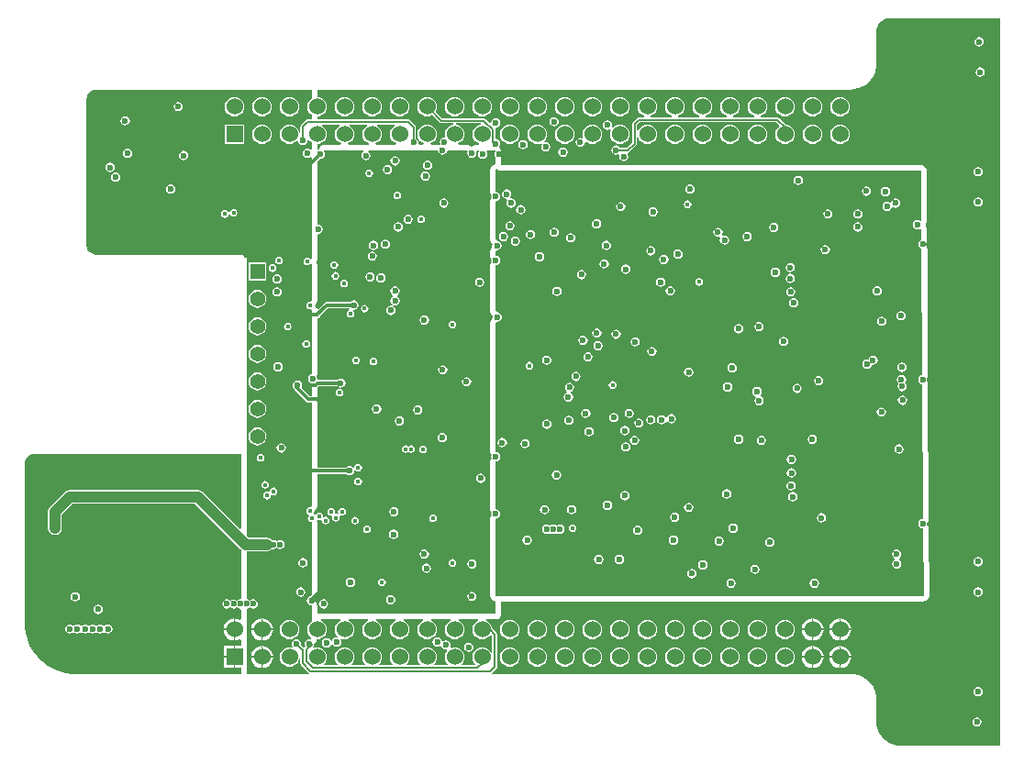
<source format=gbr>
G04 Layer_Physical_Order=5*
G04 Layer_Color=16737945*
%FSLAX26Y26*%
%MOIN*%
%TF.FileFunction,Copper,L5,Inr,Signal*%
%TF.Part,Single*%
G01*
G75*
%TA.AperFunction,Conductor*%
%ADD77C,0.013780*%
%ADD79C,0.007874*%
%ADD80C,0.039370*%
%ADD84C,0.019685*%
%TA.AperFunction,ComponentPad*%
%ADD91C,0.060000*%
%ADD92R,0.060000X0.060000*%
%ADD93C,0.055118*%
%ADD94R,0.055118X0.055118*%
%TA.AperFunction,ViaPad*%
%ADD95C,0.023622*%
%ADD96C,0.017716*%
G36*
X4357750Y5005653D02*
X4357389Y5005504D01*
X4350094Y4999906D01*
X4344496Y4992611D01*
X4340978Y4984116D01*
X4339777Y4975000D01*
X4340978Y4965884D01*
X4344496Y4957389D01*
X4350094Y4950094D01*
X4357389Y4944496D01*
X4362465Y4942394D01*
X4361471Y4937394D01*
X4288529D01*
X4287535Y4942394D01*
X4292611Y4944496D01*
X4299906Y4950094D01*
X4305504Y4957389D01*
X4309022Y4965884D01*
X4310223Y4975000D01*
X4309022Y4984116D01*
X4305504Y4992611D01*
X4299906Y4999906D01*
X4292611Y5005504D01*
X4292250Y5005653D01*
X4293245Y5010653D01*
X4356755D01*
X4357750Y5005653D01*
D02*
G37*
G36*
X4157750D02*
X4157389Y5005504D01*
X4150094Y4999906D01*
X4144496Y4992611D01*
X4140978Y4984116D01*
X4139777Y4975000D01*
X4140978Y4965884D01*
X4144496Y4957389D01*
X4150094Y4950094D01*
X4157389Y4944496D01*
X4162465Y4942394D01*
X4161471Y4937394D01*
X4101478D01*
X4101219Y4937342D01*
X4100959Y4937387D01*
X4097389Y4936580D01*
X4093797Y4935866D01*
X4093578Y4935719D01*
X4093320Y4935661D01*
X4090331Y4933550D01*
X4087286Y4931515D01*
X4087139Y4931296D01*
X4086924Y4931144D01*
X4084969Y4928048D01*
X4082935Y4925003D01*
X4082883Y4924745D01*
X4082743Y4924522D01*
X4081664Y4921715D01*
X4080189Y4921040D01*
X4075202Y4924243D01*
X4075189Y4924281D01*
Y4939802D01*
X4084116Y4940978D01*
X4092611Y4944496D01*
X4099906Y4950094D01*
X4105504Y4957389D01*
X4109022Y4965884D01*
X4110223Y4975000D01*
X4109022Y4984116D01*
X4105504Y4992611D01*
X4099906Y4999906D01*
X4092611Y5005504D01*
X4092250Y5005653D01*
X4093245Y5010653D01*
X4156755D01*
X4157750Y5005653D01*
D02*
G37*
G36*
X4257750D02*
X4257389Y5005504D01*
X4250094Y4999906D01*
X4244496Y4992611D01*
X4240978Y4984116D01*
X4239777Y4975000D01*
X4240978Y4965884D01*
X4244496Y4957389D01*
X4250094Y4950094D01*
X4257389Y4944496D01*
X4262465Y4942394D01*
X4261625Y4937394D01*
X4260649Y4937199D01*
X4259658Y4937297D01*
X4256836Y4936441D01*
X4253944Y4935866D01*
X4253117Y4935313D01*
X4252164Y4935024D01*
X4251968Y4934863D01*
X4251773Y4935024D01*
X4250820Y4935313D01*
X4249993Y4935866D01*
X4247101Y4936441D01*
X4244279Y4937297D01*
X4243288Y4937199D01*
X4242312Y4937394D01*
X4188529D01*
X4187535Y4942394D01*
X4192611Y4944496D01*
X4199906Y4950094D01*
X4205504Y4957389D01*
X4209022Y4965884D01*
X4210223Y4975000D01*
X4209022Y4984116D01*
X4205504Y4992611D01*
X4199906Y4999906D01*
X4192611Y5005504D01*
X4192250Y5005653D01*
X4193245Y5010653D01*
X4256755D01*
X4257750Y5005653D01*
D02*
G37*
G36*
X3275292Y5137565D02*
X3275343Y5137574D01*
X3275393Y5137564D01*
X4055118D01*
Y5103761D01*
X4050094Y5099906D01*
X4044496Y5092611D01*
X4040978Y5084116D01*
X4039777Y5075000D01*
X4040978Y5065884D01*
X4044496Y5057389D01*
X4050094Y5050094D01*
X4055118Y5046239D01*
Y5028717D01*
X4039370D01*
X4035914Y5028029D01*
X4032984Y5026072D01*
X4017236Y5010323D01*
X4015278Y5007393D01*
X4014590Y5003937D01*
Y4980131D01*
X4009590Y4979804D01*
X4009022Y4984116D01*
X4005504Y4992611D01*
X3999906Y4999906D01*
X3992611Y5005504D01*
X3984116Y5009022D01*
X3975000Y5010223D01*
X3965884Y5009022D01*
X3957389Y5005504D01*
X3950094Y4999906D01*
X3944496Y4992611D01*
X3940978Y4984116D01*
X3939777Y4975000D01*
X3940978Y4965884D01*
X3944496Y4957389D01*
X3950094Y4950094D01*
X3957389Y4944496D01*
X3965884Y4940978D01*
X3975000Y4939777D01*
X3984116Y4940978D01*
X3992611Y4944496D01*
X3999906Y4950094D01*
X4001818Y4952586D01*
X4006910Y4951008D01*
X4007860Y4946227D01*
X4011559Y4940693D01*
X4017093Y4936994D01*
X4023622Y4935696D01*
X4030151Y4936994D01*
X4035685Y4940693D01*
X4039383Y4946227D01*
X4040682Y4952756D01*
X4040673Y4952799D01*
X4041267Y4953383D01*
X4047927Y4952918D01*
X4050094Y4950094D01*
X4055118Y4946239D01*
Y4920375D01*
X4050118Y4918454D01*
X4045899Y4921273D01*
X4039370Y4922572D01*
X4032841Y4921273D01*
X4027307Y4917575D01*
X4023609Y4912040D01*
X4022310Y4905512D01*
X4023609Y4898983D01*
X4027307Y4893449D01*
X4032841Y4889750D01*
X4039370Y4888452D01*
X4045899Y4889750D01*
X4050118Y4892570D01*
X4055118Y4890648D01*
Y4522045D01*
X4050118Y4520528D01*
X4049305Y4521745D01*
X4044747Y4524791D01*
X4039370Y4525860D01*
X4033994Y4524791D01*
X4029436Y4521745D01*
X4026390Y4517188D01*
X4025321Y4511811D01*
X4026390Y4506435D01*
X4029436Y4501877D01*
X4033994Y4498831D01*
X4039370Y4497761D01*
X4044747Y4498831D01*
X4049305Y4501877D01*
X4050118Y4503094D01*
X4055118Y4501577D01*
Y4370335D01*
X4050118Y4366232D01*
X4049212Y4366412D01*
X4043836Y4365343D01*
X4039278Y4362297D01*
X4036232Y4357739D01*
X4035163Y4352363D01*
X4036232Y4346986D01*
X4039278Y4342428D01*
X4043836Y4339383D01*
X4049212Y4338313D01*
X4050118Y4338493D01*
X4055118Y4334390D01*
Y4102891D01*
X4052526Y4102376D01*
X4046992Y4098677D01*
X4043294Y4093143D01*
X4041995Y4086614D01*
X4043294Y4080086D01*
X4046992Y4074551D01*
X4052526Y4070853D01*
X4055118Y4070337D01*
Y4023853D01*
X4048295D01*
X4018091Y4054058D01*
X4019698Y4056463D01*
X4020997Y4062992D01*
X4019698Y4069521D01*
X4016000Y4075055D01*
X4010466Y4078754D01*
X4003937Y4080052D01*
X3997408Y4078754D01*
X3991874Y4075055D01*
X3988175Y4069521D01*
X3986877Y4062992D01*
X3988175Y4056463D01*
X3991874Y4050929D01*
X3991956Y4050874D01*
X3992811Y4046573D01*
X3995422Y4042666D01*
X4034792Y4003296D01*
X4034792Y4003296D01*
X4038699Y4000685D01*
X4043307Y3999769D01*
X4055118D01*
Y3623506D01*
X4051253Y3620334D01*
X4051181Y3620349D01*
X4045805Y3619279D01*
X4041247Y3616234D01*
X4038201Y3611676D01*
X4037132Y3606299D01*
X4038201Y3600923D01*
X4041247Y3596365D01*
X4044470Y3594211D01*
X4045219Y3588941D01*
X4045184Y3588675D01*
X4042138Y3584117D01*
X4041069Y3578740D01*
X4042138Y3573364D01*
X4045184Y3568806D01*
X4049742Y3565760D01*
X4055118Y3564691D01*
Y3300816D01*
X4049840Y3295538D01*
X4048590Y3295289D01*
X4043055Y3291591D01*
X4039357Y3286056D01*
X4038058Y3279528D01*
X4039357Y3272999D01*
X4043055Y3267464D01*
X4048590Y3263766D01*
X4055118Y3262468D01*
Y3203761D01*
X4050094Y3199906D01*
X4044496Y3192611D01*
X4040978Y3184116D01*
X4039777Y3175000D01*
X4040978Y3165884D01*
X4044496Y3157389D01*
X4050094Y3150094D01*
X4054140Y3146989D01*
X4054160Y3141713D01*
X4050118Y3138536D01*
X4047244Y3139107D01*
X4040715Y3137809D01*
X4035181Y3134110D01*
X4031483Y3128576D01*
X4030184Y3122047D01*
X4031483Y3115519D01*
X4031967Y3114794D01*
X4029862Y3110752D01*
X4024727Y3110093D01*
X4016349Y3118471D01*
X4017060Y3122047D01*
X4015762Y3128576D01*
X4012063Y3134110D01*
X4006529Y3137809D01*
X4000000Y3139107D01*
X3993471Y3137809D01*
X3987937Y3134110D01*
X3984238Y3128576D01*
X3982940Y3122047D01*
X3984238Y3115519D01*
X3985492Y3113642D01*
X3985369Y3113228D01*
X3982416Y3109246D01*
X3975000Y3110223D01*
X3965884Y3109022D01*
X3957389Y3105504D01*
X3950094Y3099906D01*
X3944496Y3092611D01*
X3940978Y3084116D01*
X3939777Y3075000D01*
X3940978Y3065884D01*
X3944496Y3057389D01*
X3950094Y3050094D01*
X3957389Y3044496D01*
X3965884Y3040978D01*
X3975000Y3039777D01*
X3984116Y3040978D01*
X3992611Y3044496D01*
X3999906Y3050094D01*
X4005504Y3057389D01*
X4009022Y3065884D01*
X4009315Y3068103D01*
X4014315Y3067775D01*
Y3051457D01*
X4015002Y3048001D01*
X4016960Y3045070D01*
X4044988Y3017042D01*
X4044980Y3016690D01*
X4043431Y3012042D01*
X3818898Y3012042D01*
Y3250656D01*
X3825426Y3251955D01*
X3830709Y3255485D01*
X3835991Y3251955D01*
X3842520Y3250656D01*
X3849048Y3251955D01*
X3854583Y3255653D01*
X3858281Y3261188D01*
X3859580Y3267716D01*
X3858281Y3274245D01*
X3854583Y3279780D01*
X3849048Y3283478D01*
X3842520Y3284777D01*
X3835991Y3283478D01*
X3830709Y3279948D01*
X3825426Y3283478D01*
X3818898Y3284777D01*
Y3459164D01*
X3893701D01*
X3903302Y3461073D01*
X3911441Y3466512D01*
X3912532Y3468145D01*
X3917323Y3467192D01*
X3923851Y3468490D01*
X3928200Y3471396D01*
X3933432Y3467900D01*
X3939961Y3466601D01*
X3946489Y3467900D01*
X3952024Y3471598D01*
X3955722Y3477133D01*
X3957021Y3483661D01*
X3955722Y3490190D01*
X3952024Y3495725D01*
X3946489Y3499423D01*
X3939961Y3500722D01*
X3933432Y3499423D01*
X3929084Y3496517D01*
X3923851Y3500014D01*
X3917323Y3501312D01*
X3912532Y3500359D01*
X3911441Y3501992D01*
X3903302Y3507431D01*
X3893701Y3509340D01*
X3825353D01*
X3818898Y3515795D01*
Y4527559D01*
X3811533D01*
X3811125Y4529608D01*
X3808515Y4533515D01*
X3804608Y4536125D01*
X3799999Y4537042D01*
X3275000Y4537042D01*
X3274999Y4537042D01*
X3274998Y4537042D01*
X3271259Y4537041D01*
X3263925Y4538499D01*
X3257018Y4541360D01*
X3250801Y4545514D01*
X3245514Y4550801D01*
X3241360Y4557018D01*
X3238499Y4563926D01*
X3237041Y4571260D01*
X3237042Y4574998D01*
X3237042Y4574999D01*
X3237042Y4575000D01*
X3237041Y5099952D01*
X3237069Y5103650D01*
X3238582Y5110972D01*
X3241496Y5117858D01*
X3245698Y5124043D01*
X3251027Y5129288D01*
X3257277Y5133393D01*
X3264208Y5136198D01*
X3271553Y5137596D01*
X3275292Y5137565D01*
D02*
G37*
G36*
X3049990Y3812958D02*
X3049995Y3812959D01*
X3050000Y3812958D01*
X3798827Y3812958D01*
Y3542399D01*
X3794207Y3540485D01*
X3659472Y3675220D01*
X3651333Y3680659D01*
X3641732Y3682569D01*
X3177166D01*
X3177165Y3682569D01*
X3167564Y3680659D01*
X3159425Y3675220D01*
X3104307Y3620102D01*
X3098869Y3611963D01*
X3096959Y3602362D01*
Y3566929D01*
Y3543307D01*
X3098869Y3533706D01*
X3104307Y3525567D01*
X3112446Y3520128D01*
X3122047Y3518219D01*
X3131648Y3520128D01*
X3139787Y3525567D01*
X3145226Y3533706D01*
X3147136Y3543307D01*
Y3591970D01*
X3187557Y3632392D01*
X3631340D01*
X3797220Y3466512D01*
X3799929Y3464702D01*
X3798827Y3459164D01*
Y3289168D01*
X3795276Y3284777D01*
X3788747Y3283478D01*
X3783465Y3279948D01*
X3778182Y3283478D01*
X3771653Y3284777D01*
X3765125Y3283478D01*
X3759843Y3279948D01*
X3754560Y3283478D01*
X3748032Y3284777D01*
X3741503Y3283478D01*
X3735968Y3279780D01*
X3732270Y3274245D01*
X3730971Y3267716D01*
X3732270Y3261188D01*
X3735968Y3255653D01*
X3741503Y3251955D01*
X3748032Y3250656D01*
X3754560Y3251955D01*
X3759843Y3255485D01*
X3765125Y3251955D01*
X3771653Y3250656D01*
X3778182Y3251955D01*
X3783465Y3255485D01*
X3788747Y3251955D01*
X3795276Y3250656D01*
X3798827Y3246265D01*
Y3212819D01*
X3793827Y3210497D01*
X3785442Y3213970D01*
X3777953Y3214956D01*
Y3175000D01*
Y3135044D01*
X3785442Y3136030D01*
X3793827Y3139503D01*
X3798827Y3137181D01*
Y3115000D01*
X3777953D01*
Y3075000D01*
Y3035000D01*
X3798827D01*
Y3012042D01*
X3794117Y3012042D01*
X3199977D01*
X3187659Y3012042D01*
X3163231Y3015258D01*
X3139434Y3021635D01*
X3116671Y3031064D01*
X3095335Y3043383D01*
X3075789Y3058383D01*
X3058369Y3075805D01*
X3043372Y3095353D01*
X3031054Y3116691D01*
X3021628Y3139453D01*
X3015254Y3163253D01*
X3012040Y3187679D01*
X3012042Y3199998D01*
X3012042Y3199999D01*
X3012042Y3200000D01*
X3012042Y3775000D01*
X3012041Y3775005D01*
X3012042Y3775010D01*
X3012039Y3778748D01*
X3013493Y3786082D01*
X3016352Y3792991D01*
X3020504Y3799208D01*
X3025792Y3804495D01*
X3032009Y3808648D01*
X3038918Y3811506D01*
X3046252Y3812961D01*
X3049990Y3812958D01*
D02*
G37*
G36*
X4734252Y4842520D02*
X6269685D01*
X6270836Y4661756D01*
X6265853Y4659146D01*
X6262434Y4661431D01*
X6255905Y4662729D01*
X6249377Y4661431D01*
X6243842Y4657733D01*
X6240144Y4652198D01*
X6238845Y4645669D01*
X6240144Y4639141D01*
X6243842Y4633606D01*
X6249377Y4629908D01*
X6255905Y4628609D01*
X6262434Y4629908D01*
X6266024Y4632306D01*
X6271039Y4629887D01*
X6271287Y4591007D01*
X6269062Y4590565D01*
X6263527Y4586866D01*
X6259829Y4581332D01*
X6258530Y4574803D01*
X6259829Y4568275D01*
X6263527Y4562740D01*
X6269062Y4559042D01*
X6271494Y4558558D01*
X6274418Y4099504D01*
X6269062Y4098439D01*
X6263527Y4094740D01*
X6259829Y4089206D01*
X6258530Y4082677D01*
X6259829Y4076148D01*
X6263527Y4070614D01*
X6269062Y4066916D01*
X6274632Y4065808D01*
X6277740Y3577891D01*
X6275590Y3576115D01*
X6269062Y3574817D01*
X6263527Y3571118D01*
X6259829Y3565584D01*
X6258530Y3559055D01*
X6259829Y3552526D01*
X6263527Y3546992D01*
X6269062Y3543294D01*
X6275590Y3541995D01*
X6277981Y3540046D01*
X6279505Y3300791D01*
X6275981Y3297244D01*
X4724409D01*
Y3577428D01*
X4730938Y3578727D01*
X4736473Y3582425D01*
X4740171Y3587960D01*
X4741470Y3594488D01*
X4740171Y3601017D01*
X4736473Y3606552D01*
X4730938Y3610250D01*
X4724409Y3611548D01*
Y3786090D01*
X4730938Y3787388D01*
X4736473Y3791086D01*
X4740171Y3796621D01*
X4741470Y3803150D01*
X4740171Y3809678D01*
X4736473Y3815213D01*
X4730938Y3818911D01*
X4724409Y3820210D01*
Y4291002D01*
X4728275Y4294174D01*
X4729331Y4293963D01*
X4735859Y4295262D01*
X4741394Y4298960D01*
X4745092Y4304495D01*
X4746391Y4311024D01*
X4745092Y4317552D01*
X4741394Y4323087D01*
X4735859Y4326785D01*
X4729331Y4328084D01*
X4728275Y4327874D01*
X4724409Y4331046D01*
Y4498681D01*
X4730929Y4499977D01*
X4736463Y4503676D01*
X4740162Y4509210D01*
X4741460Y4515739D01*
X4740162Y4522268D01*
X4736463Y4527802D01*
X4730929Y4531501D01*
X4724409Y4532797D01*
Y4550648D01*
X4728275Y4553820D01*
X4728346Y4553806D01*
X4734875Y4555105D01*
X4740410Y4558803D01*
X4744108Y4564337D01*
X4745407Y4570866D01*
X4744108Y4577395D01*
X4740410Y4582929D01*
X4734875Y4586628D01*
X4728346Y4587926D01*
X4728275Y4587912D01*
X4724409Y4591084D01*
Y4730964D01*
X4730928Y4732261D01*
X4736463Y4735959D01*
X4740161Y4741493D01*
X4741460Y4748022D01*
X4740161Y4754551D01*
X4736463Y4760085D01*
X4730928Y4763783D01*
X4724409Y4765080D01*
Y4845829D01*
X4729029Y4847743D01*
X4734252Y4842520D01*
D02*
G37*
G36*
X4670196Y5009590D02*
X4665884Y5009022D01*
X4657389Y5005504D01*
X4650094Y4999906D01*
X4644496Y4992611D01*
X4640978Y4984116D01*
X4639777Y4975000D01*
X4640978Y4965884D01*
X4644496Y4957389D01*
X4650094Y4950094D01*
X4657389Y4944496D01*
X4662885Y4942220D01*
X4662302Y4937394D01*
X4655331D01*
X4652439Y4936818D01*
X4649504Y4936529D01*
X4648626Y4936060D01*
X4647650Y4935866D01*
X4645198Y4934228D01*
X4642598Y4932838D01*
X4641966Y4932068D01*
X4641139Y4931515D01*
X4640873Y4931117D01*
X4639580Y4930562D01*
X4636011D01*
X4634718Y4931117D01*
X4634452Y4931515D01*
X4633624Y4932068D01*
X4632993Y4932838D01*
X4630392Y4934228D01*
X4627941Y4935866D01*
X4626964Y4936060D01*
X4626086Y4936529D01*
X4623152Y4936818D01*
X4620260Y4937394D01*
X4588529D01*
X4587535Y4942394D01*
X4592611Y4944496D01*
X4599906Y4950094D01*
X4605504Y4957389D01*
X4609022Y4965884D01*
X4610223Y4975000D01*
X4609022Y4984116D01*
X4605504Y4992611D01*
X4599906Y4999906D01*
X4592611Y5005504D01*
X4584116Y5009022D01*
X4579804Y5009590D01*
X4580131Y5014590D01*
X4669869D01*
X4670196Y5009590D01*
D02*
G37*
G36*
X4661515Y3207213D02*
X4657389Y3205504D01*
X4650094Y3199906D01*
X4644496Y3192611D01*
X4640978Y3184116D01*
X4639777Y3175000D01*
X4640978Y3165884D01*
X4644496Y3157389D01*
X4650094Y3150094D01*
X4657389Y3144496D01*
X4665884Y3140978D01*
X4675000Y3139777D01*
X4684116Y3140978D01*
X4692611Y3144496D01*
X4699906Y3150094D01*
X4702601Y3153606D01*
X4708063Y3154137D01*
X4711441Y3151070D01*
Y3091344D01*
X4706441Y3090349D01*
X4705504Y3092611D01*
X4699906Y3099906D01*
X4692611Y3105504D01*
X4684116Y3109022D01*
X4675000Y3110223D01*
X4665884Y3109022D01*
X4657389Y3105504D01*
X4650094Y3099906D01*
X4644496Y3092611D01*
X4640978Y3084116D01*
X4639777Y3075000D01*
X4640978Y3065884D01*
X4644496Y3057389D01*
X4650033Y3050173D01*
X4649983Y3049790D01*
X4648293Y3045173D01*
X4601271D01*
X4600215Y3048287D01*
X4599967Y3050173D01*
X4605504Y3057389D01*
X4609022Y3065884D01*
X4610223Y3075000D01*
X4609022Y3084116D01*
X4605504Y3092611D01*
X4599906Y3099906D01*
X4592611Y3105504D01*
X4584116Y3109022D01*
X4575000Y3110223D01*
X4565884Y3109022D01*
X4562404Y3107581D01*
X4559060Y3111575D01*
X4560358Y3118104D01*
X4559060Y3124633D01*
X4555361Y3130167D01*
X4549827Y3133865D01*
X4543298Y3135164D01*
X4536769Y3133865D01*
X4533605Y3131751D01*
X4528101Y3133792D01*
X4527573Y3136450D01*
X4523874Y3141985D01*
X4518340Y3145683D01*
X4511811Y3146981D01*
X4505282Y3145683D01*
X4499748Y3141985D01*
X4496050Y3136450D01*
X4494751Y3129921D01*
X4496050Y3123393D01*
X4499748Y3117858D01*
X4505282Y3114160D01*
X4511811Y3112861D01*
X4518340Y3114160D01*
X4521504Y3116274D01*
X4527008Y3114233D01*
X4527537Y3111575D01*
X4531235Y3106041D01*
X4536769Y3102343D01*
X4543298Y3101044D01*
X4544911Y3101365D01*
X4547732Y3096828D01*
X4544496Y3092611D01*
X4540978Y3084116D01*
X4539777Y3075000D01*
X4540978Y3065884D01*
X4544496Y3057389D01*
X4550033Y3050173D01*
X4549785Y3048287D01*
X4548729Y3045173D01*
X4501271D01*
X4500215Y3048287D01*
X4499967Y3050173D01*
X4505504Y3057389D01*
X4509022Y3065884D01*
X4510223Y3075000D01*
X4509022Y3084116D01*
X4505504Y3092611D01*
X4499906Y3099906D01*
X4492611Y3105504D01*
X4484116Y3109022D01*
X4475000Y3110223D01*
X4465884Y3109022D01*
X4457389Y3105504D01*
X4450094Y3099906D01*
X4444496Y3092611D01*
X4440978Y3084116D01*
X4439777Y3075000D01*
X4440978Y3065884D01*
X4444496Y3057389D01*
X4450033Y3050173D01*
X4449785Y3048287D01*
X4448729Y3045173D01*
X4401271D01*
X4400215Y3048287D01*
X4399967Y3050173D01*
X4405504Y3057389D01*
X4409022Y3065884D01*
X4410223Y3075000D01*
X4409022Y3084116D01*
X4405504Y3092611D01*
X4399906Y3099906D01*
X4392611Y3105504D01*
X4384116Y3109022D01*
X4375000Y3110223D01*
X4365884Y3109022D01*
X4357389Y3105504D01*
X4350094Y3099906D01*
X4344496Y3092611D01*
X4340978Y3084116D01*
X4339777Y3075000D01*
X4340978Y3065884D01*
X4344496Y3057389D01*
X4350033Y3050173D01*
X4349785Y3048287D01*
X4348729Y3045173D01*
X4301271D01*
X4300215Y3048287D01*
X4299967Y3050173D01*
X4305504Y3057389D01*
X4309022Y3065884D01*
X4310223Y3075000D01*
X4309022Y3084116D01*
X4305504Y3092611D01*
X4299906Y3099906D01*
X4292611Y3105504D01*
X4284116Y3109022D01*
X4275000Y3110223D01*
X4265884Y3109022D01*
X4257389Y3105504D01*
X4250094Y3099906D01*
X4244496Y3092611D01*
X4240978Y3084116D01*
X4239777Y3075000D01*
X4240978Y3065884D01*
X4244496Y3057389D01*
X4250033Y3050173D01*
X4249785Y3048287D01*
X4248729Y3045173D01*
X4201271D01*
X4200215Y3048287D01*
X4199967Y3050173D01*
X4205504Y3057389D01*
X4209022Y3065884D01*
X4210223Y3075000D01*
X4209022Y3084116D01*
X4205504Y3092611D01*
X4199906Y3099906D01*
X4192611Y3105504D01*
X4184116Y3109022D01*
X4175000Y3110223D01*
X4165884Y3109022D01*
X4157389Y3105504D01*
X4150094Y3099906D01*
X4144496Y3092611D01*
X4140978Y3084116D01*
X4139777Y3075000D01*
X4140978Y3065884D01*
X4144496Y3057389D01*
X4150033Y3050173D01*
X4149785Y3048287D01*
X4148729Y3045173D01*
X4101271D01*
X4100215Y3048287D01*
X4099967Y3050173D01*
X4105504Y3057389D01*
X4109022Y3065884D01*
X4110223Y3075000D01*
X4109022Y3084116D01*
X4105504Y3092611D01*
X4099906Y3099906D01*
X4092611Y3105504D01*
X4084116Y3109022D01*
X4075000Y3110223D01*
X4065884Y3109022D01*
X4064217Y3108332D01*
X4060903Y3112371D01*
X4063006Y3115519D01*
X4063210Y3116545D01*
X4063454Y3116911D01*
X4064142Y3120367D01*
X4064056Y3120799D01*
X4064304Y3122047D01*
X4063941Y3123872D01*
X4066563Y3125933D01*
X4067374Y3126879D01*
X4068407Y3127575D01*
X4069899Y3129827D01*
X4071658Y3131880D01*
X4072044Y3133064D01*
X4072733Y3134103D01*
X4073250Y3136756D01*
X4074088Y3139324D01*
X4074619Y3139827D01*
X4075000Y3139777D01*
X4084116Y3140978D01*
X4092611Y3144496D01*
X4099906Y3150094D01*
X4105504Y3157389D01*
X4109022Y3165884D01*
X4110223Y3175000D01*
X4109022Y3184116D01*
X4105504Y3192611D01*
X4099906Y3199906D01*
X4092611Y3205504D01*
X4088485Y3207213D01*
X4089480Y3212213D01*
X4160520D01*
X4161515Y3207213D01*
X4157389Y3205504D01*
X4150094Y3199906D01*
X4144496Y3192611D01*
X4140978Y3184116D01*
X4139777Y3175000D01*
X4140978Y3165884D01*
X4144496Y3157389D01*
X4149642Y3150682D01*
X4149011Y3148646D01*
X4147098Y3146091D01*
X4146427Y3146224D01*
X4139898Y3144925D01*
X4134363Y3141227D01*
X4130665Y3135693D01*
X4130382Y3134267D01*
X4130200Y3134194D01*
X4125178Y3133739D01*
X4122300Y3138048D01*
X4116765Y3141746D01*
X4110236Y3143044D01*
X4103708Y3141746D01*
X4098173Y3138048D01*
X4094475Y3132513D01*
X4093176Y3125984D01*
X4094475Y3119456D01*
X4098173Y3113921D01*
X4103708Y3110223D01*
X4110236Y3108924D01*
X4116765Y3110223D01*
X4122300Y3113921D01*
X4125998Y3119456D01*
X4126281Y3120881D01*
X4126463Y3120954D01*
X4131484Y3121409D01*
X4134363Y3117101D01*
X4139898Y3113403D01*
X4146427Y3112104D01*
X4152955Y3113403D01*
X4158490Y3117101D01*
X4162188Y3122635D01*
X4163487Y3129164D01*
X4162188Y3135693D01*
X4160891Y3137634D01*
X4164206Y3141673D01*
X4165884Y3140978D01*
X4175000Y3139777D01*
X4184116Y3140978D01*
X4192611Y3144496D01*
X4199906Y3150094D01*
X4205504Y3157389D01*
X4209022Y3165884D01*
X4210223Y3175000D01*
X4209022Y3184116D01*
X4205504Y3192611D01*
X4199906Y3199906D01*
X4192611Y3205504D01*
X4188485Y3207213D01*
X4189480Y3212213D01*
X4260520D01*
X4261515Y3207213D01*
X4257389Y3205504D01*
X4250094Y3199906D01*
X4244496Y3192611D01*
X4240978Y3184116D01*
X4239777Y3175000D01*
X4240978Y3165884D01*
X4244496Y3157389D01*
X4250094Y3150094D01*
X4257389Y3144496D01*
X4265884Y3140978D01*
X4275000Y3139777D01*
X4284116Y3140978D01*
X4292611Y3144496D01*
X4299906Y3150094D01*
X4305504Y3157389D01*
X4309022Y3165884D01*
X4310223Y3175000D01*
X4309022Y3184116D01*
X4305504Y3192611D01*
X4299906Y3199906D01*
X4292611Y3205504D01*
X4288485Y3207213D01*
X4289480Y3212213D01*
X4360520D01*
X4361515Y3207213D01*
X4357389Y3205504D01*
X4350094Y3199906D01*
X4344496Y3192611D01*
X4340978Y3184116D01*
X4339777Y3175000D01*
X4340978Y3165884D01*
X4344496Y3157389D01*
X4350094Y3150094D01*
X4357389Y3144496D01*
X4365884Y3140978D01*
X4375000Y3139777D01*
X4384116Y3140978D01*
X4392611Y3144496D01*
X4399906Y3150094D01*
X4405504Y3157389D01*
X4409022Y3165884D01*
X4410223Y3175000D01*
X4409022Y3184116D01*
X4405504Y3192611D01*
X4399906Y3199906D01*
X4392611Y3205504D01*
X4388485Y3207213D01*
X4389480Y3212213D01*
X4460520D01*
X4461515Y3207213D01*
X4457389Y3205504D01*
X4450094Y3199906D01*
X4444496Y3192611D01*
X4440978Y3184116D01*
X4439777Y3175000D01*
X4440978Y3165884D01*
X4444496Y3157389D01*
X4450094Y3150094D01*
X4457389Y3144496D01*
X4465884Y3140978D01*
X4475000Y3139777D01*
X4484116Y3140978D01*
X4492611Y3144496D01*
X4499906Y3150094D01*
X4505504Y3157389D01*
X4509022Y3165884D01*
X4510223Y3175000D01*
X4509022Y3184116D01*
X4505504Y3192611D01*
X4499906Y3199906D01*
X4492611Y3205504D01*
X4488485Y3207213D01*
X4489480Y3212213D01*
X4560520D01*
X4561515Y3207213D01*
X4557389Y3205504D01*
X4550094Y3199906D01*
X4544496Y3192611D01*
X4540978Y3184116D01*
X4539777Y3175000D01*
X4540978Y3165884D01*
X4544496Y3157389D01*
X4550094Y3150094D01*
X4557389Y3144496D01*
X4565884Y3140978D01*
X4575000Y3139777D01*
X4584116Y3140978D01*
X4592611Y3144496D01*
X4599906Y3150094D01*
X4605504Y3157389D01*
X4609022Y3165884D01*
X4610223Y3175000D01*
X4609022Y3184116D01*
X4605504Y3192611D01*
X4599906Y3199906D01*
X4592611Y3205504D01*
X4588485Y3207213D01*
X4589480Y3212213D01*
X4660520D01*
X4661515Y3207213D01*
D02*
G37*
G36*
X4721605Y4916678D02*
X4723278Y4912323D01*
X4720459Y4908103D01*
X4719160Y4901575D01*
X4720459Y4895046D01*
X4724157Y4889511D01*
X4724409Y4889343D01*
Y4866895D01*
X4721348Y4866286D01*
X4716728Y4864372D01*
X4710217Y4860021D01*
X4710217Y4860021D01*
X4705867Y4853510D01*
X4704339Y4845829D01*
Y4765080D01*
X4704724Y4763141D01*
Y4761164D01*
X4705481Y4759338D01*
X4705867Y4757400D01*
X4706965Y4755756D01*
X4707721Y4753930D01*
X4708383Y4753268D01*
X4707340Y4748022D01*
X4708383Y4742776D01*
X4707721Y4742114D01*
X4706965Y4740288D01*
X4705867Y4738645D01*
X4705481Y4736706D01*
X4704724Y4734880D01*
Y4732903D01*
X4704339Y4730964D01*
Y4591084D01*
X4704533Y4590107D01*
X4704435Y4589117D01*
X4705291Y4586295D01*
X4705867Y4583403D01*
X4706419Y4582575D01*
X4706709Y4581623D01*
X4708579Y4579343D01*
X4710217Y4576892D01*
X4711045Y4576339D01*
X4711677Y4575569D01*
X4712145Y4575185D01*
X4711286Y4570866D01*
X4712145Y4566548D01*
X4711677Y4566163D01*
X4711045Y4565393D01*
X4710217Y4564840D01*
X4708579Y4562389D01*
X4706709Y4560110D01*
X4706420Y4559157D01*
X4705867Y4558329D01*
X4705291Y4555437D01*
X4704435Y4552616D01*
X4704533Y4551625D01*
X4704339Y4550648D01*
Y4532797D01*
X4704724Y4530858D01*
Y4528882D01*
X4705481Y4527055D01*
X4705867Y4525117D01*
X4706965Y4523473D01*
X4707721Y4521646D01*
X4708383Y4520984D01*
X4707340Y4515739D01*
X4708383Y4510494D01*
X4707721Y4509832D01*
X4706965Y4508005D01*
X4705867Y4506361D01*
X4705481Y4504423D01*
X4704724Y4502596D01*
Y4500620D01*
X4704339Y4498681D01*
Y4331046D01*
X4704533Y4330069D01*
X4704435Y4329078D01*
X4705291Y4326257D01*
X4705867Y4323365D01*
X4706419Y4322537D01*
X4706709Y4321584D01*
X4708579Y4319305D01*
X4710217Y4316854D01*
X4711045Y4316300D01*
X4711677Y4315531D01*
X4712958Y4314479D01*
X4712271Y4311024D01*
X4712958Y4307568D01*
X4711677Y4306516D01*
X4711045Y4305747D01*
X4710217Y4305194D01*
X4708579Y4302742D01*
X4706709Y4300463D01*
X4706420Y4299510D01*
X4705867Y4298682D01*
X4705291Y4295790D01*
X4704435Y4292969D01*
X4704533Y4291978D01*
X4704339Y4291002D01*
Y3820210D01*
X4704724Y3818271D01*
Y3816294D01*
X4705481Y3814468D01*
X4705867Y3812529D01*
X4706965Y3810885D01*
X4707721Y3809059D01*
X4708391Y3808389D01*
X4707349Y3803150D01*
X4708391Y3797910D01*
X4707721Y3797240D01*
X4706965Y3795414D01*
X4705867Y3793770D01*
X4705481Y3791831D01*
X4704724Y3790005D01*
Y3788028D01*
X4704339Y3786090D01*
Y3611548D01*
X4704724Y3609609D01*
Y3607633D01*
X4705481Y3605807D01*
X4705867Y3603868D01*
X4706965Y3602224D01*
X4707721Y3600398D01*
X4708391Y3599727D01*
X4707349Y3594488D01*
X4708391Y3589249D01*
X4707721Y3588579D01*
X4706965Y3586753D01*
X4705867Y3585109D01*
X4705481Y3583170D01*
X4704724Y3581344D01*
Y3579367D01*
X4704339Y3577428D01*
Y3297244D01*
X4705867Y3289563D01*
X4710217Y3283052D01*
X4716729Y3278701D01*
X4724409Y3277173D01*
Y3232284D01*
X4075189D01*
Y3262468D01*
X4074803Y3264406D01*
Y3266383D01*
X4074047Y3268209D01*
X4073661Y3270148D01*
X4072563Y3271792D01*
X4071806Y3273618D01*
X4070409Y3275016D01*
X4069310Y3276660D01*
X4067666Y3277758D01*
X4066269Y3279156D01*
X4066966Y3284279D01*
X4069310Y3286624D01*
X4073661Y3293135D01*
X4075189Y3300816D01*
Y3564691D01*
X4074803Y3566630D01*
Y3568606D01*
X4074412Y3569551D01*
X4075897Y3571650D01*
X4078537Y3573388D01*
X4082677Y3572565D01*
X4088054Y3573634D01*
X4092250Y3570866D01*
X4093319Y3565490D01*
X4096365Y3560932D01*
X4100923Y3557886D01*
X4106299Y3556817D01*
X4111676Y3557886D01*
X4116234Y3560932D01*
X4119279Y3565490D01*
X4120349Y3570866D01*
X4119279Y3576243D01*
X4116234Y3580801D01*
X4111676Y3583846D01*
X4106299Y3584916D01*
X4100923Y3583846D01*
X4096727Y3586614D01*
X4095657Y3591991D01*
X4092612Y3596549D01*
X4088054Y3599594D01*
X4082677Y3600664D01*
X4077301Y3599594D01*
X4072743Y3596549D01*
X4070036Y3592498D01*
X4068050Y3592379D01*
X4064897Y3593122D01*
X4064340Y3597037D01*
X4064155Y3597566D01*
Y3598127D01*
X4063442Y3599847D01*
X4064161Y3600923D01*
X4065122Y3605752D01*
X4067851Y3607992D01*
X4068483Y3608761D01*
X4069310Y3609314D01*
X4070948Y3611766D01*
X4072819Y3614045D01*
X4073108Y3614998D01*
X4073661Y3615826D01*
X4074236Y3618718D01*
X4075092Y3621539D01*
X4074994Y3622530D01*
X4075189Y3623506D01*
Y3739919D01*
X4180828D01*
X4180842Y3739898D01*
X4186376Y3736200D01*
X4192905Y3734901D01*
X4199434Y3736200D01*
X4204968Y3739898D01*
X4208667Y3745432D01*
X4209909Y3751679D01*
X4211430Y3752573D01*
X4213014Y3753235D01*
X4214721Y3753680D01*
X4219033Y3750800D01*
X4224409Y3749730D01*
X4229786Y3750800D01*
X4234344Y3753845D01*
X4237389Y3758403D01*
X4238459Y3763780D01*
X4237389Y3769156D01*
X4234344Y3773714D01*
X4229786Y3776760D01*
X4224409Y3777829D01*
X4219033Y3776760D01*
X4214475Y3773714D01*
X4211429Y3769156D01*
X4210540Y3764685D01*
X4207658Y3763445D01*
X4205531Y3763182D01*
X4204968Y3764024D01*
X4199434Y3767722D01*
X4192905Y3769021D01*
X4186376Y3767722D01*
X4180842Y3764024D01*
X4180828Y3764003D01*
X4075189D01*
Y3999769D01*
X4073661Y4007449D01*
X4070747Y4011811D01*
X4073661Y4016173D01*
X4075189Y4023853D01*
Y4053030D01*
X4077355Y4054477D01*
X4081702Y4058824D01*
X4149340D01*
X4149354Y4058803D01*
X4154889Y4055105D01*
X4161417Y4053806D01*
X4167946Y4055105D01*
X4173481Y4058803D01*
X4177179Y4064338D01*
X4178477Y4070866D01*
X4177179Y4077395D01*
X4173481Y4082929D01*
X4167946Y4086628D01*
X4161417Y4087926D01*
X4154889Y4086628D01*
X4149354Y4082929D01*
X4149340Y4082909D01*
X4080476D01*
X4076115Y4086614D01*
X4074817Y4093143D01*
X4073548Y4095041D01*
X4073661Y4095211D01*
X4074047Y4097150D01*
X4074803Y4098976D01*
Y4100952D01*
X4075189Y4102891D01*
Y4304925D01*
X4080180Y4305918D01*
X4084738Y4308963D01*
X4087783Y4313521D01*
X4088112Y4315176D01*
X4115224Y4342288D01*
X4192475D01*
X4193768Y4341542D01*
X4193860Y4341380D01*
X4191465Y4335806D01*
X4186908Y4332761D01*
X4183862Y4328203D01*
X4182792Y4322826D01*
X4183862Y4317449D01*
X4186908Y4312891D01*
X4191466Y4309846D01*
X4196842Y4308776D01*
X4202218Y4309846D01*
X4206776Y4312891D01*
X4209822Y4317449D01*
X4210891Y4322826D01*
X4209822Y4328203D01*
X4206941Y4332515D01*
X4207384Y4334215D01*
X4208052Y4335813D01*
X4208943Y4337327D01*
X4215190Y4338569D01*
X4220725Y4342267D01*
X4224423Y4347802D01*
X4225721Y4354331D01*
X4224423Y4360859D01*
X4220725Y4366394D01*
X4215190Y4370092D01*
X4208661Y4371391D01*
X4202133Y4370092D01*
X4196598Y4366394D01*
X4196584Y4366373D01*
X4110237D01*
X4110236Y4366373D01*
X4105628Y4365456D01*
X4101721Y4362846D01*
X4101721Y4362846D01*
X4079134Y4340259D01*
X4079104Y4340252D01*
X4073696Y4341893D01*
X4073661Y4342071D01*
X4073108Y4342898D01*
X4072819Y4343851D01*
X4070948Y4346131D01*
X4069310Y4348582D01*
X4068483Y4349135D01*
X4068016Y4352363D01*
X4068483Y4355590D01*
X4069310Y4356143D01*
X4070948Y4358594D01*
X4072819Y4360874D01*
X4073108Y4361827D01*
X4073661Y4362655D01*
X4074236Y4365546D01*
X4075092Y4368368D01*
X4074994Y4369359D01*
X4075189Y4370335D01*
Y4501577D01*
X4074995Y4502553D01*
X4075092Y4503544D01*
X4074236Y4506366D01*
X4073661Y4509258D01*
X4073108Y4510086D01*
X4072819Y4511038D01*
X4072185Y4511811D01*
X4072819Y4512584D01*
X4073108Y4513536D01*
X4073661Y4514364D01*
X4074236Y4517256D01*
X4075092Y4520078D01*
X4074995Y4521069D01*
X4075189Y4522045D01*
Y4609947D01*
X4078740Y4612861D01*
X4085269Y4614160D01*
X4090803Y4617858D01*
X4094502Y4623393D01*
X4095800Y4629921D01*
X4094502Y4636450D01*
X4090803Y4641985D01*
X4085269Y4645683D01*
X4078740Y4646981D01*
X4075189Y4649896D01*
Y4873119D01*
X4086590Y4884520D01*
X4086614Y4884515D01*
X4093143Y4885813D01*
X4098677Y4889511D01*
X4102376Y4895046D01*
X4103674Y4901575D01*
X4102376Y4908103D01*
X4099556Y4912323D01*
X4101478Y4917323D01*
X4242312D01*
X4243829Y4912323D01*
X4239905Y4909701D01*
X4236207Y4904166D01*
X4234908Y4897638D01*
X4236207Y4891109D01*
X4239905Y4885574D01*
X4245440Y4881876D01*
X4251968Y4880578D01*
X4258497Y4881876D01*
X4264032Y4885574D01*
X4267730Y4891109D01*
X4269029Y4897638D01*
X4267730Y4904166D01*
X4264032Y4909701D01*
X4260108Y4912323D01*
X4261625Y4917323D01*
X4514419D01*
X4514427Y4917313D01*
X4515725Y4910784D01*
X4519424Y4905250D01*
X4524958Y4901551D01*
X4531487Y4900253D01*
X4538016Y4901551D01*
X4543550Y4905250D01*
X4547248Y4910784D01*
X4548547Y4917313D01*
X4548555Y4917323D01*
X4620260D01*
X4622617Y4912913D01*
X4622034Y4912040D01*
X4620735Y4905512D01*
X4622034Y4898983D01*
X4625732Y4893449D01*
X4631267Y4889750D01*
X4637795Y4888452D01*
X4644324Y4889750D01*
X4649859Y4893449D01*
X4653557Y4898983D01*
X4654855Y4905512D01*
X4653557Y4912040D01*
X4652974Y4912913D01*
X4655331Y4917323D01*
X4662302D01*
X4664223Y4912323D01*
X4661404Y4908103D01*
X4660105Y4901575D01*
X4661404Y4895046D01*
X4665102Y4889511D01*
X4670637Y4885813D01*
X4677165Y4884515D01*
X4683694Y4885813D01*
X4689229Y4889511D01*
X4692927Y4895046D01*
X4694225Y4901575D01*
X4692927Y4908103D01*
X4690108Y4912323D01*
X4692029Y4917323D01*
X4721064D01*
X4721605Y4916678D01*
D02*
G37*
G36*
X6554887Y2752199D02*
X6196850Y2752200D01*
X6187954Y2752199D01*
X6170504Y2755670D01*
X6154067Y2762479D01*
X6139274Y2772363D01*
X6126694Y2784944D01*
X6116809Y2799737D01*
X6110001Y2816174D01*
X6106530Y2833623D01*
X6106530Y2842519D01*
X6106530Y2921260D01*
X6106472Y2921554D01*
X6106516Y2921851D01*
X6106136Y2929569D01*
X6105919Y2930434D01*
Y2931326D01*
X6102908Y2946465D01*
X6102454Y2947561D01*
X6102223Y2948724D01*
X6096316Y2962985D01*
X6095657Y2963972D01*
X6095203Y2965067D01*
X6086627Y2977902D01*
X6085789Y2978741D01*
X6085130Y2979727D01*
X6074215Y2990641D01*
X6073229Y2991300D01*
X6072390Y2992139D01*
X6059556Y3000715D01*
X6058460Y3001169D01*
X6057474Y3001827D01*
X6043213Y3007735D01*
X6042050Y3007966D01*
X6040954Y3008420D01*
X6025815Y3011431D01*
X6024922D01*
X6024056Y3011648D01*
X6016339Y3012027D01*
X6016042Y3011983D01*
X6015748Y3012042D01*
X4712475Y3012042D01*
X4710925Y3016690D01*
X4710917Y3017042D01*
X4726859Y3032984D01*
X4728817Y3035914D01*
X4729504Y3039370D01*
Y3157480D01*
X4728817Y3160937D01*
X4726859Y3163867D01*
X4709388Y3181337D01*
X4709022Y3184116D01*
X4705504Y3192611D01*
X4699906Y3199906D01*
X4692611Y3205504D01*
X4688485Y3207213D01*
X4689480Y3212213D01*
X4724409D01*
X4732090Y3213741D01*
X4738601Y3218091D01*
X4742952Y3224603D01*
X4744480Y3232284D01*
Y3277173D01*
X6275981D01*
X6276013Y3277180D01*
X6276045Y3277174D01*
X6279829Y3277939D01*
X6283661Y3278701D01*
X6283689Y3278719D01*
X6283720Y3278726D01*
X6286943Y3280894D01*
X6290173Y3283052D01*
X6290191Y3283079D01*
X6290218Y3283097D01*
X6293742Y3286644D01*
X6293760Y3286671D01*
X6293787Y3286689D01*
X6295927Y3289936D01*
X6298072Y3293169D01*
X6298078Y3293201D01*
X6298096Y3293228D01*
X6298831Y3297046D01*
X6299576Y3300855D01*
X6299569Y3300887D01*
X6299575Y3300919D01*
X6298051Y3540173D01*
X6297857Y3541117D01*
X6297949Y3542077D01*
X6297075Y3544926D01*
X6296475Y3547844D01*
X6295934Y3548642D01*
X6295652Y3549563D01*
X6293753Y3551861D01*
X6292083Y3554328D01*
X6291278Y3554858D01*
X6290664Y3555601D01*
X6290291Y3555906D01*
X6290180Y3556072D01*
X6289856Y3556891D01*
X6289882Y3561354D01*
X6290190Y3562085D01*
X6290279Y3562216D01*
X6290522Y3562416D01*
X6291172Y3563213D01*
X6292022Y3563789D01*
X6293627Y3566225D01*
X6295471Y3568486D01*
X6295766Y3569470D01*
X6296331Y3570328D01*
X6296882Y3573193D01*
X6297720Y3575987D01*
X6297616Y3577009D01*
X6297810Y3578019D01*
X6294703Y4065935D01*
X6294317Y4067810D01*
Y4069723D01*
X6293537Y4071608D01*
X6293126Y4073606D01*
X6292053Y4075190D01*
X6291320Y4076958D01*
X6289878Y4078401D01*
X6288734Y4080090D01*
X6288700Y4085403D01*
X6289753Y4087000D01*
X6291106Y4088353D01*
X6291886Y4090238D01*
X6293009Y4091941D01*
X6293370Y4093820D01*
X6294103Y4095588D01*
Y4097628D01*
X6294488Y4099632D01*
X6291564Y4558686D01*
X6291179Y4560560D01*
Y4562474D01*
X6290398Y4564358D01*
X6289987Y4566356D01*
X6288914Y4567941D01*
X6288182Y4569709D01*
X6286739Y4571151D01*
X6285595Y4572840D01*
X6286382Y4578139D01*
X6286622Y4578503D01*
X6287975Y4579856D01*
X6288756Y4581741D01*
X6289878Y4583445D01*
X6290240Y4585324D01*
X6290972Y4587092D01*
Y4589131D01*
X6291357Y4591135D01*
X6291110Y4630015D01*
X6290447Y4633241D01*
X6289988Y4636502D01*
X6289662Y4637056D01*
X6289533Y4637685D01*
X6287686Y4640412D01*
X6286014Y4643250D01*
X6285611Y4645233D01*
X6285610Y4646183D01*
X6286242Y4648891D01*
X6287725Y4651609D01*
X6289428Y4654193D01*
X6289587Y4655023D01*
X6289992Y4655766D01*
X6290322Y4658844D01*
X6290907Y4661883D01*
X6289755Y4842648D01*
X6288980Y4846422D01*
X6288228Y4850200D01*
X6288192Y4850255D01*
X6288179Y4850318D01*
X6286017Y4853509D01*
X6283877Y4856712D01*
X6283823Y4856748D01*
X6283786Y4856802D01*
X6280574Y4858919D01*
X6277366Y4861063D01*
X6277302Y4861075D01*
X6277247Y4861111D01*
X6273467Y4861838D01*
X6269685Y4862590D01*
X4748934D01*
X4747475Y4863303D01*
X4744480Y4866895D01*
Y4889343D01*
X4744094Y4891283D01*
X4744094Y4893259D01*
X4743338Y4895085D01*
X4742952Y4897024D01*
X4741854Y4898668D01*
X4741097Y4900494D01*
X4740676Y4900915D01*
X4740172Y4901669D01*
X4740624Y4902761D01*
X4741617Y4904166D01*
X4742109Y4906344D01*
X4742963Y4908407D01*
Y4910127D01*
X4743342Y4911804D01*
X4742963Y4914005D01*
Y4916238D01*
X4742305Y4917827D01*
X4742013Y4919522D01*
X4740340Y4923877D01*
X4738571Y4926678D01*
X4736976Y4929584D01*
X4736957Y4929606D01*
X4740171Y4934416D01*
X4741470Y4940945D01*
X4740171Y4947474D01*
X4736473Y4953008D01*
X4730938Y4956706D01*
X4724409Y4958005D01*
X4722890Y4959252D01*
Y4991096D01*
X4722311Y4994007D01*
X4723128Y4995830D01*
X4725330Y4998871D01*
X4730938Y4999986D01*
X4736473Y5003685D01*
X4740171Y5009219D01*
X4741470Y5015748D01*
X4740171Y5022277D01*
X4736473Y5027811D01*
X4730938Y5031510D01*
X4724409Y5032808D01*
X4717881Y5031510D01*
X4712346Y5027811D01*
X4708648Y5022277D01*
X4707631Y5017166D01*
X4703674Y5015328D01*
X4702530Y5015197D01*
X4687718Y5030008D01*
X4684788Y5031966D01*
X4681332Y5032654D01*
X4530119D01*
X4505452Y5057321D01*
X4505504Y5057389D01*
X4509022Y5065884D01*
X4510223Y5075000D01*
X4509022Y5084116D01*
X4505504Y5092611D01*
X4499906Y5099906D01*
X4492611Y5105504D01*
X4484116Y5109022D01*
X4475000Y5110223D01*
X4465884Y5109022D01*
X4457389Y5105504D01*
X4450094Y5099906D01*
X4444496Y5092611D01*
X4440978Y5084116D01*
X4439777Y5075000D01*
X4440978Y5065884D01*
X4444496Y5057389D01*
X4450094Y5050094D01*
X4457389Y5044496D01*
X4465884Y5040978D01*
X4475000Y5039777D01*
X4484116Y5040978D01*
X4492611Y5044496D01*
X4492679Y5044548D01*
X4519992Y5017235D01*
X4522922Y5015278D01*
X4526378Y5014590D01*
X4569869D01*
X4570196Y5009590D01*
X4565884Y5009022D01*
X4557389Y5005504D01*
X4550094Y4999906D01*
X4544496Y4992611D01*
X4540978Y4984116D01*
X4539777Y4975000D01*
X4540768Y4967475D01*
X4538812Y4964189D01*
X4536891Y4962685D01*
X4531526Y4961618D01*
X4525991Y4957919D01*
X4522293Y4952385D01*
X4520994Y4945856D01*
X4521962Y4940991D01*
X4521892Y4940809D01*
X4518652Y4937330D01*
X4518047Y4936998D01*
X4517386D01*
X4516416Y4937294D01*
X4515410Y4937196D01*
X4514419Y4937394D01*
X4488529D01*
X4487535Y4942394D01*
X4492611Y4944496D01*
X4499906Y4950094D01*
X4505504Y4957389D01*
X4509022Y4965884D01*
X4510223Y4975000D01*
X4509022Y4984116D01*
X4505504Y4992611D01*
X4499906Y4999906D01*
X4492611Y5005504D01*
X4484116Y5009022D01*
X4475000Y5010223D01*
X4465884Y5009022D01*
X4457389Y5005504D01*
X4450094Y4999906D01*
X4444496Y4992611D01*
X4440978Y4984116D01*
X4439777Y4975000D01*
X4440978Y4965884D01*
X4444496Y4957389D01*
X4450094Y4950094D01*
X4457389Y4944496D01*
X4462465Y4942394D01*
X4461471Y4937394D01*
X4445865D01*
X4441762Y4942394D01*
X4442257Y4944882D01*
X4440958Y4951410D01*
X4437260Y4956945D01*
X4434229Y4958971D01*
Y5000000D01*
X4433541Y5003456D01*
X4431583Y5006386D01*
X4411898Y5026071D01*
X4408968Y5028029D01*
X4405512Y5028717D01*
X4075189D01*
Y5039802D01*
X4084116Y5040978D01*
X4092611Y5044496D01*
X4099906Y5050094D01*
X4105504Y5057389D01*
X4109022Y5065884D01*
X4110223Y5075000D01*
X4109022Y5084116D01*
X4105504Y5092611D01*
X4099906Y5099906D01*
X4092611Y5105504D01*
X4084116Y5109022D01*
X4075189Y5110198D01*
Y5137564D01*
X4080189Y5137564D01*
X6015748Y5137565D01*
X6016042Y5137623D01*
X6016339Y5137579D01*
X6024056Y5137958D01*
X6024922Y5138175D01*
X6025815D01*
X6040954Y5141186D01*
X6042050Y5141640D01*
X6043213Y5141871D01*
X6057474Y5147778D01*
X6058460Y5148437D01*
X6059556Y5148891D01*
X6072391Y5157466D01*
X6073229Y5158305D01*
X6074216Y5158964D01*
X6085130Y5169879D01*
X6085789Y5170865D01*
X6086628Y5171704D01*
X6095204Y5184538D01*
X6095658Y5185634D01*
X6096317Y5186620D01*
X6102223Y5200881D01*
X6102455Y5202044D01*
X6102909Y5203140D01*
X6105920Y5218279D01*
Y5219172D01*
X6106137Y5220038D01*
X6106516Y5227756D01*
X6106471Y5228052D01*
X6106530Y5228346D01*
X6106530Y5346457D01*
X6106530Y5351475D01*
X6108488Y5361318D01*
X6112329Y5370591D01*
X6117904Y5378936D01*
X6125001Y5386032D01*
X6133346Y5391608D01*
X6142619Y5395449D01*
X6152461Y5397407D01*
X6157480Y5397407D01*
X6554887Y5397407D01*
Y2752199D01*
D02*
G37*
%LPC*%
G36*
X3917323Y3691215D02*
X3911946Y3690145D01*
X3907388Y3687100D01*
X3904343Y3682542D01*
X3903273Y3677166D01*
X3899077Y3674397D01*
X3893701Y3675467D01*
X3888324Y3674397D01*
X3883766Y3671352D01*
X3880721Y3666794D01*
X3879651Y3661417D01*
X3880721Y3656041D01*
X3883766Y3651483D01*
X3888324Y3648437D01*
X3893701Y3647368D01*
X3899077Y3648437D01*
X3903635Y3651483D01*
X3906681Y3656041D01*
X3907750Y3661417D01*
X3911946Y3664185D01*
X3917323Y3663116D01*
X3922699Y3664185D01*
X3927257Y3667231D01*
X3930303Y3671789D01*
X3931372Y3677165D01*
X3930303Y3682542D01*
X3927257Y3687100D01*
X3922699Y3690145D01*
X3917323Y3691215D01*
D02*
G37*
G36*
X3885819Y3714829D02*
X3880443Y3713760D01*
X3875885Y3710715D01*
X3872839Y3706157D01*
X3871769Y3700780D01*
X3872839Y3695403D01*
X3875885Y3690845D01*
X3880443Y3687800D01*
X3885819Y3686731D01*
X3891195Y3687800D01*
X3895753Y3690845D01*
X3898799Y3695403D01*
X3899869Y3700780D01*
X3898799Y3706157D01*
X3895753Y3710715D01*
X3891195Y3713760D01*
X3885819Y3714829D01*
D02*
G37*
G36*
X3858268Y4009139D02*
X3849789Y4008022D01*
X3841887Y4004749D01*
X3835102Y3999543D01*
X3829896Y3992758D01*
X3826623Y3984857D01*
X3825507Y3976378D01*
X3826623Y3967899D01*
X3829896Y3959998D01*
X3835102Y3953213D01*
X3841887Y3948006D01*
X3849789Y3944734D01*
X3858268Y3943617D01*
X3866747Y3944734D01*
X3874648Y3948006D01*
X3881433Y3953213D01*
X3886639Y3959998D01*
X3889912Y3967899D01*
X3891028Y3976378D01*
X3889912Y3984857D01*
X3886639Y3992758D01*
X3881433Y3999543D01*
X3874648Y4004749D01*
X3866747Y4008022D01*
X3858268Y4009139D01*
D02*
G37*
G36*
X3944882Y3851706D02*
X3938353Y3850407D01*
X3932819Y3846709D01*
X3929120Y3841174D01*
X3927822Y3834646D01*
X3929120Y3828117D01*
X3932819Y3822582D01*
X3938353Y3818884D01*
X3944882Y3817586D01*
X3951410Y3818884D01*
X3956945Y3822582D01*
X3960643Y3828117D01*
X3961942Y3834646D01*
X3960643Y3841174D01*
X3956945Y3846709D01*
X3951410Y3850407D01*
X3944882Y3851706D01*
D02*
G37*
G36*
X3870079Y3813262D02*
X3864702Y3812193D01*
X3860144Y3809147D01*
X3857099Y3804589D01*
X3856029Y3799213D01*
X3857099Y3793836D01*
X3860144Y3789278D01*
X3864702Y3786233D01*
X3870079Y3785163D01*
X3875455Y3786233D01*
X3880013Y3789278D01*
X3883059Y3793836D01*
X3884128Y3799213D01*
X3883059Y3804589D01*
X3880013Y3809147D01*
X3875455Y3812193D01*
X3870079Y3813262D01*
D02*
G37*
G36*
X3858268Y3909139D02*
X3849789Y3908022D01*
X3841887Y3904749D01*
X3835102Y3899543D01*
X3829896Y3892758D01*
X3826623Y3884857D01*
X3825507Y3876378D01*
X3826623Y3867899D01*
X3829896Y3859998D01*
X3835102Y3853213D01*
X3841887Y3848006D01*
X3849789Y3844734D01*
X3858268Y3843617D01*
X3866747Y3844734D01*
X3874648Y3848006D01*
X3881433Y3853213D01*
X3886639Y3859998D01*
X3889912Y3867899D01*
X3891028Y3876378D01*
X3889912Y3884857D01*
X3886639Y3892758D01*
X3881433Y3899543D01*
X3874648Y3904749D01*
X3866747Y3908022D01*
X3858268Y3909139D01*
D02*
G37*
G36*
X3877953Y3114956D02*
Y3077953D01*
X3914956D01*
X3913970Y3085442D01*
X3909940Y3095173D01*
X3903528Y3103528D01*
X3895173Y3109940D01*
X3885442Y3113970D01*
X3877953Y3114956D01*
D02*
G37*
G36*
X3872047D02*
X3864558Y3113970D01*
X3854827Y3109940D01*
X3846472Y3103528D01*
X3840060Y3095173D01*
X3836030Y3085442D01*
X3835044Y3077953D01*
X3872047D01*
Y3114956D01*
D02*
G37*
G36*
X3914956Y3172047D02*
X3877953D01*
Y3135044D01*
X3885442Y3136030D01*
X3895173Y3140060D01*
X3903528Y3146472D01*
X3909940Y3154827D01*
X3913970Y3164558D01*
X3914956Y3172047D01*
D02*
G37*
G36*
X3975000Y3210223D02*
X3965884Y3209022D01*
X3957389Y3205504D01*
X3950094Y3199906D01*
X3944496Y3192611D01*
X3940978Y3184116D01*
X3939777Y3175000D01*
X3940978Y3165884D01*
X3944496Y3157389D01*
X3950094Y3150094D01*
X3957389Y3144496D01*
X3965884Y3140978D01*
X3975000Y3139777D01*
X3984116Y3140978D01*
X3992611Y3144496D01*
X3999906Y3150094D01*
X4005504Y3157389D01*
X4009022Y3165884D01*
X4010223Y3175000D01*
X4009022Y3184116D01*
X4005504Y3192611D01*
X3999906Y3199906D01*
X3992611Y3205504D01*
X3984116Y3209022D01*
X3975000Y3210223D01*
D02*
G37*
G36*
X3872047Y3172047D02*
X3835044D01*
X3836030Y3164558D01*
X3840060Y3154827D01*
X3846472Y3146472D01*
X3854827Y3140060D01*
X3864558Y3136030D01*
X3872047Y3135044D01*
Y3172047D01*
D02*
G37*
G36*
X3914956Y3072047D02*
X3877953D01*
Y3035044D01*
X3885442Y3036030D01*
X3895173Y3040060D01*
X3903528Y3046472D01*
X3909940Y3054827D01*
X3913970Y3064558D01*
X3914956Y3072047D01*
D02*
G37*
G36*
X3872047D02*
X3835044D01*
X3836030Y3064558D01*
X3840060Y3054827D01*
X3846472Y3046472D01*
X3854827Y3040060D01*
X3864558Y3036030D01*
X3872047Y3035044D01*
Y3072047D01*
D02*
G37*
G36*
X4015748Y3328084D02*
X4009219Y3326785D01*
X4003685Y3323087D01*
X3999986Y3317552D01*
X3998688Y3311024D01*
X3999986Y3304495D01*
X4003685Y3298960D01*
X4009219Y3295262D01*
X4015748Y3293963D01*
X4022277Y3295262D01*
X4027811Y3298960D01*
X4031510Y3304495D01*
X4032808Y3311024D01*
X4031510Y3317552D01*
X4027811Y3323087D01*
X4022277Y3326785D01*
X4015748Y3328084D01*
D02*
G37*
G36*
X4023622Y3434383D02*
X4017093Y3433084D01*
X4011559Y3429386D01*
X4007860Y3423851D01*
X4006562Y3417323D01*
X4007860Y3410794D01*
X4011559Y3405260D01*
X4017093Y3401561D01*
X4023622Y3400263D01*
X4030151Y3401561D01*
X4035685Y3405260D01*
X4039383Y3410794D01*
X4040682Y3417323D01*
X4039383Y3423851D01*
X4035685Y3429386D01*
X4030151Y3433084D01*
X4023622Y3434383D01*
D02*
G37*
G36*
X3877953Y3214956D02*
Y3177953D01*
X3914956D01*
X3913970Y3185442D01*
X3909940Y3195173D01*
X3903528Y3203528D01*
X3895173Y3209940D01*
X3885442Y3213970D01*
X3877953Y3214956D01*
D02*
G37*
G36*
X3872047D02*
X3864558Y3213970D01*
X3854827Y3209940D01*
X3846472Y3203528D01*
X3840060Y3195173D01*
X3836030Y3185442D01*
X3835044Y3177953D01*
X3872047D01*
Y3214956D01*
D02*
G37*
G36*
X3543307Y4792651D02*
X3536778Y4791352D01*
X3531244Y4787654D01*
X3527546Y4782119D01*
X3526247Y4775591D01*
X3527546Y4769062D01*
X3531244Y4763527D01*
X3536778Y4759829D01*
X3543307Y4758530D01*
X3549836Y4759829D01*
X3555370Y4763527D01*
X3559069Y4769062D01*
X3560367Y4775591D01*
X3559069Y4782119D01*
X3555370Y4787654D01*
X3549836Y4791352D01*
X3543307Y4792651D01*
D02*
G37*
G36*
X3342520Y4835958D02*
X3335991Y4834659D01*
X3330456Y4830961D01*
X3326758Y4825426D01*
X3325460Y4818898D01*
X3326758Y4812369D01*
X3330456Y4806834D01*
X3335991Y4803136D01*
X3342520Y4801837D01*
X3349048Y4803136D01*
X3354583Y4806834D01*
X3358281Y4812369D01*
X3359580Y4818898D01*
X3358281Y4825426D01*
X3354583Y4830961D01*
X3349048Y4834659D01*
X3342520Y4835958D01*
D02*
G37*
G36*
X3385827Y4922572D02*
X3379298Y4921273D01*
X3373764Y4917575D01*
X3370065Y4912040D01*
X3368767Y4905512D01*
X3370065Y4898983D01*
X3373764Y4893449D01*
X3379298Y4889750D01*
X3385827Y4888452D01*
X3392355Y4889750D01*
X3397890Y4893449D01*
X3401588Y4898983D01*
X3402887Y4905512D01*
X3401588Y4912040D01*
X3397890Y4917575D01*
X3392355Y4921273D01*
X3385827Y4922572D01*
D02*
G37*
G36*
X3590551Y4914698D02*
X3584023Y4913399D01*
X3578488Y4909701D01*
X3574790Y4904166D01*
X3573491Y4897638D01*
X3574790Y4891109D01*
X3578488Y4885574D01*
X3584023Y4881876D01*
X3590551Y4880578D01*
X3597080Y4881876D01*
X3602615Y4885574D01*
X3606313Y4891109D01*
X3607611Y4897638D01*
X3606313Y4904166D01*
X3602615Y4909701D01*
X3597080Y4913399D01*
X3590551Y4914698D01*
D02*
G37*
G36*
X3322828Y4871381D02*
X3316299Y4870083D01*
X3310765Y4866384D01*
X3307066Y4860850D01*
X3305768Y4854321D01*
X3307066Y4847792D01*
X3310765Y4842258D01*
X3316299Y4838560D01*
X3322828Y4837261D01*
X3329357Y4838560D01*
X3334891Y4842258D01*
X3338590Y4847792D01*
X3339888Y4854321D01*
X3338590Y4860850D01*
X3334891Y4866384D01*
X3329357Y4870083D01*
X3322828Y4871381D01*
D02*
G37*
G36*
X3771653Y4703026D02*
X3766277Y4701956D01*
X3761719Y4698911D01*
X3758673Y4694353D01*
X3758063Y4691283D01*
X3754475Y4690652D01*
X3752872Y4690814D01*
X3750092Y4694974D01*
X3745534Y4698019D01*
X3740157Y4699089D01*
X3734781Y4698019D01*
X3730223Y4694974D01*
X3727177Y4690416D01*
X3726108Y4685039D01*
X3727177Y4679663D01*
X3730223Y4675105D01*
X3734781Y4672059D01*
X3740157Y4670990D01*
X3745534Y4672059D01*
X3750092Y4675105D01*
X3753137Y4679663D01*
X3753748Y4682732D01*
X3757336Y4683364D01*
X3758939Y4683202D01*
X3761719Y4679042D01*
X3766277Y4675996D01*
X3771653Y4674927D01*
X3777030Y4675996D01*
X3781588Y4679042D01*
X3784633Y4683600D01*
X3785703Y4688976D01*
X3784633Y4694353D01*
X3781588Y4698911D01*
X3777030Y4701956D01*
X3771653Y4703026D01*
D02*
G37*
G36*
X3975000Y5110223D02*
X3965884Y5109022D01*
X3957389Y5105504D01*
X3950094Y5099906D01*
X3944496Y5092611D01*
X3940978Y5084116D01*
X3939777Y5075000D01*
X3940978Y5065884D01*
X3944496Y5057389D01*
X3950094Y5050094D01*
X3957389Y5044496D01*
X3965884Y5040978D01*
X3975000Y5039777D01*
X3984116Y5040978D01*
X3992611Y5044496D01*
X3999906Y5050094D01*
X4005504Y5057389D01*
X4009022Y5065884D01*
X4010223Y5075000D01*
X4009022Y5084116D01*
X4005504Y5092611D01*
X3999906Y5099906D01*
X3992611Y5105504D01*
X3984116Y5109022D01*
X3975000Y5110223D01*
D02*
G37*
G36*
X3875000D02*
X3865884Y5109022D01*
X3857389Y5105504D01*
X3850094Y5099906D01*
X3844496Y5092611D01*
X3840978Y5084116D01*
X3839777Y5075000D01*
X3840978Y5065884D01*
X3844496Y5057389D01*
X3850094Y5050094D01*
X3857389Y5044496D01*
X3865884Y5040978D01*
X3875000Y5039777D01*
X3884116Y5040978D01*
X3892611Y5044496D01*
X3899906Y5050094D01*
X3905504Y5057389D01*
X3909022Y5065884D01*
X3910223Y5075000D01*
X3909022Y5084116D01*
X3905504Y5092611D01*
X3899906Y5099906D01*
X3892611Y5105504D01*
X3884116Y5109022D01*
X3875000Y5110223D01*
D02*
G37*
G36*
X3570866Y5091863D02*
X3564338Y5090565D01*
X3558803Y5086866D01*
X3555105Y5081332D01*
X3553806Y5074803D01*
X3555105Y5068275D01*
X3558803Y5062740D01*
X3564338Y5059042D01*
X3570866Y5057743D01*
X3577395Y5059042D01*
X3582929Y5062740D01*
X3586628Y5068275D01*
X3587926Y5074803D01*
X3586628Y5081332D01*
X3582929Y5086866D01*
X3577395Y5090565D01*
X3570866Y5091863D01*
D02*
G37*
G36*
X3875000Y5010223D02*
X3865884Y5009022D01*
X3857389Y5005504D01*
X3850094Y4999906D01*
X3844496Y4992611D01*
X3840978Y4984116D01*
X3839777Y4975000D01*
X3840978Y4965884D01*
X3844496Y4957389D01*
X3850094Y4950094D01*
X3857389Y4944496D01*
X3865884Y4940978D01*
X3875000Y4939777D01*
X3884116Y4940978D01*
X3892611Y4944496D01*
X3899906Y4950094D01*
X3905504Y4957389D01*
X3909022Y4965884D01*
X3910223Y4975000D01*
X3909022Y4984116D01*
X3905504Y4992611D01*
X3899906Y4999906D01*
X3892611Y5005504D01*
X3884116Y5009022D01*
X3875000Y5010223D01*
D02*
G37*
G36*
X3377953Y5040682D02*
X3371424Y5039383D01*
X3365890Y5035685D01*
X3362191Y5030151D01*
X3360893Y5023622D01*
X3362191Y5017093D01*
X3365890Y5011559D01*
X3371424Y5007860D01*
X3377953Y5006562D01*
X3384481Y5007860D01*
X3390016Y5011559D01*
X3393714Y5017093D01*
X3395013Y5023622D01*
X3393714Y5030151D01*
X3390016Y5035685D01*
X3384481Y5039383D01*
X3377953Y5040682D01*
D02*
G37*
G36*
X3775000Y5110223D02*
X3765884Y5109022D01*
X3757389Y5105504D01*
X3750094Y5099906D01*
X3744496Y5092611D01*
X3740978Y5084116D01*
X3739777Y5075000D01*
X3740978Y5065884D01*
X3744496Y5057389D01*
X3750094Y5050094D01*
X3757389Y5044496D01*
X3765884Y5040978D01*
X3775000Y5039777D01*
X3784116Y5040978D01*
X3792611Y5044496D01*
X3799906Y5050094D01*
X3805504Y5057389D01*
X3809022Y5065884D01*
X3810223Y5075000D01*
X3809022Y5084116D01*
X3805504Y5092611D01*
X3799906Y5099906D01*
X3792611Y5105504D01*
X3784116Y5109022D01*
X3775000Y5110223D01*
D02*
G37*
G36*
X3809921Y5009921D02*
X3740079D01*
Y4940079D01*
X3809921D01*
Y5009921D01*
D02*
G37*
G36*
X3858268Y4309139D02*
X3849789Y4308022D01*
X3841887Y4304749D01*
X3835102Y4299543D01*
X3829896Y4292758D01*
X3826623Y4284857D01*
X3825507Y4276378D01*
X3826623Y4267899D01*
X3829896Y4259998D01*
X3835102Y4253213D01*
X3841887Y4248007D01*
X3849789Y4244734D01*
X3858268Y4243617D01*
X3866747Y4244734D01*
X3874648Y4248007D01*
X3881433Y4253213D01*
X3886639Y4259998D01*
X3889912Y4267899D01*
X3891028Y4276378D01*
X3889912Y4284857D01*
X3886639Y4292758D01*
X3881433Y4299543D01*
X3874648Y4304749D01*
X3866747Y4308022D01*
X3858268Y4309139D01*
D02*
G37*
G36*
X4035425Y4226640D02*
X4030048Y4225570D01*
X4025490Y4222525D01*
X4022445Y4217967D01*
X4021376Y4212590D01*
X4022445Y4207213D01*
X4025490Y4202655D01*
X4030048Y4199610D01*
X4035425Y4198541D01*
X4040802Y4199610D01*
X4045360Y4202655D01*
X4048405Y4207213D01*
X4049474Y4212590D01*
X4048405Y4217967D01*
X4045360Y4222525D01*
X4040802Y4225570D01*
X4035425Y4226640D01*
D02*
G37*
G36*
X3858268Y4409139D02*
X3849789Y4408022D01*
X3841887Y4404749D01*
X3835102Y4399543D01*
X3829896Y4392758D01*
X3826623Y4384857D01*
X3825507Y4376378D01*
X3826623Y4367899D01*
X3829896Y4359998D01*
X3835102Y4353213D01*
X3841887Y4348007D01*
X3849789Y4344734D01*
X3858268Y4343617D01*
X3866747Y4344734D01*
X3874648Y4348007D01*
X3881433Y4353213D01*
X3886639Y4359998D01*
X3889912Y4367899D01*
X3891028Y4376378D01*
X3889912Y4384857D01*
X3886639Y4392758D01*
X3881433Y4399543D01*
X3874648Y4404749D01*
X3866747Y4408022D01*
X3858268Y4409139D01*
D02*
G37*
G36*
X3968504Y4289640D02*
X3963127Y4288571D01*
X3958569Y4285525D01*
X3955524Y4280967D01*
X3954454Y4275591D01*
X3955524Y4270214D01*
X3958569Y4265656D01*
X3963127Y4262611D01*
X3968504Y4261541D01*
X3973880Y4262611D01*
X3978438Y4265656D01*
X3981484Y4270214D01*
X3982553Y4275591D01*
X3981484Y4280967D01*
X3978438Y4285525D01*
X3973880Y4288571D01*
X3968504Y4289640D01*
D02*
G37*
G36*
X3858268Y4109139D02*
X3849789Y4108022D01*
X3841887Y4104749D01*
X3835102Y4099543D01*
X3829896Y4092758D01*
X3826623Y4084857D01*
X3825507Y4076378D01*
X3826623Y4067899D01*
X3829896Y4059998D01*
X3835102Y4053213D01*
X3841887Y4048006D01*
X3849789Y4044734D01*
X3858268Y4043617D01*
X3866747Y4044734D01*
X3874648Y4048006D01*
X3881433Y4053213D01*
X3886639Y4059998D01*
X3889912Y4067899D01*
X3891028Y4076378D01*
X3889912Y4084857D01*
X3886639Y4092758D01*
X3881433Y4099543D01*
X3874648Y4104749D01*
X3866747Y4108022D01*
X3858268Y4109139D01*
D02*
G37*
G36*
Y4209139D02*
X3849789Y4208022D01*
X3841887Y4204749D01*
X3835102Y4199543D01*
X3829896Y4192758D01*
X3826623Y4184857D01*
X3825507Y4176378D01*
X3826623Y4167899D01*
X3829896Y4159998D01*
X3835102Y4153213D01*
X3841887Y4148007D01*
X3849789Y4144734D01*
X3858268Y4143617D01*
X3866747Y4144734D01*
X3874648Y4148007D01*
X3881433Y4153213D01*
X3886639Y4159998D01*
X3889912Y4167899D01*
X3891028Y4176378D01*
X3889912Y4184857D01*
X3886639Y4192758D01*
X3881433Y4199543D01*
X3874648Y4204749D01*
X3866747Y4208022D01*
X3858268Y4209139D01*
D02*
G37*
G36*
X3933063Y4146973D02*
X3926534Y4145675D01*
X3921000Y4141976D01*
X3917302Y4136442D01*
X3916003Y4129913D01*
X3917302Y4123384D01*
X3921000Y4117850D01*
X3926534Y4114151D01*
X3933063Y4112853D01*
X3939592Y4114151D01*
X3945126Y4117850D01*
X3948825Y4123384D01*
X3950123Y4129913D01*
X3948825Y4136442D01*
X3945126Y4141976D01*
X3939592Y4145675D01*
X3933063Y4146973D01*
D02*
G37*
G36*
X3937008Y4529797D02*
X3931631Y4528728D01*
X3927073Y4525682D01*
X3924028Y4521124D01*
X3922958Y4515748D01*
X3924028Y4510372D01*
X3927073Y4505814D01*
X3931631Y4502768D01*
X3937008Y4501699D01*
X3942384Y4502768D01*
X3946942Y4505814D01*
X3949988Y4510372D01*
X3951057Y4515748D01*
X3949988Y4521124D01*
X3946942Y4525682D01*
X3942384Y4528728D01*
X3937008Y4529797D01*
D02*
G37*
G36*
X3913386Y4502239D02*
X3908009Y4501169D01*
X3903451Y4498123D01*
X3900406Y4493565D01*
X3899336Y4488189D01*
X3900406Y4482812D01*
X3903451Y4478255D01*
X3908009Y4475209D01*
X3913386Y4474140D01*
X3918762Y4475209D01*
X3923320Y4478255D01*
X3926366Y4482812D01*
X3927435Y4488189D01*
X3926366Y4493565D01*
X3923320Y4498123D01*
X3918762Y4501169D01*
X3913386Y4502239D01*
D02*
G37*
G36*
X3929134Y4418635D02*
X3922605Y4417336D01*
X3917071Y4413638D01*
X3913372Y4408103D01*
X3912074Y4401575D01*
X3913372Y4395046D01*
X3917071Y4389511D01*
X3922605Y4385813D01*
X3929134Y4384515D01*
X3935662Y4385813D01*
X3941197Y4389511D01*
X3944895Y4395046D01*
X3946194Y4401575D01*
X3944895Y4408103D01*
X3941197Y4413638D01*
X3935662Y4417336D01*
X3929134Y4418635D01*
D02*
G37*
G36*
X3890748Y4508858D02*
X3825787D01*
Y4443898D01*
X3890748D01*
Y4508858D01*
D02*
G37*
G36*
X3929126Y4465870D02*
X3922597Y4464572D01*
X3917063Y4460873D01*
X3913365Y4455339D01*
X3912066Y4448810D01*
X3913365Y4442281D01*
X3917063Y4436747D01*
X3922597Y4433048D01*
X3929126Y4431750D01*
X3935655Y4433048D01*
X3941189Y4436747D01*
X3944887Y4442281D01*
X3946186Y4448810D01*
X3944887Y4455339D01*
X3941189Y4460873D01*
X3935655Y4464572D01*
X3929126Y4465870D01*
D02*
G37*
G36*
X3772047Y3115000D02*
X3735000D01*
Y3077953D01*
X3772047D01*
Y3115000D01*
D02*
G37*
G36*
Y3172047D02*
X3735044D01*
X3736030Y3164558D01*
X3740060Y3154827D01*
X3746472Y3146472D01*
X3754827Y3140060D01*
X3764558Y3136030D01*
X3772047Y3135044D01*
Y3172047D01*
D02*
G37*
G36*
Y3072047D02*
X3735000D01*
Y3035000D01*
X3772047D01*
Y3072047D01*
D02*
G37*
G36*
X3279528Y3265092D02*
X3272999Y3263793D01*
X3267464Y3260095D01*
X3263766Y3254560D01*
X3262468Y3248032D01*
X3263766Y3241503D01*
X3267464Y3235968D01*
X3272999Y3232270D01*
X3279528Y3230971D01*
X3286056Y3232270D01*
X3291591Y3235968D01*
X3295289Y3241503D01*
X3296588Y3248032D01*
X3295289Y3254560D01*
X3291591Y3260095D01*
X3286056Y3263793D01*
X3279528Y3265092D01*
D02*
G37*
G36*
X3196850Y3310591D02*
X3190322Y3309292D01*
X3184787Y3305594D01*
X3181089Y3300059D01*
X3179790Y3293531D01*
X3181089Y3287002D01*
X3184787Y3281468D01*
X3190322Y3277769D01*
X3196850Y3276471D01*
X3203379Y3277769D01*
X3208914Y3281468D01*
X3212612Y3287002D01*
X3213910Y3293531D01*
X3212612Y3300059D01*
X3208914Y3305594D01*
X3203379Y3309292D01*
X3196850Y3310591D01*
D02*
G37*
G36*
X3314961Y3194226D02*
X3308432Y3192927D01*
X3304682Y3190421D01*
X3301181Y3189621D01*
X3297680Y3190421D01*
X3293930Y3192927D01*
X3287402Y3194226D01*
X3280873Y3192927D01*
X3277123Y3190421D01*
X3273622Y3189621D01*
X3270121Y3190421D01*
X3266371Y3192927D01*
X3259843Y3194226D01*
X3253314Y3192927D01*
X3249564Y3190421D01*
X3246063Y3189621D01*
X3242562Y3190421D01*
X3238812Y3192927D01*
X3232284Y3194226D01*
X3225755Y3192927D01*
X3222005Y3190421D01*
X3218504Y3189621D01*
X3215003Y3190421D01*
X3211253Y3192927D01*
X3204724Y3194226D01*
X3198196Y3192927D01*
X3194445Y3190421D01*
X3190945Y3189621D01*
X3187444Y3190421D01*
X3183694Y3192927D01*
X3177165Y3194226D01*
X3170637Y3192927D01*
X3165102Y3189229D01*
X3161404Y3183694D01*
X3160105Y3177165D01*
X3161404Y3170637D01*
X3165102Y3165102D01*
X3170637Y3161404D01*
X3177165Y3160105D01*
X3183694Y3161404D01*
X3187444Y3163910D01*
X3190945Y3164710D01*
X3194445Y3163910D01*
X3198196Y3161404D01*
X3204724Y3160105D01*
X3211253Y3161404D01*
X3215003Y3163910D01*
X3218504Y3164710D01*
X3222005Y3163910D01*
X3225755Y3161404D01*
X3232284Y3160105D01*
X3238812Y3161404D01*
X3242562Y3163910D01*
X3246063Y3164710D01*
X3249564Y3163910D01*
X3253314Y3161404D01*
X3259843Y3160105D01*
X3266371Y3161404D01*
X3270121Y3163910D01*
X3273622Y3164710D01*
X3277123Y3163910D01*
X3280873Y3161404D01*
X3287402Y3160105D01*
X3293930Y3161404D01*
X3297680Y3163910D01*
X3301181Y3164710D01*
X3304682Y3163910D01*
X3308432Y3161404D01*
X3314961Y3160105D01*
X3321489Y3161404D01*
X3327024Y3165102D01*
X3330722Y3170637D01*
X3332021Y3177165D01*
X3330722Y3183694D01*
X3327024Y3189229D01*
X3321489Y3192927D01*
X3314961Y3194226D01*
D02*
G37*
G36*
X3772047Y3214956D02*
X3764558Y3213970D01*
X3754827Y3209940D01*
X3746472Y3203528D01*
X3740060Y3195173D01*
X3736030Y3185442D01*
X3735044Y3177953D01*
X3772047D01*
Y3214956D01*
D02*
G37*
G36*
X5803138Y3674533D02*
X5796609Y3673235D01*
X5791075Y3669536D01*
X5787377Y3664002D01*
X5786078Y3657473D01*
X5787377Y3650944D01*
X5791075Y3645410D01*
X5796609Y3641711D01*
X5803138Y3640413D01*
X5809667Y3641711D01*
X5815201Y3645410D01*
X5818900Y3650944D01*
X5820198Y3657473D01*
X5818900Y3664002D01*
X5815201Y3669536D01*
X5809667Y3673235D01*
X5803138Y3674533D01*
D02*
G37*
G36*
X5192913Y3678477D02*
X5186385Y3677179D01*
X5180850Y3673481D01*
X5177152Y3667946D01*
X5175853Y3661417D01*
X5177152Y3654889D01*
X5180850Y3649354D01*
X5186385Y3645656D01*
X5192913Y3644357D01*
X5199442Y3645656D01*
X5204977Y3649354D01*
X5208675Y3654889D01*
X5209974Y3661417D01*
X5208675Y3667946D01*
X5204977Y3673481D01*
X5199442Y3677179D01*
X5192913Y3678477D01*
D02*
G37*
G36*
X5129921Y3643044D02*
X5123393Y3641746D01*
X5117858Y3638048D01*
X5114160Y3632513D01*
X5112861Y3625984D01*
X5114160Y3619456D01*
X5117858Y3613921D01*
X5123393Y3610223D01*
X5129921Y3608924D01*
X5136450Y3610223D01*
X5141984Y3613921D01*
X5145683Y3619456D01*
X5146981Y3625984D01*
X5145683Y3632513D01*
X5141984Y3638048D01*
X5136450Y3641746D01*
X5129921Y3643044D01*
D02*
G37*
G36*
X4901575Y3627296D02*
X4895046Y3625998D01*
X4889511Y3622300D01*
X4885813Y3616765D01*
X4884515Y3610236D01*
X4885813Y3603708D01*
X4889511Y3598173D01*
X4895046Y3594475D01*
X4901575Y3593176D01*
X4908103Y3594475D01*
X4913638Y3598173D01*
X4917336Y3603708D01*
X4918635Y3610236D01*
X4917336Y3616765D01*
X4913638Y3622300D01*
X4908103Y3625998D01*
X4901575Y3627296D01*
D02*
G37*
G36*
X5000000D02*
X4993471Y3625998D01*
X4987937Y3622300D01*
X4984239Y3616765D01*
X4982940Y3610236D01*
X4984239Y3603708D01*
X4987937Y3598173D01*
X4993471Y3594475D01*
X5000000Y3593176D01*
X5006529Y3594475D01*
X5012063Y3598173D01*
X5015761Y3603708D01*
X5017060Y3610236D01*
X5015761Y3616765D01*
X5012063Y3622300D01*
X5006529Y3625998D01*
X5000000Y3627296D01*
D02*
G37*
G36*
X5425197Y3635170D02*
X5418668Y3633872D01*
X5413134Y3630173D01*
X5409435Y3624639D01*
X5408137Y3618110D01*
X5409435Y3611582D01*
X5413134Y3606047D01*
X5418668Y3602349D01*
X5425197Y3601050D01*
X5431725Y3602349D01*
X5437260Y3606047D01*
X5440958Y3611582D01*
X5442257Y3618110D01*
X5440958Y3624639D01*
X5437260Y3630173D01*
X5431725Y3633872D01*
X5425197Y3635170D01*
D02*
G37*
G36*
X5798228Y3761155D02*
X5791700Y3759856D01*
X5786165Y3756158D01*
X5782467Y3750623D01*
X5781168Y3744095D01*
X5782467Y3737566D01*
X5786165Y3732031D01*
X5791700Y3728333D01*
X5798228Y3727034D01*
X5804757Y3728333D01*
X5810292Y3732031D01*
X5813990Y3737566D01*
X5815288Y3744095D01*
X5813990Y3750623D01*
X5810292Y3756158D01*
X5804757Y3759856D01*
X5798228Y3761155D01*
D02*
G37*
G36*
X4944882Y3753281D02*
X4938353Y3751982D01*
X4932819Y3748284D01*
X4929120Y3742749D01*
X4927822Y3736220D01*
X4929120Y3729692D01*
X4932819Y3724157D01*
X4938353Y3720459D01*
X4944882Y3719160D01*
X4951410Y3720459D01*
X4956945Y3724157D01*
X4960643Y3729692D01*
X4961942Y3736220D01*
X4960643Y3742749D01*
X4956945Y3748284D01*
X4951410Y3751982D01*
X4944882Y3753281D01*
D02*
G37*
G36*
X5562992Y3684383D02*
X5556463Y3683084D01*
X5550929Y3679386D01*
X5547231Y3673851D01*
X5545932Y3667323D01*
X5547231Y3660794D01*
X5550929Y3655260D01*
X5556463Y3651561D01*
X5562992Y3650263D01*
X5569521Y3651561D01*
X5575055Y3655260D01*
X5578754Y3660794D01*
X5580052Y3667323D01*
X5578754Y3673851D01*
X5575055Y3679386D01*
X5569521Y3683084D01*
X5562992Y3684383D01*
D02*
G37*
G36*
X5797244Y3713910D02*
X5790716Y3712612D01*
X5785181Y3708914D01*
X5781483Y3703379D01*
X5780184Y3696850D01*
X5781483Y3690322D01*
X5785181Y3684787D01*
X5790716Y3681089D01*
X5797244Y3679790D01*
X5803773Y3681089D01*
X5809307Y3684787D01*
X5813006Y3690322D01*
X5814304Y3696850D01*
X5813006Y3703379D01*
X5809307Y3708914D01*
X5803773Y3712612D01*
X5797244Y3713910D01*
D02*
G37*
G36*
X5535433Y3513123D02*
X5528904Y3511825D01*
X5523370Y3508126D01*
X5519672Y3502592D01*
X5518373Y3496063D01*
X5519672Y3489534D01*
X5523370Y3484000D01*
X5528904Y3480302D01*
X5535433Y3479003D01*
X5541962Y3480302D01*
X5547496Y3484000D01*
X5551195Y3489534D01*
X5552493Y3496063D01*
X5551195Y3502592D01*
X5547496Y3508126D01*
X5541962Y3511825D01*
X5535433Y3513123D01*
D02*
G37*
G36*
X5720472Y3509186D02*
X5713944Y3507887D01*
X5708409Y3504189D01*
X5704711Y3498655D01*
X5703412Y3492126D01*
X5704711Y3485597D01*
X5708409Y3480063D01*
X5713944Y3476365D01*
X5720472Y3475066D01*
X5727001Y3476365D01*
X5732536Y3480063D01*
X5736234Y3485597D01*
X5737533Y3492126D01*
X5736234Y3498655D01*
X5732536Y3504189D01*
X5727001Y3507887D01*
X5720472Y3509186D01*
D02*
G37*
G36*
X4838583Y3517060D02*
X4832054Y3515762D01*
X4826519Y3512063D01*
X4822821Y3506529D01*
X4821523Y3500000D01*
X4822821Y3493471D01*
X4826519Y3487937D01*
X4832054Y3484238D01*
X4838583Y3482940D01*
X4845111Y3484238D01*
X4850646Y3487937D01*
X4854344Y3493471D01*
X4855643Y3500000D01*
X4854344Y3506529D01*
X4850646Y3512063D01*
X4845111Y3515762D01*
X4838583Y3517060D01*
D02*
G37*
G36*
X5370079D02*
X5363550Y3515762D01*
X5358015Y3512063D01*
X5354317Y3506529D01*
X5353019Y3500000D01*
X5354317Y3493471D01*
X5358015Y3487937D01*
X5363550Y3484238D01*
X5370079Y3482940D01*
X5376607Y3484238D01*
X5382142Y3487937D01*
X5385840Y3493471D01*
X5387139Y3500000D01*
X5385840Y3506529D01*
X5382142Y3512063D01*
X5376607Y3515762D01*
X5370079Y3517060D01*
D02*
G37*
G36*
X5098425Y3446194D02*
X5091897Y3444895D01*
X5086362Y3441197D01*
X5082664Y3435662D01*
X5081365Y3429134D01*
X5082664Y3422605D01*
X5086362Y3417071D01*
X5091897Y3413372D01*
X5098425Y3412074D01*
X5104954Y3413372D01*
X5110489Y3417071D01*
X5114187Y3422605D01*
X5115485Y3429134D01*
X5114187Y3435662D01*
X5110489Y3441197D01*
X5104954Y3444895D01*
X5098425Y3446194D01*
D02*
G37*
G36*
X5173228D02*
X5166700Y3444895D01*
X5161165Y3441197D01*
X5157467Y3435662D01*
X5156168Y3429134D01*
X5157467Y3422605D01*
X5161165Y3417071D01*
X5166700Y3413372D01*
X5173228Y3412074D01*
X5179757Y3413372D01*
X5185292Y3417071D01*
X5188990Y3422605D01*
X5190288Y3429134D01*
X5188990Y3435662D01*
X5185292Y3441197D01*
X5179757Y3444895D01*
X5173228Y3446194D01*
D02*
G37*
G36*
X5907480Y3597769D02*
X5900952Y3596470D01*
X5895417Y3592772D01*
X5891719Y3587237D01*
X5890420Y3580709D01*
X5891719Y3574180D01*
X5895417Y3568645D01*
X5900952Y3564947D01*
X5907480Y3563648D01*
X5914009Y3564947D01*
X5919543Y3568645D01*
X5923242Y3574180D01*
X5924540Y3580709D01*
X5923242Y3587237D01*
X5919543Y3592772D01*
X5914009Y3596470D01*
X5907480Y3597769D01*
D02*
G37*
G36*
X5374016Y3599737D02*
X5367487Y3598439D01*
X5361952Y3594740D01*
X5358254Y3589206D01*
X5356956Y3582677D01*
X5358254Y3576149D01*
X5361952Y3570614D01*
X5367487Y3566916D01*
X5374016Y3565617D01*
X5380544Y3566916D01*
X5386079Y3570614D01*
X5389777Y3576149D01*
X5391076Y3582677D01*
X5389777Y3589206D01*
X5386079Y3594740D01*
X5380544Y3598439D01*
X5374016Y3599737D01*
D02*
G37*
G36*
X5240158Y3552493D02*
X5233629Y3551195D01*
X5228094Y3547496D01*
X5224396Y3541962D01*
X5223097Y3535433D01*
X5224396Y3528905D01*
X5228094Y3523370D01*
X5233629Y3519672D01*
X5240158Y3518373D01*
X5246686Y3519672D01*
X5252221Y3523370D01*
X5255919Y3528905D01*
X5257218Y3535433D01*
X5255919Y3541962D01*
X5252221Y3547496D01*
X5246686Y3551195D01*
X5240158Y3552493D01*
D02*
G37*
G36*
X5586614Y3560367D02*
X5580086Y3559069D01*
X5574551Y3555370D01*
X5570853Y3549836D01*
X5569554Y3543307D01*
X5570853Y3536778D01*
X5574551Y3531244D01*
X5580086Y3527546D01*
X5586614Y3526247D01*
X5593143Y3527546D01*
X5598677Y3531244D01*
X5602376Y3536778D01*
X5603674Y3543307D01*
X5602376Y3549836D01*
X5598677Y3555370D01*
X5593143Y3559069D01*
X5586614Y3560367D01*
D02*
G37*
G36*
X4956693Y3556430D02*
X4950164Y3555132D01*
X4944882Y3551602D01*
X4939600Y3555132D01*
X4933071Y3556430D01*
X4926542Y3555132D01*
X4921260Y3551602D01*
X4915977Y3555132D01*
X4909449Y3556430D01*
X4902920Y3555132D01*
X4897386Y3551433D01*
X4893687Y3545899D01*
X4892389Y3539370D01*
X4893687Y3532841D01*
X4897386Y3527307D01*
X4902920Y3523609D01*
X4909449Y3522310D01*
X4915977Y3523609D01*
X4921260Y3527138D01*
X4926542Y3523609D01*
X4933071Y3522310D01*
X4939600Y3523609D01*
X4944882Y3527138D01*
X4950164Y3523609D01*
X4956693Y3522310D01*
X4963221Y3523609D01*
X4968756Y3527307D01*
X4972454Y3532841D01*
X4973753Y3539370D01*
X4972454Y3545899D01*
X4968756Y3551433D01*
X4963221Y3555132D01*
X4956693Y3556430D01*
D02*
G37*
G36*
X5003937Y3557357D02*
X4998560Y3556287D01*
X4994002Y3553242D01*
X4990957Y3548684D01*
X4989887Y3543307D01*
X4990957Y3537931D01*
X4994002Y3533373D01*
X4998560Y3530327D01*
X5003937Y3529258D01*
X5009314Y3530327D01*
X5013872Y3533373D01*
X5016917Y3537931D01*
X5017986Y3543307D01*
X5016917Y3548684D01*
X5013872Y3553242D01*
X5009314Y3556287D01*
X5003937Y3557357D01*
D02*
G37*
G36*
X5208661Y3977690D02*
X5202133Y3976391D01*
X5196598Y3972693D01*
X5192900Y3967159D01*
X5191601Y3960630D01*
X5192900Y3954101D01*
X5196598Y3948567D01*
X5202133Y3944868D01*
X5208661Y3943570D01*
X5215190Y3944868D01*
X5220725Y3948567D01*
X5224423Y3954101D01*
X5225721Y3960630D01*
X5224423Y3967159D01*
X5220725Y3972693D01*
X5215190Y3976391D01*
X5208661Y3977690D01*
D02*
G37*
G36*
X6125010Y3982338D02*
X6118481Y3981040D01*
X6112946Y3977341D01*
X6109248Y3971807D01*
X6107950Y3965278D01*
X6109248Y3958749D01*
X6112946Y3953215D01*
X6118481Y3949517D01*
X6125010Y3948218D01*
X6131538Y3949517D01*
X6137073Y3953215D01*
X6140771Y3958749D01*
X6142070Y3965278D01*
X6140771Y3971807D01*
X6137073Y3977341D01*
X6131538Y3981040D01*
X6125010Y3982338D01*
D02*
G37*
G36*
X5362205Y3958005D02*
X5355676Y3956706D01*
X5350141Y3953008D01*
X5346443Y3947474D01*
X5346319Y3946847D01*
X5341011Y3945791D01*
X5338824Y3949063D01*
X5333289Y3952762D01*
X5326761Y3954060D01*
X5320232Y3952762D01*
X5314698Y3949063D01*
X5310999Y3943529D01*
X5309701Y3937000D01*
X5310999Y3930471D01*
X5314698Y3924937D01*
X5320232Y3921238D01*
X5326761Y3919940D01*
X5333289Y3921238D01*
X5338824Y3924937D01*
X5342522Y3930471D01*
X5342647Y3931098D01*
X5347955Y3932154D01*
X5350141Y3928882D01*
X5355676Y3925183D01*
X5362205Y3923885D01*
X5368733Y3925183D01*
X5374268Y3928882D01*
X5377966Y3934416D01*
X5379265Y3940945D01*
X5377966Y3947474D01*
X5374268Y3953008D01*
X5368733Y3956706D01*
X5362205Y3958005D01*
D02*
G37*
G36*
X5051181Y3977690D02*
X5044652Y3976391D01*
X5039118Y3972693D01*
X5035419Y3967158D01*
X5034121Y3960630D01*
X5035419Y3954101D01*
X5039118Y3948566D01*
X5044652Y3944868D01*
X5051181Y3943570D01*
X5057710Y3944868D01*
X5063244Y3948566D01*
X5066943Y3954101D01*
X5068241Y3960630D01*
X5066943Y3967158D01*
X5063244Y3972693D01*
X5057710Y3976391D01*
X5051181Y3977690D01*
D02*
G37*
G36*
X4990157Y3952100D02*
X4983629Y3950801D01*
X4978094Y3947103D01*
X4974396Y3941568D01*
X4973097Y3935039D01*
X4974396Y3928511D01*
X4978094Y3922976D01*
X4983629Y3919278D01*
X4990157Y3917979D01*
X4996686Y3919278D01*
X5002221Y3922976D01*
X5005919Y3928511D01*
X5007217Y3935039D01*
X5005919Y3941568D01*
X5002221Y3947103D01*
X4996686Y3950801D01*
X4990157Y3952100D01*
D02*
G37*
G36*
X5153543Y3961942D02*
X5147015Y3960643D01*
X5141480Y3956945D01*
X5137782Y3951410D01*
X5136483Y3944882D01*
X5137782Y3938353D01*
X5141480Y3932819D01*
X5147015Y3929120D01*
X5153543Y3927822D01*
X5160072Y3929120D01*
X5165607Y3932819D01*
X5169305Y3938353D01*
X5170603Y3944882D01*
X5169305Y3951410D01*
X5165607Y3956945D01*
X5160072Y3960643D01*
X5153543Y3961942D01*
D02*
G37*
G36*
X5287391Y3954060D02*
X5280862Y3952762D01*
X5275328Y3949063D01*
X5271630Y3943529D01*
X5270331Y3937000D01*
X5271630Y3930471D01*
X5275328Y3924937D01*
X5280862Y3921238D01*
X5287391Y3919940D01*
X5293920Y3921238D01*
X5299454Y3924937D01*
X5303153Y3930471D01*
X5304451Y3937000D01*
X5303153Y3943529D01*
X5299454Y3949063D01*
X5293920Y3952762D01*
X5287391Y3954060D01*
D02*
G37*
G36*
X5818898Y4068241D02*
X5812369Y4066943D01*
X5806834Y4063244D01*
X5803136Y4057710D01*
X5801837Y4051181D01*
X5803136Y4044653D01*
X5806834Y4039118D01*
X5812369Y4035420D01*
X5818898Y4034121D01*
X5825426Y4035420D01*
X5830961Y4039118D01*
X5834659Y4044653D01*
X5835958Y4051181D01*
X5834659Y4057710D01*
X5830961Y4063244D01*
X5825426Y4066943D01*
X5818898Y4068241D01*
D02*
G37*
G36*
X6197835Y4099737D02*
X6191306Y4098439D01*
X6185771Y4094740D01*
X6182073Y4089206D01*
X6180775Y4082677D01*
X6182073Y4076149D01*
X6185771Y4070614D01*
X6188034Y4069102D01*
X6185026Y4064599D01*
X6183727Y4058071D01*
X6185026Y4051542D01*
X6188724Y4046008D01*
X6194259Y4042309D01*
X6200787Y4041011D01*
X6207316Y4042309D01*
X6212851Y4046008D01*
X6216549Y4051542D01*
X6217847Y4058071D01*
X6216549Y4064599D01*
X6212851Y4070134D01*
X6210588Y4071646D01*
X6213596Y4076149D01*
X6214895Y4082677D01*
X6213596Y4089206D01*
X6209898Y4094740D01*
X6204363Y4098439D01*
X6197835Y4099737D01*
D02*
G37*
G36*
X5566929Y4073162D02*
X5560400Y4071864D01*
X5554866Y4068166D01*
X5551168Y4062631D01*
X5549869Y4056102D01*
X5551168Y4049574D01*
X5554866Y4044039D01*
X5560400Y4040341D01*
X5566929Y4039042D01*
X5573458Y4040341D01*
X5578992Y4044039D01*
X5582691Y4049574D01*
X5583989Y4056102D01*
X5582691Y4062631D01*
X5578992Y4068166D01*
X5573458Y4071864D01*
X5566929Y4073162D01*
D02*
G37*
G36*
X4992126Y4072178D02*
X4985597Y4070880D01*
X4980063Y4067181D01*
X4976364Y4061647D01*
X4975066Y4055118D01*
X4976364Y4048590D01*
X4980063Y4043055D01*
X4983324Y4040876D01*
X4982268Y4035567D01*
X4981660Y4035447D01*
X4976126Y4031748D01*
X4972427Y4026214D01*
X4971129Y4019685D01*
X4972427Y4013156D01*
X4976126Y4007622D01*
X4981660Y4003923D01*
X4988189Y4002625D01*
X4994718Y4003923D01*
X5000252Y4007622D01*
X5003950Y4013156D01*
X5005249Y4019685D01*
X5003950Y4026214D01*
X5000252Y4031748D01*
X4996991Y4033928D01*
X4998047Y4039236D01*
X4998655Y4039357D01*
X5004189Y4043055D01*
X5007887Y4048590D01*
X5009186Y4055118D01*
X5007887Y4061647D01*
X5004189Y4067181D01*
X4998655Y4070880D01*
X4992126Y4072178D01*
D02*
G37*
G36*
X6201772Y4024934D02*
X6195243Y4023635D01*
X6189708Y4019937D01*
X6186010Y4014403D01*
X6184712Y4007874D01*
X6186010Y4001345D01*
X6189708Y3995811D01*
X6195243Y3992113D01*
X6201772Y3990814D01*
X6208300Y3992113D01*
X6213835Y3995811D01*
X6217533Y4001345D01*
X6218832Y4007874D01*
X6217533Y4014403D01*
X6213835Y4019937D01*
X6208300Y4023635D01*
X6201772Y4024934D01*
D02*
G37*
G36*
X5673228Y4056430D02*
X5666700Y4055132D01*
X5661165Y4051433D01*
X5657467Y4045899D01*
X5656168Y4039370D01*
X5657467Y4032841D01*
X5661165Y4027307D01*
X5666700Y4023609D01*
X5668071Y4023336D01*
X5669127Y4018028D01*
X5669039Y4017969D01*
X5665341Y4012434D01*
X5664042Y4005905D01*
X5665341Y3999377D01*
X5669039Y3993842D01*
X5674574Y3990144D01*
X5681102Y3988845D01*
X5687631Y3990144D01*
X5693166Y3993842D01*
X5696864Y3999377D01*
X5698162Y4005905D01*
X5696864Y4012434D01*
X5693166Y4017969D01*
X5687631Y4021667D01*
X5686259Y4021940D01*
X5685203Y4027248D01*
X5685292Y4027307D01*
X5688990Y4032841D01*
X5690288Y4039370D01*
X5688990Y4045899D01*
X5685292Y4051433D01*
X5679757Y4055132D01*
X5673228Y4056430D01*
D02*
G37*
G36*
X5244084Y3942249D02*
X5237555Y3940950D01*
X5232021Y3937252D01*
X5228323Y3931718D01*
X5227024Y3925189D01*
X5228323Y3918660D01*
X5232021Y3913126D01*
X5237555Y3909427D01*
X5244084Y3908129D01*
X5250613Y3909427D01*
X5256147Y3913126D01*
X5259846Y3918660D01*
X5261144Y3925189D01*
X5259846Y3931718D01*
X5256147Y3937252D01*
X5250613Y3940950D01*
X5244084Y3942249D01*
D02*
G37*
G36*
X4830699Y3867446D02*
X4824170Y3866148D01*
X4818636Y3862449D01*
X4814937Y3856915D01*
X4813639Y3850386D01*
X4814937Y3843857D01*
X4818636Y3838323D01*
X4824170Y3834624D01*
X4830699Y3833326D01*
X4837227Y3834624D01*
X4842762Y3838323D01*
X4846460Y3843857D01*
X4847759Y3850386D01*
X4846460Y3856915D01*
X4842762Y3862449D01*
X4837227Y3866148D01*
X4830699Y3867446D01*
D02*
G37*
G36*
X5196850Y3855643D02*
X5190322Y3854344D01*
X5184787Y3850646D01*
X5181089Y3845111D01*
X5179790Y3838583D01*
X5181089Y3832054D01*
X5184787Y3826519D01*
X5190322Y3822821D01*
X5196850Y3821523D01*
X5203379Y3822821D01*
X5208914Y3826519D01*
X5212612Y3832054D01*
X5213910Y3838583D01*
X5212612Y3845111D01*
X5208914Y3850646D01*
X5203379Y3854344D01*
X5196850Y3855643D01*
D02*
G37*
G36*
X4748032Y3871391D02*
X4741503Y3870092D01*
X4735968Y3866394D01*
X4732270Y3860859D01*
X4730971Y3854331D01*
X4732270Y3847802D01*
X4735968Y3842267D01*
X4741503Y3838569D01*
X4748032Y3837271D01*
X4754560Y3838569D01*
X4760095Y3842267D01*
X4763793Y3847802D01*
X4765092Y3854331D01*
X4763793Y3860859D01*
X4760095Y3866394D01*
X4754560Y3870092D01*
X4748032Y3871391D01*
D02*
G37*
G36*
X5798228Y3809383D02*
X5791700Y3808084D01*
X5786165Y3804386D01*
X5782467Y3798851D01*
X5781168Y3792323D01*
X5782467Y3785794D01*
X5786165Y3780260D01*
X5791700Y3776561D01*
X5798228Y3775263D01*
X5804757Y3776561D01*
X5810292Y3780260D01*
X5813990Y3785794D01*
X5815288Y3792323D01*
X5813990Y3798851D01*
X5810292Y3804386D01*
X5804757Y3808084D01*
X5798228Y3809383D01*
D02*
G37*
G36*
X6188976Y3847769D02*
X6182448Y3846470D01*
X6176913Y3842772D01*
X6173215Y3837237D01*
X6171916Y3830709D01*
X6173215Y3824180D01*
X6176913Y3818645D01*
X6182448Y3814947D01*
X6188976Y3813649D01*
X6195505Y3814947D01*
X6201040Y3818645D01*
X6204738Y3824180D01*
X6206036Y3830709D01*
X6204738Y3837237D01*
X6201040Y3842772D01*
X6195505Y3846470D01*
X6188976Y3847769D01*
D02*
G37*
G36*
X5062992Y3910761D02*
X5056463Y3909462D01*
X5050929Y3905764D01*
X5047231Y3900229D01*
X5045932Y3893701D01*
X5047231Y3887172D01*
X5050929Y3881637D01*
X5056463Y3877939D01*
X5062992Y3876641D01*
X5069521Y3877939D01*
X5075055Y3881637D01*
X5078754Y3887172D01*
X5080052Y3893701D01*
X5078754Y3900229D01*
X5075055Y3905764D01*
X5069521Y3909462D01*
X5062992Y3910761D01*
D02*
G37*
G36*
X4909449Y3938320D02*
X4902920Y3937021D01*
X4897386Y3933323D01*
X4893687Y3927788D01*
X4892389Y3921260D01*
X4893687Y3914731D01*
X4897386Y3909197D01*
X4902920Y3905498D01*
X4909449Y3904200D01*
X4915977Y3905498D01*
X4921512Y3909197D01*
X4925210Y3914731D01*
X4926509Y3921260D01*
X4925210Y3927788D01*
X4921512Y3933323D01*
X4915977Y3937021D01*
X4909449Y3938320D01*
D02*
G37*
G36*
X5192913Y3914698D02*
X5186385Y3913399D01*
X5180850Y3909701D01*
X5177152Y3904166D01*
X5175853Y3897638D01*
X5177152Y3891109D01*
X5180850Y3885574D01*
X5186385Y3881876D01*
X5192913Y3880578D01*
X5199442Y3881876D01*
X5204977Y3885574D01*
X5208675Y3891109D01*
X5209974Y3897638D01*
X5208675Y3904166D01*
X5204977Y3909701D01*
X5199442Y3913399D01*
X5192913Y3914698D01*
D02*
G37*
G36*
X5874016Y3883202D02*
X5867487Y3881903D01*
X5861952Y3878205D01*
X5858254Y3872670D01*
X5856956Y3866142D01*
X5858254Y3859613D01*
X5861952Y3854078D01*
X5867487Y3850380D01*
X5874016Y3849082D01*
X5880544Y3850380D01*
X5886079Y3854078D01*
X5889777Y3859613D01*
X5891076Y3866142D01*
X5889777Y3872670D01*
X5886079Y3878205D01*
X5880544Y3881903D01*
X5874016Y3883202D01*
D02*
G37*
G36*
X5228336Y3879257D02*
X5221807Y3877959D01*
X5216273Y3874260D01*
X5212574Y3868726D01*
X5211276Y3862197D01*
X5212574Y3855668D01*
X5216273Y3850134D01*
X5221807Y3846436D01*
X5228336Y3845137D01*
X5234865Y3846436D01*
X5240399Y3850134D01*
X5244097Y3855668D01*
X5245396Y3862197D01*
X5244097Y3868726D01*
X5240399Y3874260D01*
X5234865Y3877959D01*
X5228336Y3879257D01*
D02*
G37*
G36*
X5606299Y3883202D02*
X5599771Y3881903D01*
X5594236Y3878205D01*
X5590538Y3872670D01*
X5589239Y3866142D01*
X5590538Y3859613D01*
X5594236Y3854078D01*
X5599771Y3850380D01*
X5606299Y3849082D01*
X5612828Y3850380D01*
X5618363Y3854078D01*
X5622061Y3859613D01*
X5623359Y3866142D01*
X5622061Y3872670D01*
X5618363Y3878205D01*
X5612828Y3881903D01*
X5606299Y3883202D01*
D02*
G37*
G36*
X5688976Y3879265D02*
X5682448Y3877966D01*
X5676913Y3874268D01*
X5673215Y3868733D01*
X5671916Y3862205D01*
X5673215Y3855676D01*
X5676913Y3850141D01*
X5682448Y3846443D01*
X5688976Y3845145D01*
X5695505Y3846443D01*
X5701040Y3850141D01*
X5704738Y3855676D01*
X5706037Y3862205D01*
X5704738Y3868733D01*
X5701040Y3874268D01*
X5695505Y3877966D01*
X5688976Y3879265D01*
D02*
G37*
G36*
X5881890Y3359580D02*
X5875361Y3358281D01*
X5869827Y3354583D01*
X5866128Y3349048D01*
X5864830Y3342520D01*
X5866128Y3335991D01*
X5869827Y3330456D01*
X5875361Y3326758D01*
X5881890Y3325460D01*
X5888418Y3326758D01*
X5893953Y3330456D01*
X5897651Y3335991D01*
X5898950Y3342520D01*
X5897651Y3349048D01*
X5893953Y3354583D01*
X5888418Y3358281D01*
X5881890Y3359580D01*
D02*
G37*
G36*
X5578729Y3359573D02*
X5572200Y3358274D01*
X5566666Y3354576D01*
X5562967Y3349042D01*
X5561669Y3342513D01*
X5562967Y3335984D01*
X5566666Y3330450D01*
X5572200Y3326751D01*
X5578729Y3325453D01*
X5585257Y3326751D01*
X5590792Y3330450D01*
X5594490Y3335984D01*
X5595789Y3342513D01*
X5594490Y3349042D01*
X5590792Y3354576D01*
X5585257Y3358274D01*
X5578729Y3359573D01*
D02*
G37*
G36*
X5476378Y3426509D02*
X5469849Y3425210D01*
X5464315Y3421512D01*
X5460616Y3415977D01*
X5459318Y3409449D01*
X5460616Y3402920D01*
X5464315Y3397385D01*
X5469849Y3393687D01*
X5476378Y3392389D01*
X5482907Y3393687D01*
X5488441Y3397385D01*
X5492139Y3402920D01*
X5493438Y3409449D01*
X5492139Y3415977D01*
X5488441Y3421512D01*
X5482907Y3425210D01*
X5476378Y3426509D01*
D02*
G37*
G36*
X6181102Y3465879D02*
X6174574Y3464580D01*
X6169039Y3460882D01*
X6165341Y3455347D01*
X6164042Y3448819D01*
X6165341Y3442290D01*
X6169039Y3436756D01*
X6173342Y3433880D01*
X6173651Y3432693D01*
Y3429512D01*
X6173342Y3428324D01*
X6169039Y3425449D01*
X6165341Y3419914D01*
X6164042Y3413386D01*
X6165341Y3406857D01*
X6169039Y3401323D01*
X6174574Y3397624D01*
X6181102Y3396326D01*
X6187631Y3397624D01*
X6193166Y3401323D01*
X6196864Y3406857D01*
X6198163Y3413386D01*
X6196864Y3419914D01*
X6193166Y3425449D01*
X6188862Y3428325D01*
X6188553Y3429512D01*
Y3432692D01*
X6188862Y3433880D01*
X6193166Y3436756D01*
X6196864Y3442290D01*
X6198162Y3448819D01*
X6196864Y3455347D01*
X6193166Y3460882D01*
X6187631Y3464580D01*
X6181102Y3465879D01*
D02*
G37*
G36*
X5665354Y3410761D02*
X5658826Y3409462D01*
X5653291Y3405764D01*
X5649593Y3400229D01*
X5648294Y3393701D01*
X5649593Y3387172D01*
X5653291Y3381637D01*
X5658826Y3377939D01*
X5665354Y3376641D01*
X5671883Y3377939D01*
X5677418Y3381637D01*
X5681116Y3387172D01*
X5682414Y3393701D01*
X5681116Y3400229D01*
X5677418Y3405764D01*
X5671883Y3409462D01*
X5665354Y3410761D01*
D02*
G37*
G36*
X5436997Y3395006D02*
X5430468Y3393707D01*
X5424934Y3390009D01*
X5421235Y3384475D01*
X5419937Y3377946D01*
X5421235Y3371417D01*
X5424934Y3365883D01*
X5430468Y3362184D01*
X5436997Y3360886D01*
X5443525Y3362184D01*
X5449060Y3365883D01*
X5452758Y3371417D01*
X5454057Y3377946D01*
X5452758Y3384475D01*
X5449060Y3390009D01*
X5443525Y3393707D01*
X5436997Y3395006D01*
D02*
G37*
G36*
X5429134Y4792651D02*
X5422605Y4791352D01*
X5417071Y4787654D01*
X5413372Y4782119D01*
X5412074Y4775591D01*
X5413372Y4769062D01*
X5417071Y4763527D01*
X5422605Y4759829D01*
X5429134Y4758530D01*
X5435663Y4759829D01*
X5441197Y4763527D01*
X5444895Y4769062D01*
X5446194Y4775591D01*
X5444895Y4782119D01*
X5441197Y4787654D01*
X5435663Y4791352D01*
X5429134Y4792651D01*
D02*
G37*
G36*
X5822835Y4824147D02*
X5816306Y4822848D01*
X5810771Y4819150D01*
X5807073Y4813615D01*
X5805775Y4807087D01*
X5807073Y4800558D01*
X5810771Y4795023D01*
X5816306Y4791325D01*
X5822835Y4790026D01*
X5829363Y4791325D01*
X5834898Y4795023D01*
X5838596Y4800558D01*
X5839895Y4807087D01*
X5838596Y4813615D01*
X5834898Y4819150D01*
X5829363Y4822848D01*
X5822835Y4824147D01*
D02*
G37*
G36*
X6070866Y4784777D02*
X6064337Y4783478D01*
X6058803Y4779780D01*
X6055105Y4774245D01*
X6053806Y4767717D01*
X6055105Y4761188D01*
X6058803Y4755653D01*
X6064337Y4751955D01*
X6070866Y4750656D01*
X6077395Y4751955D01*
X6082929Y4755653D01*
X6086628Y4761188D01*
X6087926Y4767717D01*
X6086628Y4774245D01*
X6082929Y4779780D01*
X6077395Y4783478D01*
X6070866Y4784777D01*
D02*
G37*
G36*
X6177165Y4741470D02*
X6170637Y4740171D01*
X6165102Y4736473D01*
X6161404Y4730938D01*
X6160874Y4728275D01*
X6155371Y4726239D01*
X6152198Y4728360D01*
X6145669Y4729658D01*
X6139141Y4728360D01*
X6133606Y4724662D01*
X6129908Y4719127D01*
X6128609Y4712598D01*
X6129908Y4706070D01*
X6133606Y4700535D01*
X6139141Y4696837D01*
X6145669Y4695538D01*
X6152198Y4696837D01*
X6157733Y4700535D01*
X6161431Y4706070D01*
X6161961Y4708733D01*
X6167463Y4710768D01*
X6170637Y4708648D01*
X6177165Y4707349D01*
X6183694Y4708648D01*
X6189229Y4712346D01*
X6192927Y4717881D01*
X6194225Y4724409D01*
X6192927Y4730938D01*
X6189229Y4736473D01*
X6183694Y4740171D01*
X6177165Y4741470D01*
D02*
G37*
G36*
X6139764Y4782808D02*
X6133235Y4781510D01*
X6127701Y4777811D01*
X6124002Y4772277D01*
X6122704Y4765748D01*
X6124002Y4759220D01*
X6127701Y4753685D01*
X6133235Y4749987D01*
X6139764Y4748688D01*
X6146292Y4749987D01*
X6151827Y4753685D01*
X6155525Y4759220D01*
X6156824Y4765748D01*
X6155525Y4772277D01*
X6151827Y4777811D01*
X6146292Y4781510D01*
X6139764Y4782808D01*
D02*
G37*
G36*
X5090551Y4666666D02*
X5084023Y4665368D01*
X5078488Y4661670D01*
X5074790Y4656135D01*
X5073491Y4649606D01*
X5074790Y4643078D01*
X5078488Y4637543D01*
X5084023Y4633845D01*
X5090551Y4632546D01*
X5097080Y4633845D01*
X5102614Y4637543D01*
X5106313Y4643078D01*
X5107611Y4649606D01*
X5106313Y4656135D01*
X5102614Y4661670D01*
X5097080Y4665368D01*
X5090551Y4666666D01*
D02*
G37*
G36*
X4775581Y4658783D02*
X4769052Y4657484D01*
X4763518Y4653786D01*
X4759819Y4648252D01*
X4758521Y4641723D01*
X4759819Y4635194D01*
X4763518Y4629660D01*
X4769052Y4625962D01*
X4775581Y4624663D01*
X4782109Y4625962D01*
X4787644Y4629660D01*
X4791342Y4635194D01*
X4792641Y4641723D01*
X4791342Y4648252D01*
X4787644Y4653786D01*
X4782109Y4657484D01*
X4775581Y4658783D01*
D02*
G37*
G36*
X6039370Y4654855D02*
X6032842Y4653557D01*
X6027307Y4649859D01*
X6023609Y4644324D01*
X6022310Y4637795D01*
X6023609Y4631267D01*
X6027307Y4625732D01*
X6032842Y4622034D01*
X6039370Y4620735D01*
X6045899Y4622034D01*
X6051433Y4625732D01*
X6055132Y4631267D01*
X6056430Y4637795D01*
X6055132Y4644324D01*
X6051433Y4649859D01*
X6045899Y4653557D01*
X6039370Y4654855D01*
D02*
G37*
G36*
X4937008Y4635170D02*
X4930479Y4633872D01*
X4924945Y4630173D01*
X4921246Y4624639D01*
X4919948Y4618110D01*
X4921246Y4611582D01*
X4924945Y4606047D01*
X4930479Y4602349D01*
X4937008Y4601050D01*
X4943537Y4602349D01*
X4949071Y4606047D01*
X4952769Y4611582D01*
X4954068Y4618110D01*
X4952769Y4624639D01*
X4949071Y4630173D01*
X4943537Y4633872D01*
X4937008Y4635170D01*
D02*
G37*
G36*
X4850394Y4627296D02*
X4843865Y4625998D01*
X4838330Y4622300D01*
X4834632Y4616765D01*
X4833334Y4610236D01*
X4834632Y4603708D01*
X4838330Y4598173D01*
X4843865Y4594475D01*
X4850394Y4593176D01*
X4856922Y4594475D01*
X4862457Y4598173D01*
X4866155Y4603708D01*
X4867454Y4610236D01*
X4866155Y4616765D01*
X4862457Y4622300D01*
X4856922Y4625998D01*
X4850394Y4627296D01*
D02*
G37*
G36*
X5734252Y4652887D02*
X5727724Y4651588D01*
X5722189Y4647890D01*
X5718491Y4642355D01*
X5717192Y4635827D01*
X5718491Y4629298D01*
X5722189Y4623764D01*
X5727724Y4620065D01*
X5734252Y4618767D01*
X5740781Y4620065D01*
X5746315Y4623764D01*
X5750014Y4629298D01*
X5751312Y4635827D01*
X5750014Y4642355D01*
X5746315Y4647890D01*
X5740781Y4651588D01*
X5734252Y4652887D01*
D02*
G37*
G36*
X5421260Y4734522D02*
X5415883Y4733452D01*
X5411325Y4730407D01*
X5408280Y4725849D01*
X5407210Y4720472D01*
X5408280Y4715096D01*
X5411325Y4710538D01*
X5415883Y4707492D01*
X5421260Y4706423D01*
X5426636Y4707492D01*
X5431194Y4710538D01*
X5434240Y4715096D01*
X5435309Y4720472D01*
X5434240Y4725849D01*
X5431194Y4730407D01*
X5426636Y4733452D01*
X5421260Y4734522D01*
D02*
G37*
G36*
X5178150Y4728674D02*
X5171621Y4727376D01*
X5166086Y4723677D01*
X5162388Y4718143D01*
X5161090Y4711614D01*
X5162388Y4705086D01*
X5166086Y4699551D01*
X5171621Y4695853D01*
X5178150Y4694554D01*
X5184678Y4695853D01*
X5190213Y4699551D01*
X5193911Y4705086D01*
X5195210Y4711614D01*
X5193911Y4718143D01*
X5190213Y4723677D01*
X5184678Y4727376D01*
X5178150Y4728674D01*
D02*
G37*
G36*
X4763779Y4774637D02*
X4757251Y4773339D01*
X4751716Y4769641D01*
X4748018Y4764106D01*
X4746719Y4757577D01*
X4748018Y4751049D01*
X4751716Y4745514D01*
X4757251Y4741816D01*
X4763779Y4740517D01*
X4764837Y4740727D01*
X4766797Y4737535D01*
X4767213Y4736102D01*
X4763757Y4730929D01*
X4762458Y4724400D01*
X4763757Y4717871D01*
X4767455Y4712337D01*
X4772989Y4708639D01*
X4779518Y4707340D01*
X4786047Y4708639D01*
X4791581Y4712337D01*
X4795279Y4717871D01*
X4796578Y4724400D01*
X4795279Y4730929D01*
X4791581Y4736463D01*
X4786047Y4740162D01*
X4779518Y4741460D01*
X4778461Y4741250D01*
X4776501Y4744443D01*
X4776084Y4745875D01*
X4779541Y4751049D01*
X4780840Y4757577D01*
X4779541Y4764106D01*
X4775843Y4769641D01*
X4770308Y4773339D01*
X4763779Y4774637D01*
D02*
G37*
G36*
X6039370Y4702100D02*
X6032842Y4700801D01*
X6027307Y4697103D01*
X6023609Y4691568D01*
X6022310Y4685039D01*
X6023609Y4678511D01*
X6027307Y4672976D01*
X6032842Y4669278D01*
X6039370Y4667979D01*
X6045899Y4669278D01*
X6051433Y4672976D01*
X6055132Y4678511D01*
X6056430Y4685039D01*
X6055132Y4691568D01*
X6051433Y4697103D01*
X6045899Y4700801D01*
X6039370Y4702100D01*
D02*
G37*
G36*
X5931102D02*
X5924574Y4700801D01*
X5919039Y4697103D01*
X5915341Y4691568D01*
X5914042Y4685039D01*
X5915341Y4678511D01*
X5919039Y4672976D01*
X5924574Y4669278D01*
X5931102Y4667979D01*
X5937631Y4669278D01*
X5943166Y4672976D01*
X5946864Y4678511D01*
X5948162Y4685039D01*
X5946864Y4691568D01*
X5943166Y4697103D01*
X5937631Y4700801D01*
X5931102Y4702100D01*
D02*
G37*
G36*
X4814951Y4717838D02*
X4808422Y4716539D01*
X4802888Y4712841D01*
X4799190Y4707307D01*
X4797891Y4700778D01*
X4799190Y4694249D01*
X4802888Y4688715D01*
X4808422Y4685016D01*
X4814951Y4683718D01*
X4821480Y4685016D01*
X4827014Y4688715D01*
X4830712Y4694249D01*
X4832011Y4700778D01*
X4830712Y4707307D01*
X4827014Y4712841D01*
X4821480Y4716539D01*
X4814951Y4717838D01*
D02*
G37*
G36*
X5295276Y4709974D02*
X5288747Y4708675D01*
X5283212Y4704977D01*
X5279514Y4699442D01*
X5278216Y4692913D01*
X5279514Y4686385D01*
X5283212Y4680850D01*
X5288747Y4677152D01*
X5295276Y4675853D01*
X5301804Y4677152D01*
X5307339Y4680850D01*
X5311037Y4686385D01*
X5312336Y4692913D01*
X5311037Y4699442D01*
X5307339Y4704977D01*
X5301804Y4708675D01*
X5295276Y4709974D01*
D02*
G37*
G36*
X5637795Y4619422D02*
X5631267Y4618124D01*
X5625732Y4614426D01*
X5622034Y4608891D01*
X5620735Y4602362D01*
X5622034Y4595834D01*
X5625732Y4590299D01*
X5631267Y4586601D01*
X5637795Y4585302D01*
X5644324Y4586601D01*
X5649859Y4590299D01*
X5653557Y4595834D01*
X5654855Y4602362D01*
X5653557Y4608891D01*
X5649859Y4614426D01*
X5644324Y4618124D01*
X5637795Y4619422D01*
D02*
G37*
G36*
X5091535Y4269029D02*
X5085007Y4267730D01*
X5079472Y4264032D01*
X5075774Y4258497D01*
X5074475Y4251968D01*
X5075774Y4245440D01*
X5079472Y4239905D01*
X5085007Y4236207D01*
X5091535Y4234908D01*
X5098064Y4236207D01*
X5103599Y4239905D01*
X5107297Y4245440D01*
X5108596Y4251968D01*
X5107297Y4258497D01*
X5103599Y4264032D01*
X5098064Y4267730D01*
X5091535Y4269029D01*
D02*
G37*
G36*
X5161417Y4265092D02*
X5154889Y4263793D01*
X5149354Y4260095D01*
X5145656Y4254560D01*
X5144357Y4248032D01*
X5145656Y4241503D01*
X5149354Y4235968D01*
X5154889Y4232270D01*
X5161417Y4230971D01*
X5167946Y4232270D01*
X5173481Y4235968D01*
X5177179Y4241503D01*
X5178477Y4248032D01*
X5177179Y4254560D01*
X5173481Y4260095D01*
X5167946Y4263793D01*
X5161417Y4265092D01*
D02*
G37*
G36*
X5606299Y4284777D02*
X5599771Y4283478D01*
X5594236Y4279780D01*
X5590538Y4274245D01*
X5589239Y4267717D01*
X5590538Y4261188D01*
X5594236Y4255653D01*
X5599771Y4251955D01*
X5606299Y4250656D01*
X5612828Y4251955D01*
X5618363Y4255653D01*
X5622061Y4261188D01*
X5623359Y4267717D01*
X5622061Y4274245D01*
X5618363Y4279780D01*
X5612828Y4283478D01*
X5606299Y4284777D01*
D02*
G37*
G36*
X5041339Y4242454D02*
X5034810Y4241155D01*
X5029275Y4237457D01*
X5025577Y4231922D01*
X5024279Y4225394D01*
X5025577Y4218865D01*
X5029275Y4213330D01*
X5034810Y4209632D01*
X5041339Y4208334D01*
X5047867Y4209632D01*
X5053402Y4213330D01*
X5057100Y4218865D01*
X5058399Y4225394D01*
X5057100Y4231922D01*
X5053402Y4237457D01*
X5047867Y4241155D01*
X5041339Y4242454D01*
D02*
G37*
G36*
X5095472Y4222769D02*
X5088944Y4221470D01*
X5083409Y4217772D01*
X5079711Y4212237D01*
X5078412Y4205709D01*
X5079711Y4199180D01*
X5083409Y4193645D01*
X5088944Y4189947D01*
X5095472Y4188649D01*
X5102001Y4189947D01*
X5107536Y4193645D01*
X5111234Y4199180D01*
X5112533Y4205709D01*
X5111234Y4212237D01*
X5107536Y4217772D01*
X5102001Y4221470D01*
X5095472Y4222769D01*
D02*
G37*
G36*
X5769685Y4238517D02*
X5763156Y4237218D01*
X5757622Y4233520D01*
X5753923Y4227985D01*
X5752625Y4221457D01*
X5753923Y4214928D01*
X5757622Y4209393D01*
X5763156Y4205695D01*
X5769685Y4204397D01*
X5776214Y4205695D01*
X5781748Y4209393D01*
X5785447Y4214928D01*
X5786745Y4221457D01*
X5785447Y4227985D01*
X5781748Y4233520D01*
X5776214Y4237218D01*
X5769685Y4238517D01*
D02*
G37*
G36*
X5230933Y4237533D02*
X5224404Y4236234D01*
X5218870Y4232536D01*
X5215171Y4227001D01*
X5213873Y4220472D01*
X5215171Y4213944D01*
X5218870Y4208409D01*
X5224404Y4204711D01*
X5230933Y4203412D01*
X5237462Y4204711D01*
X5242996Y4208409D01*
X5246694Y4213944D01*
X5247993Y4220472D01*
X5246694Y4227001D01*
X5242996Y4232536D01*
X5237462Y4236234D01*
X5230933Y4237533D01*
D02*
G37*
G36*
X6196850Y4332021D02*
X6190322Y4330722D01*
X6184787Y4327024D01*
X6181089Y4321489D01*
X6179790Y4314961D01*
X6181089Y4308432D01*
X6184787Y4302897D01*
X6190322Y4299199D01*
X6196850Y4297900D01*
X6203379Y4299199D01*
X6208914Y4302897D01*
X6212612Y4308432D01*
X6213910Y4314961D01*
X6212612Y4321489D01*
X6208914Y4327024D01*
X6203379Y4330722D01*
X6196850Y4332021D01*
D02*
G37*
G36*
X5807087Y4379265D02*
X5800558Y4377966D01*
X5795023Y4374268D01*
X5791325Y4368733D01*
X5790026Y4362205D01*
X5791325Y4355676D01*
X5795023Y4350141D01*
X5800558Y4346443D01*
X5807087Y4345145D01*
X5813615Y4346443D01*
X5819150Y4350141D01*
X5822848Y4355676D01*
X5824147Y4362205D01*
X5822848Y4368733D01*
X5819150Y4374268D01*
X5813615Y4377966D01*
X5807087Y4379265D01*
D02*
G37*
G36*
X5681102Y4292651D02*
X5674574Y4291352D01*
X5669039Y4287654D01*
X5665341Y4282119D01*
X5664042Y4275591D01*
X5665341Y4269062D01*
X5669039Y4263527D01*
X5674574Y4259829D01*
X5681102Y4258530D01*
X5687631Y4259829D01*
X5693166Y4263527D01*
X5696864Y4269062D01*
X5698163Y4275591D01*
X5696864Y4282119D01*
X5693166Y4287654D01*
X5687631Y4291352D01*
X5681102Y4292651D01*
D02*
G37*
G36*
X6125984Y4312336D02*
X6119456Y4311037D01*
X6113921Y4307339D01*
X6110223Y4301804D01*
X6108924Y4295276D01*
X6110223Y4288747D01*
X6113921Y4283212D01*
X6119456Y4279514D01*
X6125984Y4278216D01*
X6132513Y4279514D01*
X6138047Y4283212D01*
X6141746Y4288747D01*
X6143044Y4295276D01*
X6141746Y4301804D01*
X6138047Y4307339D01*
X6132513Y4311037D01*
X6125984Y4312336D01*
D02*
G37*
G36*
X5425197Y4127296D02*
X5418668Y4125998D01*
X5413133Y4122300D01*
X5409435Y4116765D01*
X5408137Y4110236D01*
X5409435Y4103708D01*
X5413133Y4098173D01*
X5418668Y4094475D01*
X5425197Y4093176D01*
X5431725Y4094475D01*
X5437260Y4098173D01*
X5440958Y4103708D01*
X5442257Y4110236D01*
X5440958Y4116765D01*
X5437260Y4122300D01*
X5431725Y4125998D01*
X5425197Y4127296D01*
D02*
G37*
G36*
X6199803Y4145013D02*
X6193275Y4143714D01*
X6187740Y4140016D01*
X6184042Y4134481D01*
X6182743Y4127953D01*
X6184042Y4121424D01*
X6187740Y4115890D01*
X6193275Y4112191D01*
X6199803Y4110893D01*
X6206332Y4112191D01*
X6211866Y4115890D01*
X6215565Y4121424D01*
X6216863Y4127953D01*
X6215565Y4134481D01*
X6211866Y4140016D01*
X6206332Y4143714D01*
X6199803Y4145013D01*
D02*
G37*
G36*
X5582677Y4143044D02*
X5576149Y4141746D01*
X5570614Y4138048D01*
X5566916Y4132513D01*
X5565617Y4125984D01*
X5566916Y4119456D01*
X5570614Y4113921D01*
X5576149Y4110223D01*
X5582677Y4108924D01*
X5589206Y4110223D01*
X5594740Y4113921D01*
X5598439Y4119456D01*
X5599737Y4125984D01*
X5598439Y4132513D01*
X5594740Y4138048D01*
X5589206Y4141746D01*
X5582677Y4143044D01*
D02*
G37*
G36*
X5015748Y4111548D02*
X5009219Y4110250D01*
X5003685Y4106551D01*
X4999986Y4101017D01*
X4998688Y4094488D01*
X4999986Y4087960D01*
X5003685Y4082425D01*
X5009219Y4078727D01*
X5015748Y4077428D01*
X5022277Y4078727D01*
X5027811Y4082425D01*
X5031510Y4087960D01*
X5032808Y4094488D01*
X5031510Y4101017D01*
X5027811Y4106551D01*
X5022277Y4110250D01*
X5015748Y4111548D01*
D02*
G37*
G36*
X5148622Y4078026D02*
X5143245Y4076956D01*
X5138688Y4073911D01*
X5135642Y4069353D01*
X5134573Y4063976D01*
X5135642Y4058600D01*
X5138688Y4054042D01*
X5143245Y4050996D01*
X5148622Y4049927D01*
X5153998Y4050996D01*
X5158556Y4054042D01*
X5161602Y4058600D01*
X5162672Y4063976D01*
X5161602Y4069353D01*
X5158556Y4073911D01*
X5153998Y4076956D01*
X5148622Y4078026D01*
D02*
G37*
G36*
X5897638Y4095800D02*
X5891109Y4094502D01*
X5885574Y4090803D01*
X5881876Y4085269D01*
X5880578Y4078740D01*
X5881876Y4072212D01*
X5885574Y4066677D01*
X5891109Y4062979D01*
X5897638Y4061680D01*
X5904166Y4062979D01*
X5909701Y4066677D01*
X5913399Y4072212D01*
X5914698Y4078740D01*
X5913399Y4085269D01*
X5909701Y4090803D01*
X5904166Y4094502D01*
X5897638Y4095800D01*
D02*
G37*
G36*
X5059055Y4182414D02*
X5052526Y4181116D01*
X5046992Y4177418D01*
X5043294Y4171883D01*
X5041995Y4165354D01*
X5043294Y4158826D01*
X5046992Y4153291D01*
X5052526Y4149593D01*
X5059055Y4148294D01*
X5065584Y4149593D01*
X5071118Y4153291D01*
X5074817Y4158826D01*
X5076115Y4165354D01*
X5074817Y4171883D01*
X5071118Y4177418D01*
X5065584Y4181116D01*
X5059055Y4182414D01*
D02*
G37*
G36*
X5291522Y4202283D02*
X5284993Y4200984D01*
X5279459Y4197286D01*
X5275761Y4191751D01*
X5274462Y4185223D01*
X5275761Y4178694D01*
X5279459Y4173159D01*
X5284993Y4169461D01*
X5291522Y4168163D01*
X5298051Y4169461D01*
X5303585Y4173159D01*
X5307283Y4178694D01*
X5308582Y4185223D01*
X5307283Y4191751D01*
X5303585Y4197286D01*
X5298051Y4200984D01*
X5291522Y4202283D01*
D02*
G37*
G36*
X6094488Y4170603D02*
X6087960Y4169305D01*
X6082425Y4165607D01*
X6078727Y4160072D01*
X6077877Y4155799D01*
X6072725Y4156824D01*
X6066197Y4155525D01*
X6060662Y4151827D01*
X6056964Y4146292D01*
X6055665Y4139764D01*
X6056964Y4133235D01*
X6060662Y4127700D01*
X6066197Y4124002D01*
X6072725Y4122704D01*
X6079254Y4124002D01*
X6084788Y4127700D01*
X6088487Y4133235D01*
X6089337Y4137508D01*
X6094488Y4136483D01*
X6101017Y4137782D01*
X6106551Y4141480D01*
X6110250Y4147015D01*
X6111548Y4153543D01*
X6110250Y4160072D01*
X6106551Y4165607D01*
X6101017Y4169305D01*
X6094488Y4170603D01*
D02*
G37*
G36*
X4846457Y4147908D02*
X4841080Y4146838D01*
X4836522Y4143793D01*
X4833477Y4139235D01*
X4832407Y4133858D01*
X4833477Y4128482D01*
X4836522Y4123924D01*
X4841080Y4120878D01*
X4846457Y4119809D01*
X4851833Y4120878D01*
X4856391Y4123924D01*
X4859437Y4128482D01*
X4860506Y4133858D01*
X4859437Y4139235D01*
X4856391Y4143793D01*
X4851833Y4146838D01*
X4846457Y4147908D01*
D02*
G37*
G36*
X4909449Y4170603D02*
X4902920Y4169305D01*
X4897386Y4165607D01*
X4893687Y4160072D01*
X4892389Y4153543D01*
X4893687Y4147015D01*
X4897386Y4141480D01*
X4902920Y4137782D01*
X4909449Y4136483D01*
X4915977Y4137782D01*
X4921512Y4141480D01*
X4925210Y4147015D01*
X4926509Y4153543D01*
X4925210Y4160072D01*
X4921512Y4165607D01*
X4915977Y4169305D01*
X4909449Y4170603D01*
D02*
G37*
G36*
X4883240Y4546588D02*
X4876712Y4545289D01*
X4871177Y4541591D01*
X4867479Y4536056D01*
X4866180Y4529528D01*
X4867479Y4522999D01*
X4871177Y4517464D01*
X4876712Y4513766D01*
X4883240Y4512467D01*
X4889769Y4513766D01*
X4895304Y4517464D01*
X4899002Y4522999D01*
X4900301Y4529528D01*
X4899002Y4536056D01*
X4895304Y4541591D01*
X4889769Y4545289D01*
X4883240Y4546588D01*
D02*
G37*
G36*
X5334646Y4536745D02*
X5328117Y4535447D01*
X5322582Y4531748D01*
X5318884Y4526214D01*
X5317586Y4519685D01*
X5318884Y4513156D01*
X5322582Y4507622D01*
X5328117Y4503923D01*
X5334646Y4502625D01*
X5341174Y4503923D01*
X5346709Y4507622D01*
X5350407Y4513156D01*
X5351706Y4519685D01*
X5350407Y4526214D01*
X5346709Y4531748D01*
X5341174Y4535447D01*
X5334646Y4536745D01*
D02*
G37*
G36*
X5385827Y4556430D02*
X5379298Y4555132D01*
X5373764Y4551433D01*
X5370065Y4545899D01*
X5368767Y4539370D01*
X5370065Y4532842D01*
X5373764Y4527307D01*
X5379298Y4523609D01*
X5385827Y4522310D01*
X5392355Y4523609D01*
X5397890Y4527307D01*
X5401588Y4532842D01*
X5402887Y4539370D01*
X5401588Y4545899D01*
X5397890Y4551433D01*
X5392355Y4555132D01*
X5385827Y4556430D01*
D02*
G37*
G36*
X5794291Y4507218D02*
X5787763Y4505919D01*
X5782228Y4502221D01*
X5778530Y4496686D01*
X5777231Y4490158D01*
X5778530Y4483629D01*
X5782228Y4478094D01*
X5787763Y4474396D01*
X5794291Y4473097D01*
X5800820Y4474396D01*
X5806355Y4478094D01*
X5810053Y4483629D01*
X5811351Y4490158D01*
X5810053Y4496686D01*
X5806355Y4502221D01*
X5800820Y4505919D01*
X5794291Y4507218D01*
D02*
G37*
G36*
X5118110Y4520997D02*
X5111582Y4519699D01*
X5106047Y4516000D01*
X5102349Y4510466D01*
X5101050Y4503937D01*
X5102349Y4497408D01*
X5106047Y4491874D01*
X5111582Y4488176D01*
X5118110Y4486877D01*
X5124639Y4488176D01*
X5130173Y4491874D01*
X5133872Y4497408D01*
X5135170Y4503937D01*
X5133872Y4510466D01*
X5130173Y4516000D01*
X5124639Y4519699D01*
X5118110Y4520997D01*
D02*
G37*
G36*
X5531496Y4635170D02*
X5524967Y4633872D01*
X5519433Y4630173D01*
X5515735Y4624639D01*
X5514436Y4618110D01*
X5515735Y4611582D01*
X5519433Y4606047D01*
X5524967Y4602349D01*
X5531496Y4601050D01*
X5536686Y4602082D01*
X5539755Y4598548D01*
X5539992Y4598030D01*
X5539357Y4597080D01*
X5538058Y4590551D01*
X5539357Y4584023D01*
X5543055Y4578488D01*
X5548590Y4574790D01*
X5555118Y4573491D01*
X5561647Y4574790D01*
X5567181Y4578488D01*
X5570880Y4584023D01*
X5572178Y4590551D01*
X5570880Y4597080D01*
X5567181Y4602614D01*
X5561647Y4606313D01*
X5555118Y4607611D01*
X5549928Y4606579D01*
X5546859Y4610113D01*
X5546623Y4610631D01*
X5547258Y4611582D01*
X5548556Y4618110D01*
X5547258Y4624639D01*
X5543559Y4630173D01*
X5538025Y4633872D01*
X5531496Y4635170D01*
D02*
G37*
G36*
X4795276Y4603674D02*
X4788747Y4602376D01*
X4783212Y4598677D01*
X4779514Y4593143D01*
X4778216Y4586614D01*
X4779514Y4580086D01*
X4783212Y4574551D01*
X4788747Y4570853D01*
X4795276Y4569554D01*
X4801804Y4570853D01*
X4807339Y4574551D01*
X4811037Y4580086D01*
X4812336Y4586614D01*
X4811037Y4593143D01*
X4807339Y4598677D01*
X4801804Y4602376D01*
X4795276Y4603674D01*
D02*
G37*
G36*
X4751968Y4619422D02*
X4745440Y4618124D01*
X4739905Y4614426D01*
X4736207Y4608891D01*
X4734908Y4602362D01*
X4736207Y4595834D01*
X4739905Y4590299D01*
X4745440Y4586601D01*
X4751968Y4585302D01*
X4758497Y4586601D01*
X4764032Y4590299D01*
X4767730Y4595834D01*
X4769029Y4602362D01*
X4767730Y4608891D01*
X4764032Y4614426D01*
X4758497Y4618124D01*
X4751968Y4619422D01*
D02*
G37*
G36*
X4996063Y4615485D02*
X4989534Y4614187D01*
X4984000Y4610489D01*
X4980301Y4604954D01*
X4979003Y4598425D01*
X4980301Y4591897D01*
X4984000Y4586362D01*
X4989534Y4582664D01*
X4996063Y4581365D01*
X5002592Y4582664D01*
X5008126Y4586362D01*
X5011824Y4591897D01*
X5013123Y4598425D01*
X5011824Y4604954D01*
X5008126Y4610489D01*
X5002592Y4614187D01*
X4996063Y4615485D01*
D02*
G37*
G36*
X5921260Y4572178D02*
X5914731Y4570880D01*
X5909197Y4567181D01*
X5905498Y4561647D01*
X5904200Y4555118D01*
X5905498Y4548590D01*
X5909197Y4543055D01*
X5914731Y4539357D01*
X5921260Y4538058D01*
X5927788Y4539357D01*
X5933323Y4543055D01*
X5937021Y4548590D01*
X5938320Y4555118D01*
X5937021Y4561647D01*
X5933323Y4567181D01*
X5927788Y4570880D01*
X5921260Y4572178D01*
D02*
G37*
G36*
X5287402Y4568241D02*
X5280873Y4566943D01*
X5275338Y4563244D01*
X5271640Y4557710D01*
X5270342Y4551181D01*
X5271640Y4544653D01*
X5275338Y4539118D01*
X5280873Y4535420D01*
X5287402Y4534121D01*
X5293930Y4535420D01*
X5299465Y4539118D01*
X5303163Y4544653D01*
X5304462Y4551181D01*
X5303163Y4557710D01*
X5299465Y4563244D01*
X5293930Y4566943D01*
X5287402Y4568241D01*
D02*
G37*
G36*
X5125984Y4587926D02*
X5119456Y4586628D01*
X5113921Y4582929D01*
X5110223Y4577395D01*
X5108924Y4570866D01*
X5110223Y4564337D01*
X5113921Y4558803D01*
X5119456Y4555105D01*
X5125984Y4553806D01*
X5132513Y4555105D01*
X5138047Y4558803D01*
X5141746Y4564337D01*
X5143044Y4570866D01*
X5141746Y4577395D01*
X5138047Y4582929D01*
X5132513Y4586628D01*
X5125984Y4587926D01*
D02*
G37*
G36*
X5463583Y4452042D02*
X5458206Y4450972D01*
X5453648Y4447927D01*
X5450603Y4443369D01*
X5449533Y4437992D01*
X5450603Y4432616D01*
X5453648Y4428058D01*
X5458206Y4425012D01*
X5463583Y4423943D01*
X5468959Y4425012D01*
X5473517Y4428058D01*
X5476563Y4432616D01*
X5477632Y4437992D01*
X5476563Y4443369D01*
X5473517Y4447927D01*
X5468959Y4450972D01*
X5463583Y4452042D01*
D02*
G37*
G36*
X5322835Y4454068D02*
X5316306Y4452769D01*
X5310771Y4449071D01*
X5307073Y4443537D01*
X5305775Y4437008D01*
X5307073Y4430479D01*
X5310771Y4424945D01*
X5316306Y4421246D01*
X5322835Y4419948D01*
X5329363Y4421246D01*
X5334898Y4424945D01*
X5338596Y4430479D01*
X5339895Y4437008D01*
X5338596Y4443537D01*
X5334898Y4449071D01*
X5329363Y4452769D01*
X5322835Y4454068D01*
D02*
G37*
G36*
X5358268Y4422572D02*
X5351739Y4421273D01*
X5346204Y4417575D01*
X5342506Y4412040D01*
X5341208Y4405512D01*
X5342506Y4398983D01*
X5346204Y4393449D01*
X5351739Y4389750D01*
X5358268Y4388452D01*
X5364796Y4389750D01*
X5370331Y4393449D01*
X5374029Y4398983D01*
X5375328Y4405512D01*
X5374029Y4412040D01*
X5370331Y4417575D01*
X5364796Y4421273D01*
X5358268Y4422572D01*
D02*
G37*
G36*
X5795276Y4418635D02*
X5788747Y4417336D01*
X5783212Y4413638D01*
X5779514Y4408103D01*
X5778216Y4401575D01*
X5779514Y4395046D01*
X5783212Y4389511D01*
X5788747Y4385813D01*
X5795276Y4384515D01*
X5801804Y4385813D01*
X5807339Y4389511D01*
X5811037Y4395046D01*
X5812336Y4401575D01*
X5811037Y4408103D01*
X5807339Y4413638D01*
X5801804Y4417336D01*
X5795276Y4418635D01*
D02*
G37*
G36*
X6110224Y4422563D02*
X6103695Y4421265D01*
X6098161Y4417566D01*
X6094462Y4412032D01*
X6093164Y4405503D01*
X6094462Y4398974D01*
X6098161Y4393440D01*
X6103695Y4389742D01*
X6110224Y4388443D01*
X6116753Y4389742D01*
X6122287Y4393440D01*
X6125985Y4398974D01*
X6127284Y4405503D01*
X6125985Y4412032D01*
X6122287Y4417566D01*
X6116753Y4421265D01*
X6110224Y4422563D01*
D02*
G37*
G36*
X4946233Y4420603D02*
X4939704Y4419305D01*
X4934169Y4415606D01*
X4930471Y4410072D01*
X4929172Y4403543D01*
X4930471Y4397015D01*
X4934169Y4391480D01*
X4939704Y4387782D01*
X4946233Y4386483D01*
X4952761Y4387782D01*
X4958296Y4391480D01*
X4961994Y4397015D01*
X4963293Y4403543D01*
X4961994Y4410072D01*
X4958296Y4415606D01*
X4952761Y4419305D01*
X4946233Y4420603D01*
D02*
G37*
G36*
X5035433Y4481627D02*
X5028904Y4480328D01*
X5023370Y4476630D01*
X5019672Y4471096D01*
X5018373Y4464567D01*
X5019672Y4458038D01*
X5023370Y4452504D01*
X5028904Y4448805D01*
X5035433Y4447507D01*
X5041962Y4448805D01*
X5047496Y4452504D01*
X5051195Y4458038D01*
X5052493Y4464567D01*
X5051195Y4471096D01*
X5047496Y4476630D01*
X5041962Y4480328D01*
X5035433Y4481627D01*
D02*
G37*
G36*
X5196850Y4501312D02*
X5190322Y4500014D01*
X5184787Y4496315D01*
X5181089Y4490781D01*
X5179790Y4484252D01*
X5181089Y4477723D01*
X5184787Y4472189D01*
X5190322Y4468490D01*
X5196850Y4467192D01*
X5203379Y4468490D01*
X5208914Y4472189D01*
X5212612Y4477723D01*
X5213910Y4484252D01*
X5212612Y4490781D01*
X5208914Y4496315D01*
X5203379Y4500014D01*
X5196850Y4501312D01*
D02*
G37*
G36*
X5740158Y4489501D02*
X5733629Y4488202D01*
X5728094Y4484504D01*
X5724396Y4478970D01*
X5723097Y4472441D01*
X5724396Y4465912D01*
X5728094Y4460378D01*
X5733629Y4456679D01*
X5740158Y4455381D01*
X5746686Y4456679D01*
X5752221Y4460378D01*
X5755919Y4465912D01*
X5757218Y4472441D01*
X5755919Y4478970D01*
X5752221Y4484504D01*
X5746686Y4488202D01*
X5740158Y4489501D01*
D02*
G37*
G36*
X5794291Y4467847D02*
X5787763Y4466549D01*
X5782228Y4462851D01*
X5778530Y4457316D01*
X5777231Y4450787D01*
X5778530Y4444259D01*
X5782228Y4438724D01*
X5787763Y4435026D01*
X5794291Y4433727D01*
X5800820Y4435026D01*
X5806355Y4438724D01*
X5810053Y4444259D01*
X5811351Y4450787D01*
X5810053Y4457316D01*
X5806355Y4462851D01*
X5800820Y4466549D01*
X5794291Y4467847D01*
D02*
G37*
G36*
X4625984Y3127296D02*
X4619456Y3125998D01*
X4613921Y3122300D01*
X4610223Y3116765D01*
X4608924Y3110236D01*
X4610223Y3103708D01*
X4613921Y3098173D01*
X4619456Y3094475D01*
X4625984Y3093176D01*
X4632513Y3094475D01*
X4638048Y3098173D01*
X4641746Y3103708D01*
X4643044Y3110236D01*
X4641746Y3116765D01*
X4638048Y3122300D01*
X4632513Y3125998D01*
X4625984Y3127296D01*
D02*
G37*
G36*
X4224409Y3726648D02*
X4219033Y3725579D01*
X4214475Y3722533D01*
X4211429Y3717975D01*
X4210360Y3712599D01*
X4211429Y3707222D01*
X4214475Y3702664D01*
X4219033Y3699619D01*
X4224409Y3698549D01*
X4229786Y3699619D01*
X4234344Y3702664D01*
X4237389Y3707222D01*
X4238459Y3712599D01*
X4237389Y3717975D01*
X4234344Y3722533D01*
X4229786Y3725579D01*
X4224409Y3726648D01*
D02*
G37*
G36*
X4669291Y3741470D02*
X4662763Y3740171D01*
X4657228Y3736473D01*
X4653530Y3730938D01*
X4652231Y3724409D01*
X4653530Y3717881D01*
X4657228Y3712346D01*
X4662763Y3708648D01*
X4669291Y3707349D01*
X4675820Y3708648D01*
X4681355Y3712346D01*
X4685053Y3717881D01*
X4686351Y3724409D01*
X4685053Y3730938D01*
X4681355Y3736473D01*
X4675820Y3740171D01*
X4669291Y3741470D01*
D02*
G37*
G36*
X4125984Y3616412D02*
X4120608Y3615342D01*
X4116050Y3612297D01*
X4113004Y3607739D01*
X4111935Y3602362D01*
X4113004Y3596986D01*
X4116050Y3592428D01*
X4120608Y3589382D01*
X4125984Y3588313D01*
X4126473Y3588410D01*
X4127065Y3588086D01*
X4130322Y3584077D01*
X4129651Y3580709D01*
X4130721Y3575332D01*
X4133766Y3570774D01*
X4138324Y3567729D01*
X4143701Y3566659D01*
X4149077Y3567729D01*
X4153635Y3570774D01*
X4156681Y3575332D01*
X4157750Y3580709D01*
X4156802Y3585478D01*
X4158494Y3587560D01*
X4160577Y3589254D01*
X4165346Y3588305D01*
X4170722Y3589375D01*
X4175280Y3592421D01*
X4178326Y3596979D01*
X4179395Y3602355D01*
X4178326Y3607731D01*
X4175280Y3612289D01*
X4170722Y3615335D01*
X4165346Y3616405D01*
X4159970Y3615335D01*
X4155412Y3612289D01*
X4152366Y3607731D01*
X4151297Y3602355D01*
X4152245Y3597585D01*
X4150553Y3595504D01*
X4148470Y3593809D01*
X4143701Y3594758D01*
X4143212Y3594661D01*
X4142620Y3594985D01*
X4139364Y3598993D01*
X4140034Y3602362D01*
X4138964Y3607739D01*
X4135919Y3612297D01*
X4131361Y3615342D01*
X4125984Y3616412D01*
D02*
G37*
G36*
X4353346Y3537729D02*
X4346818Y3536431D01*
X4341283Y3532733D01*
X4337585Y3527198D01*
X4336286Y3520669D01*
X4337585Y3514141D01*
X4341283Y3508606D01*
X4346818Y3504908D01*
X4353346Y3503609D01*
X4359875Y3504908D01*
X4365410Y3508606D01*
X4369108Y3514141D01*
X4370407Y3520669D01*
X4369108Y3527198D01*
X4365410Y3532733D01*
X4359875Y3536431D01*
X4353346Y3537729D01*
D02*
G37*
G36*
X4566929Y3431372D02*
X4561553Y3430303D01*
X4556995Y3427257D01*
X4553949Y3422699D01*
X4552880Y3417323D01*
X4553949Y3411946D01*
X4556995Y3407388D01*
X4561553Y3404343D01*
X4566929Y3403273D01*
X4572306Y3404343D01*
X4576864Y3407388D01*
X4579909Y3411946D01*
X4580979Y3417323D01*
X4579909Y3422699D01*
X4576864Y3427257D01*
X4572306Y3430303D01*
X4566929Y3431372D01*
D02*
G37*
G36*
X4464567Y3465879D02*
X4458038Y3464580D01*
X4452504Y3460882D01*
X4448805Y3455347D01*
X4447507Y3448819D01*
X4448805Y3442290D01*
X4452504Y3436756D01*
X4458038Y3433057D01*
X4464567Y3431759D01*
X4471096Y3433057D01*
X4476630Y3436756D01*
X4480328Y3442290D01*
X4481627Y3448819D01*
X4480328Y3455347D01*
X4476630Y3460882D01*
X4471096Y3464580D01*
X4464567Y3465879D01*
D02*
G37*
G36*
X4212598Y3584916D02*
X4207222Y3583846D01*
X4202664Y3580801D01*
X4199618Y3576243D01*
X4198549Y3570866D01*
X4199618Y3565490D01*
X4202664Y3560932D01*
X4207222Y3557886D01*
X4212598Y3556817D01*
X4217975Y3557886D01*
X4222533Y3560932D01*
X4225578Y3565490D01*
X4226648Y3570866D01*
X4225578Y3576243D01*
X4222533Y3580801D01*
X4217975Y3583846D01*
X4212598Y3584916D01*
D02*
G37*
G36*
X4496054Y3592782D02*
X4490677Y3591713D01*
X4486119Y3588668D01*
X4483074Y3584110D01*
X4482005Y3578733D01*
X4483074Y3573356D01*
X4486119Y3568798D01*
X4490677Y3565753D01*
X4496054Y3564684D01*
X4501431Y3565753D01*
X4505989Y3568798D01*
X4509034Y3573356D01*
X4510104Y3578733D01*
X4509034Y3584110D01*
X4505989Y3588668D01*
X4501431Y3591713D01*
X4496054Y3592782D01*
D02*
G37*
G36*
X4354331Y3619422D02*
X4347802Y3618124D01*
X4342267Y3614425D01*
X4338569Y3608891D01*
X4337271Y3602362D01*
X4338569Y3595834D01*
X4342267Y3590299D01*
X4347802Y3586601D01*
X4354331Y3585302D01*
X4360859Y3586601D01*
X4366394Y3590299D01*
X4370092Y3595834D01*
X4371391Y3602362D01*
X4370092Y3608891D01*
X4366394Y3614425D01*
X4360859Y3618124D01*
X4354331Y3619422D01*
D02*
G37*
G36*
X4255897Y3553412D02*
X4250520Y3552343D01*
X4245962Y3549298D01*
X4242917Y3544740D01*
X4241847Y3539363D01*
X4242917Y3533986D01*
X4245962Y3529428D01*
X4250520Y3526383D01*
X4255897Y3525314D01*
X4261274Y3526383D01*
X4265832Y3529428D01*
X4268877Y3533986D01*
X4269947Y3539363D01*
X4268877Y3544740D01*
X4265832Y3549298D01*
X4261274Y3552343D01*
X4255897Y3553412D01*
D02*
G37*
G36*
X4374016Y3950131D02*
X4367487Y3948832D01*
X4361952Y3945134D01*
X4358254Y3939599D01*
X4356956Y3933071D01*
X4358254Y3926542D01*
X4361952Y3921008D01*
X4367487Y3917309D01*
X4374016Y3916011D01*
X4380544Y3917309D01*
X4386079Y3921008D01*
X4389777Y3926542D01*
X4391076Y3933071D01*
X4389777Y3939599D01*
X4386079Y3945134D01*
X4380544Y3948832D01*
X4374016Y3950131D01*
D02*
G37*
G36*
X4157480Y4049483D02*
X4152104Y4048413D01*
X4147546Y4045368D01*
X4144500Y4040810D01*
X4143431Y4035433D01*
X4144500Y4030057D01*
X4147546Y4025499D01*
X4152104Y4022453D01*
X4157480Y4021384D01*
X4162857Y4022453D01*
X4167415Y4025499D01*
X4170460Y4030057D01*
X4171530Y4035433D01*
X4170460Y4040810D01*
X4167415Y4045368D01*
X4162857Y4048413D01*
X4157480Y4049483D01*
D02*
G37*
G36*
X4291339Y3993438D02*
X4284810Y3992140D01*
X4279275Y3988441D01*
X4275577Y3982907D01*
X4274279Y3976378D01*
X4275577Y3969849D01*
X4279275Y3964315D01*
X4284810Y3960617D01*
X4291339Y3959318D01*
X4297867Y3960617D01*
X4303402Y3964315D01*
X4307100Y3969849D01*
X4308399Y3976378D01*
X4307100Y3982907D01*
X4303402Y3988441D01*
X4297867Y3992140D01*
X4291339Y3993438D01*
D02*
G37*
G36*
X4440945Y3989501D02*
X4434416Y3988202D01*
X4428882Y3984504D01*
X4425183Y3978970D01*
X4423885Y3972441D01*
X4425183Y3965912D01*
X4428882Y3960378D01*
X4434416Y3956679D01*
X4440945Y3955381D01*
X4447474Y3956679D01*
X4453008Y3960378D01*
X4456706Y3965912D01*
X4458005Y3972441D01*
X4456706Y3978970D01*
X4453008Y3984504D01*
X4447474Y3988202D01*
X4440945Y3989501D01*
D02*
G37*
G36*
X4417323Y3844758D02*
X4411946Y3843689D01*
X4407480Y3840705D01*
X4403014Y3843689D01*
X4397638Y3844758D01*
X4392261Y3843689D01*
X4387703Y3840643D01*
X4384658Y3836085D01*
X4383588Y3830709D01*
X4384658Y3825332D01*
X4387703Y3820774D01*
X4392261Y3817729D01*
X4397638Y3816659D01*
X4403014Y3817729D01*
X4407480Y3820713D01*
X4411946Y3817729D01*
X4417323Y3816659D01*
X4422699Y3817729D01*
X4427257Y3820774D01*
X4430303Y3825332D01*
X4431372Y3830709D01*
X4430303Y3836085D01*
X4427257Y3840643D01*
X4422699Y3843689D01*
X4417323Y3844758D01*
D02*
G37*
G36*
X4460630Y3843184D02*
X4455253Y3842114D01*
X4450695Y3839068D01*
X4447650Y3834510D01*
X4446580Y3829134D01*
X4447650Y3823758D01*
X4450695Y3819200D01*
X4455253Y3816154D01*
X4460630Y3815084D01*
X4466006Y3816154D01*
X4470564Y3819200D01*
X4473610Y3823758D01*
X4474679Y3829134D01*
X4473610Y3834510D01*
X4470564Y3839068D01*
X4466006Y3842114D01*
X4460630Y3843184D01*
D02*
G37*
G36*
X4530512Y3889107D02*
X4523983Y3887809D01*
X4518449Y3884110D01*
X4514750Y3878576D01*
X4513452Y3872047D01*
X4514750Y3865519D01*
X4518449Y3859984D01*
X4523983Y3856286D01*
X4530512Y3854987D01*
X4537040Y3856286D01*
X4542575Y3859984D01*
X4546273Y3865519D01*
X4547572Y3872047D01*
X4546273Y3878576D01*
X4542575Y3884110D01*
X4537040Y3887809D01*
X4530512Y3889107D01*
D02*
G37*
G36*
X4637795Y3312336D02*
X4631267Y3311037D01*
X4625732Y3307339D01*
X4622034Y3301804D01*
X4620735Y3295276D01*
X4622034Y3288747D01*
X4625732Y3283212D01*
X4631267Y3279514D01*
X4637795Y3278215D01*
X4644324Y3279514D01*
X4649859Y3283212D01*
X4653557Y3288747D01*
X4654855Y3295276D01*
X4653557Y3301804D01*
X4649859Y3307339D01*
X4644324Y3311037D01*
X4637795Y3312336D01*
D02*
G37*
G36*
X4098425Y3284777D02*
X4091897Y3283478D01*
X4086362Y3279780D01*
X4082664Y3274245D01*
X4081365Y3267716D01*
X4082664Y3261188D01*
X4086362Y3255653D01*
X4091897Y3251955D01*
X4098425Y3250656D01*
X4104954Y3251955D01*
X4110489Y3255653D01*
X4114187Y3261188D01*
X4115485Y3267716D01*
X4114187Y3274245D01*
X4110489Y3279780D01*
X4104954Y3283478D01*
X4098425Y3284777D01*
D02*
G37*
G36*
X4342520Y3300525D02*
X4335991Y3299226D01*
X4330456Y3295528D01*
X4326758Y3289993D01*
X4325460Y3283465D01*
X4326758Y3276936D01*
X4330456Y3271401D01*
X4335991Y3267703D01*
X4342520Y3266405D01*
X4349048Y3267703D01*
X4354583Y3271401D01*
X4358281Y3276936D01*
X4359580Y3283465D01*
X4358281Y3289993D01*
X4354583Y3295528D01*
X4349048Y3299226D01*
X4342520Y3300525D01*
D02*
G37*
G36*
X4637795Y3430446D02*
X4631267Y3429147D01*
X4625732Y3425449D01*
X4622034Y3419914D01*
X4620735Y3413386D01*
X4622034Y3406857D01*
X4625732Y3401323D01*
X4631267Y3397624D01*
X4637795Y3396326D01*
X4644324Y3397624D01*
X4649859Y3401323D01*
X4653557Y3406857D01*
X4654855Y3413386D01*
X4653557Y3419914D01*
X4649859Y3425449D01*
X4644324Y3429147D01*
X4637795Y3430446D01*
D02*
G37*
G36*
X4472441Y3414698D02*
X4465912Y3413399D01*
X4460378Y3409701D01*
X4456680Y3404166D01*
X4455381Y3397638D01*
X4456680Y3391109D01*
X4460378Y3385575D01*
X4465912Y3381876D01*
X4472441Y3380578D01*
X4478970Y3381876D01*
X4484504Y3385575D01*
X4488203Y3391109D01*
X4489501Y3397638D01*
X4488203Y3404166D01*
X4484504Y3409701D01*
X4478970Y3413399D01*
X4472441Y3414698D01*
D02*
G37*
G36*
X4311024Y3360506D02*
X4305647Y3359437D01*
X4301089Y3356391D01*
X4298044Y3351833D01*
X4296974Y3346457D01*
X4298044Y3341080D01*
X4301089Y3336522D01*
X4305647Y3333477D01*
X4311024Y3332407D01*
X4316400Y3333477D01*
X4320958Y3336522D01*
X4324004Y3341080D01*
X4325073Y3346457D01*
X4324004Y3351833D01*
X4320958Y3356391D01*
X4316400Y3359437D01*
X4311024Y3360506D01*
D02*
G37*
G36*
X4196850Y3363517D02*
X4190322Y3362218D01*
X4184787Y3358520D01*
X4181089Y3352985D01*
X4179790Y3346457D01*
X4181089Y3339928D01*
X4184787Y3334393D01*
X4190322Y3330695D01*
X4196850Y3329397D01*
X4203379Y3330695D01*
X4208914Y3334393D01*
X4212612Y3339928D01*
X4213910Y3346457D01*
X4212612Y3352985D01*
X4208914Y3358520D01*
X4203379Y3362218D01*
X4196850Y3363517D01*
D02*
G37*
G36*
X4366142Y4766018D02*
X4360765Y4764949D01*
X4356207Y4761903D01*
X4353162Y4757345D01*
X4352092Y4751968D01*
X4353162Y4746592D01*
X4356207Y4742034D01*
X4360765Y4738989D01*
X4366142Y4737919D01*
X4371518Y4738989D01*
X4376076Y4742034D01*
X4379122Y4746592D01*
X4380191Y4751968D01*
X4379122Y4757345D01*
X4376076Y4761903D01*
X4371518Y4764949D01*
X4366142Y4766018D01*
D02*
G37*
G36*
X4358268Y4895013D02*
X4351739Y4893714D01*
X4346204Y4890016D01*
X4342506Y4884481D01*
X4341208Y4877953D01*
X4342506Y4871424D01*
X4346204Y4865890D01*
X4351739Y4862191D01*
X4358268Y4860893D01*
X4364796Y4862191D01*
X4370331Y4865890D01*
X4374029Y4871424D01*
X4375328Y4877953D01*
X4374029Y4884481D01*
X4370331Y4890016D01*
X4364796Y4893714D01*
X4358268Y4895013D01*
D02*
G37*
G36*
X4476378Y4879265D02*
X4469849Y4877966D01*
X4464315Y4874268D01*
X4460617Y4868733D01*
X4459318Y4862205D01*
X4460617Y4855676D01*
X4464315Y4850141D01*
X4469849Y4846443D01*
X4476378Y4845145D01*
X4482907Y4846443D01*
X4488441Y4850141D01*
X4492140Y4855676D01*
X4493438Y4862205D01*
X4492140Y4868733D01*
X4488441Y4874268D01*
X4482907Y4877966D01*
X4476378Y4879265D01*
D02*
G37*
G36*
X4264764Y4847192D02*
X4259387Y4846123D01*
X4254829Y4843077D01*
X4251784Y4838519D01*
X4250714Y4833143D01*
X4251784Y4827766D01*
X4254829Y4823208D01*
X4259387Y4820163D01*
X4264764Y4819093D01*
X4270140Y4820163D01*
X4274698Y4823208D01*
X4277744Y4827766D01*
X4278813Y4833143D01*
X4277744Y4838519D01*
X4274698Y4843077D01*
X4270140Y4846123D01*
X4264764Y4847192D01*
D02*
G37*
G36*
X4468495Y4839885D02*
X4461966Y4838587D01*
X4456432Y4834888D01*
X4452734Y4829354D01*
X4451435Y4822825D01*
X4452734Y4816296D01*
X4456432Y4810762D01*
X4461966Y4807064D01*
X4468495Y4805765D01*
X4475024Y4807064D01*
X4480558Y4810762D01*
X4484257Y4816296D01*
X4485555Y4822825D01*
X4484257Y4829354D01*
X4480558Y4834888D01*
X4475024Y4838587D01*
X4468495Y4839885D01*
D02*
G37*
G36*
X4330709Y4863517D02*
X4324180Y4862218D01*
X4318645Y4858520D01*
X4314947Y4852985D01*
X4313649Y4846457D01*
X4314947Y4839928D01*
X4318645Y4834393D01*
X4324180Y4830695D01*
X4330709Y4829397D01*
X4337237Y4830695D01*
X4342772Y4834393D01*
X4346470Y4839928D01*
X4347769Y4846457D01*
X4346470Y4852985D01*
X4342772Y4858520D01*
X4337237Y4862218D01*
X4330709Y4863517D01*
D02*
G37*
G36*
X4452756Y4679404D02*
X4447379Y4678334D01*
X4442821Y4675289D01*
X4439776Y4670731D01*
X4438706Y4665354D01*
X4439776Y4659978D01*
X4442821Y4655420D01*
X4447379Y4652374D01*
X4452756Y4651305D01*
X4458132Y4652374D01*
X4462690Y4655420D01*
X4465736Y4659978D01*
X4466805Y4665354D01*
X4465736Y4670731D01*
X4462690Y4675289D01*
X4458132Y4678334D01*
X4452756Y4679404D01*
D02*
G37*
G36*
X4405512Y4682414D02*
X4398983Y4681116D01*
X4393449Y4677418D01*
X4389750Y4671883D01*
X4388452Y4665354D01*
X4389750Y4658826D01*
X4393449Y4653291D01*
X4398983Y4649593D01*
X4405512Y4648294D01*
X4412040Y4649593D01*
X4417575Y4653291D01*
X4421273Y4658826D01*
X4422572Y4665354D01*
X4421273Y4671883D01*
X4417575Y4677418D01*
X4412040Y4681116D01*
X4405512Y4682414D01*
D02*
G37*
G36*
X4370079Y4654855D02*
X4363550Y4653557D01*
X4358015Y4649859D01*
X4354317Y4644324D01*
X4353019Y4637795D01*
X4354317Y4631267D01*
X4358015Y4625732D01*
X4363550Y4622034D01*
X4370079Y4620735D01*
X4376607Y4622034D01*
X4382142Y4625732D01*
X4385840Y4631267D01*
X4387139Y4637795D01*
X4385840Y4644324D01*
X4382142Y4649859D01*
X4376607Y4653557D01*
X4370079Y4654855D01*
D02*
G37*
G36*
X4535433Y4741470D02*
X4528904Y4740171D01*
X4523370Y4736473D01*
X4519672Y4730938D01*
X4518373Y4724409D01*
X4519672Y4717881D01*
X4523370Y4712346D01*
X4528904Y4708648D01*
X4535433Y4707349D01*
X4541962Y4708648D01*
X4547496Y4712346D01*
X4551195Y4717881D01*
X4552493Y4724409D01*
X4551195Y4730938D01*
X4547496Y4736473D01*
X4541962Y4740171D01*
X4535433Y4741470D01*
D02*
G37*
G36*
X4248032Y4355136D02*
X4242655Y4354067D01*
X4238097Y4351021D01*
X4235051Y4346463D01*
X4233982Y4341087D01*
X4235051Y4335710D01*
X4238097Y4331152D01*
X4242655Y4328107D01*
X4248032Y4327037D01*
X4253408Y4328107D01*
X4257966Y4331152D01*
X4261011Y4335710D01*
X4262081Y4341087D01*
X4261011Y4346463D01*
X4257966Y4351021D01*
X4253408Y4354067D01*
X4248032Y4355136D01*
D02*
G37*
G36*
X4464567Y4316273D02*
X4458038Y4314974D01*
X4452504Y4311276D01*
X4448805Y4305741D01*
X4447507Y4299213D01*
X4448805Y4292684D01*
X4452504Y4287149D01*
X4458038Y4283451D01*
X4464567Y4282153D01*
X4471096Y4283451D01*
X4476630Y4287149D01*
X4480328Y4292684D01*
X4481627Y4299213D01*
X4480328Y4305741D01*
X4476630Y4311276D01*
X4471096Y4314974D01*
X4464567Y4316273D01*
D02*
G37*
G36*
X4566929Y4297514D02*
X4561553Y4296445D01*
X4556995Y4293399D01*
X4553949Y4288841D01*
X4552880Y4283465D01*
X4553949Y4278088D01*
X4556995Y4273530D01*
X4561553Y4270485D01*
X4566929Y4269415D01*
X4572306Y4270485D01*
X4576864Y4273530D01*
X4579909Y4278088D01*
X4580979Y4283465D01*
X4579909Y4288841D01*
X4576864Y4293399D01*
X4572306Y4296445D01*
X4566929Y4297514D01*
D02*
G37*
G36*
X4531496Y4135170D02*
X4524967Y4133872D01*
X4519433Y4130173D01*
X4515735Y4124639D01*
X4514436Y4118110D01*
X4515735Y4111582D01*
X4519433Y4106047D01*
X4524967Y4102349D01*
X4531496Y4101050D01*
X4538025Y4102349D01*
X4543559Y4106047D01*
X4547258Y4111582D01*
X4548556Y4118110D01*
X4547258Y4124639D01*
X4543559Y4130173D01*
X4538025Y4133872D01*
X4531496Y4135170D01*
D02*
G37*
G36*
X4618110Y4091863D02*
X4611582Y4090565D01*
X4606047Y4086866D01*
X4602349Y4081332D01*
X4601050Y4074803D01*
X4602349Y4068274D01*
X4606047Y4062740D01*
X4611582Y4059042D01*
X4618110Y4057743D01*
X4624639Y4059042D01*
X4630173Y4062740D01*
X4633872Y4068274D01*
X4635170Y4074803D01*
X4633872Y4081332D01*
X4630173Y4086866D01*
X4624639Y4090565D01*
X4618110Y4091863D01*
D02*
G37*
G36*
X4216535Y4167593D02*
X4211159Y4166523D01*
X4206601Y4163478D01*
X4203555Y4158920D01*
X4202486Y4153543D01*
X4203555Y4148167D01*
X4206601Y4143609D01*
X4211159Y4140563D01*
X4216535Y4139494D01*
X4221912Y4140563D01*
X4226470Y4143609D01*
X4229515Y4148167D01*
X4230585Y4153543D01*
X4229515Y4158920D01*
X4226470Y4163478D01*
X4221912Y4166523D01*
X4216535Y4167593D01*
D02*
G37*
G36*
X4279528Y4163656D02*
X4274151Y4162586D01*
X4269593Y4159541D01*
X4266548Y4154983D01*
X4265478Y4149606D01*
X4266548Y4144230D01*
X4269593Y4139672D01*
X4274151Y4136626D01*
X4279528Y4135557D01*
X4284904Y4136626D01*
X4289462Y4139672D01*
X4292508Y4144230D01*
X4293577Y4149606D01*
X4292508Y4154983D01*
X4289462Y4159541D01*
X4284904Y4162586D01*
X4279528Y4163656D01*
D02*
G37*
G36*
X4358268Y4422572D02*
X4351739Y4421273D01*
X4346204Y4417575D01*
X4342506Y4412040D01*
X4341208Y4405512D01*
X4342506Y4398983D01*
X4346204Y4393449D01*
X4350508Y4390573D01*
X4350817Y4389385D01*
Y4386205D01*
X4350508Y4385017D01*
X4346204Y4382142D01*
X4342506Y4376607D01*
X4341208Y4370079D01*
X4342506Y4363550D01*
X4346204Y4358015D01*
X4351197Y4354679D01*
X4349039Y4350399D01*
X4342511Y4351697D01*
X4335982Y4350399D01*
X4330448Y4346700D01*
X4326749Y4341166D01*
X4325451Y4334637D01*
X4326749Y4328108D01*
X4330448Y4322574D01*
X4335982Y4318876D01*
X4342511Y4317577D01*
X4349040Y4318876D01*
X4354574Y4322574D01*
X4358273Y4328108D01*
X4359571Y4334637D01*
X4358273Y4341166D01*
X4354574Y4346700D01*
X4349582Y4350037D01*
X4351739Y4354317D01*
X4358268Y4353019D01*
X4364796Y4354317D01*
X4370331Y4358015D01*
X4374029Y4363550D01*
X4375328Y4370079D01*
X4374029Y4376607D01*
X4370331Y4382142D01*
X4366028Y4385017D01*
X4365719Y4386205D01*
Y4389385D01*
X4366028Y4390573D01*
X4370331Y4393449D01*
X4374029Y4398983D01*
X4375328Y4405512D01*
X4374029Y4412040D01*
X4370331Y4417575D01*
X4364796Y4421273D01*
X4358268Y4422572D01*
D02*
G37*
G36*
X4275591Y4548950D02*
X4269062Y4547651D01*
X4263527Y4543953D01*
X4259829Y4538418D01*
X4258530Y4531890D01*
X4259829Y4525361D01*
X4263527Y4519826D01*
X4269062Y4516128D01*
X4275591Y4514830D01*
X4282119Y4516128D01*
X4287654Y4519826D01*
X4291352Y4525361D01*
X4292651Y4531890D01*
X4291352Y4538418D01*
X4287654Y4543953D01*
X4282119Y4547651D01*
X4275591Y4548950D01*
D02*
G37*
G36*
X4137795Y4514050D02*
X4132419Y4512980D01*
X4127861Y4509935D01*
X4124815Y4505377D01*
X4123746Y4500000D01*
X4124815Y4494623D01*
X4127861Y4490065D01*
X4132419Y4487020D01*
X4137795Y4485950D01*
X4143172Y4487020D01*
X4147730Y4490065D01*
X4150775Y4494623D01*
X4151845Y4500000D01*
X4150775Y4505377D01*
X4147730Y4509935D01*
X4143172Y4512980D01*
X4137795Y4514050D01*
D02*
G37*
G36*
X4322826Y4591854D02*
X4316297Y4590556D01*
X4310763Y4586857D01*
X4307065Y4581323D01*
X4305766Y4574794D01*
X4307065Y4568265D01*
X4310763Y4562731D01*
X4316297Y4559033D01*
X4322826Y4557734D01*
X4329355Y4559033D01*
X4334889Y4562731D01*
X4338587Y4568265D01*
X4339886Y4574794D01*
X4338587Y4581323D01*
X4334889Y4586857D01*
X4329355Y4590556D01*
X4322826Y4591854D01*
D02*
G37*
G36*
X4279519Y4587917D02*
X4272990Y4586618D01*
X4267456Y4582920D01*
X4263757Y4577386D01*
X4262459Y4570857D01*
X4263757Y4564328D01*
X4267456Y4558794D01*
X4272990Y4555096D01*
X4279519Y4553797D01*
X4286048Y4555096D01*
X4291582Y4558794D01*
X4295280Y4564328D01*
X4296579Y4570857D01*
X4295280Y4577386D01*
X4291582Y4582920D01*
X4286048Y4586618D01*
X4279519Y4587917D01*
D02*
G37*
G36*
X4665354Y4454068D02*
X4658826Y4452769D01*
X4653291Y4449071D01*
X4649593Y4443537D01*
X4648294Y4437008D01*
X4649593Y4430479D01*
X4653291Y4424945D01*
X4658826Y4421246D01*
X4665354Y4419948D01*
X4671883Y4421246D01*
X4677418Y4424945D01*
X4681116Y4430479D01*
X4682414Y4437008D01*
X4681116Y4443537D01*
X4677418Y4449071D01*
X4671883Y4452769D01*
X4665354Y4454068D01*
D02*
G37*
G36*
X4173228Y4447120D02*
X4167852Y4446051D01*
X4163294Y4443005D01*
X4160248Y4438447D01*
X4159179Y4433071D01*
X4160248Y4427694D01*
X4163294Y4423136D01*
X4167852Y4420091D01*
X4173228Y4419021D01*
X4178605Y4420091D01*
X4183163Y4423136D01*
X4186208Y4427694D01*
X4187278Y4433071D01*
X4186208Y4438447D01*
X4183163Y4443005D01*
X4178605Y4446051D01*
X4173228Y4447120D01*
D02*
G37*
G36*
X4141732Y4474679D02*
X4136356Y4473610D01*
X4131798Y4470564D01*
X4128752Y4466006D01*
X4127683Y4460630D01*
X4128752Y4455253D01*
X4131798Y4450695D01*
X4136356Y4447650D01*
X4141732Y4446580D01*
X4147109Y4447650D01*
X4151667Y4450695D01*
X4154712Y4455253D01*
X4155782Y4460630D01*
X4154712Y4466006D01*
X4151667Y4470564D01*
X4147109Y4473610D01*
X4141732Y4474679D01*
D02*
G37*
G36*
X4267717Y4473753D02*
X4261188Y4472454D01*
X4255653Y4468756D01*
X4251955Y4463221D01*
X4250656Y4456693D01*
X4251955Y4450164D01*
X4255653Y4444630D01*
X4261188Y4440931D01*
X4267717Y4439633D01*
X4274245Y4440931D01*
X4279780Y4444630D01*
X4283478Y4450164D01*
X4284777Y4456693D01*
X4283478Y4463221D01*
X4279780Y4468756D01*
X4274245Y4472454D01*
X4267717Y4473753D01*
D02*
G37*
G36*
X4307087Y4469816D02*
X4300558Y4468517D01*
X4295023Y4464819D01*
X4291325Y4459284D01*
X4290026Y4452756D01*
X4291325Y4446227D01*
X4295023Y4440693D01*
X4300558Y4436994D01*
X4307087Y4435696D01*
X4313615Y4436994D01*
X4319150Y4440693D01*
X4322848Y4446227D01*
X4324147Y4452756D01*
X4322848Y4459284D01*
X4319150Y4464819D01*
X4313615Y4468517D01*
X4307087Y4469816D01*
D02*
G37*
G36*
X6476378Y3438320D02*
X6469849Y3437021D01*
X6464315Y3433323D01*
X6460617Y3427788D01*
X6459318Y3421260D01*
X6460617Y3414731D01*
X6464315Y3409197D01*
X6469849Y3405498D01*
X6476378Y3404200D01*
X6482907Y3405498D01*
X6488441Y3409197D01*
X6492140Y3414731D01*
X6493438Y3421260D01*
X6492140Y3427788D01*
X6488441Y3433323D01*
X6482907Y3437021D01*
X6476378Y3438320D01*
D02*
G37*
G36*
X5972047Y3114956D02*
X5964558Y3113970D01*
X5954827Y3109940D01*
X5946472Y3103528D01*
X5940060Y3095173D01*
X5936029Y3085442D01*
X5935043Y3077953D01*
X5972047D01*
Y3114956D01*
D02*
G37*
G36*
X5977953D02*
Y3077953D01*
X6014957D01*
X6013971Y3085442D01*
X6009940Y3095173D01*
X6003528Y3103528D01*
X5995173Y3109940D01*
X5985442Y3113970D01*
X5977953Y3114956D01*
D02*
G37*
G36*
X5877953D02*
Y3077953D01*
X5914957D01*
X5913971Y3085442D01*
X5909940Y3095173D01*
X5903528Y3103528D01*
X5895173Y3109940D01*
X5885442Y3113970D01*
X5877953Y3114956D01*
D02*
G37*
G36*
X5872047D02*
X5864558Y3113970D01*
X5854827Y3109940D01*
X5846472Y3103528D01*
X5840060Y3095173D01*
X5836029Y3085442D01*
X5835043Y3077953D01*
X5872047D01*
Y3114956D01*
D02*
G37*
G36*
X5775000Y3110223D02*
X5765884Y3109022D01*
X5757389Y3105504D01*
X5750094Y3099906D01*
X5744496Y3092611D01*
X5740978Y3084116D01*
X5739777Y3075000D01*
X5740978Y3065884D01*
X5744496Y3057389D01*
X5750094Y3050094D01*
X5757389Y3044496D01*
X5765884Y3040978D01*
X5775000Y3039777D01*
X5784116Y3040978D01*
X5792611Y3044496D01*
X5799906Y3050094D01*
X5805504Y3057389D01*
X5809022Y3065884D01*
X5810223Y3075000D01*
X5809022Y3084116D01*
X5805504Y3092611D01*
X5799906Y3099906D01*
X5792611Y3105504D01*
X5784116Y3109022D01*
X5775000Y3110223D01*
D02*
G37*
G36*
X5675000D02*
X5665884Y3109022D01*
X5657389Y3105504D01*
X5650094Y3099906D01*
X5644496Y3092611D01*
X5640978Y3084116D01*
X5639777Y3075000D01*
X5640978Y3065884D01*
X5644496Y3057389D01*
X5650094Y3050094D01*
X5657389Y3044496D01*
X5665884Y3040978D01*
X5675000Y3039777D01*
X5684116Y3040978D01*
X5692611Y3044496D01*
X5699906Y3050094D01*
X5705504Y3057389D01*
X5709022Y3065884D01*
X5710223Y3075000D01*
X5709022Y3084116D01*
X5705504Y3092611D01*
X5699906Y3099906D01*
X5692611Y3105504D01*
X5684116Y3109022D01*
X5675000Y3110223D01*
D02*
G37*
G36*
X5914957Y3172047D02*
X5877953D01*
Y3135044D01*
X5885442Y3136030D01*
X5895173Y3140060D01*
X5903528Y3146472D01*
X5909940Y3154827D01*
X5913971Y3164558D01*
X5914957Y3172047D01*
D02*
G37*
G36*
X6014957D02*
X5977953D01*
Y3135044D01*
X5985442Y3136030D01*
X5995173Y3140060D01*
X6003528Y3146472D01*
X6009940Y3154827D01*
X6013971Y3164558D01*
X6014957Y3172047D01*
D02*
G37*
G36*
X5972047D02*
X5935043D01*
X5936029Y3164558D01*
X5940060Y3154827D01*
X5946472Y3146472D01*
X5954827Y3140060D01*
X5964558Y3136030D01*
X5972047Y3135044D01*
Y3172047D01*
D02*
G37*
G36*
X5872047D02*
X5835043D01*
X5836029Y3164558D01*
X5840060Y3154827D01*
X5846472Y3146472D01*
X5854827Y3140060D01*
X5864558Y3136030D01*
X5872047Y3135044D01*
Y3172047D01*
D02*
G37*
G36*
X5914957Y3072047D02*
X5877953D01*
Y3035044D01*
X5885442Y3036030D01*
X5895173Y3040060D01*
X5903528Y3046472D01*
X5909940Y3054827D01*
X5913971Y3064558D01*
X5914957Y3072047D01*
D02*
G37*
G36*
X5972047D02*
X5935043D01*
X5936029Y3064558D01*
X5940060Y3054827D01*
X5946472Y3046472D01*
X5954827Y3040060D01*
X5964558Y3036030D01*
X5972047Y3035044D01*
Y3072047D01*
D02*
G37*
G36*
X6014957D02*
X5977953D01*
Y3035044D01*
X5985442Y3036030D01*
X5995173Y3040060D01*
X6003528Y3046472D01*
X6009940Y3054827D01*
X6013971Y3064558D01*
X6014957Y3072047D01*
D02*
G37*
G36*
X5872047D02*
X5835043D01*
X5836029Y3064558D01*
X5840060Y3054827D01*
X5846472Y3046472D01*
X5854827Y3040060D01*
X5864558Y3036030D01*
X5872047Y3035044D01*
Y3072047D01*
D02*
G37*
G36*
X6476378Y2965879D02*
X6469849Y2964580D01*
X6464315Y2960882D01*
X6460617Y2955347D01*
X6459318Y2948819D01*
X6460617Y2942290D01*
X6464315Y2936756D01*
X6469849Y2933057D01*
X6476378Y2931759D01*
X6482907Y2933057D01*
X6488441Y2936756D01*
X6492140Y2942290D01*
X6493438Y2948819D01*
X6492140Y2955347D01*
X6488441Y2960882D01*
X6482907Y2964580D01*
X6476378Y2965879D01*
D02*
G37*
G36*
X6472441Y2855643D02*
X6465912Y2854344D01*
X6460378Y2850646D01*
X6456679Y2845111D01*
X6455381Y2838583D01*
X6456679Y2832054D01*
X6460378Y2826519D01*
X6465912Y2822821D01*
X6472441Y2821523D01*
X6478970Y2822821D01*
X6484504Y2826519D01*
X6488202Y2832054D01*
X6489501Y2838583D01*
X6488202Y2845111D01*
X6484504Y2850646D01*
X6478970Y2854344D01*
X6472441Y2855643D01*
D02*
G37*
G36*
X5375000Y3110223D02*
X5365884Y3109022D01*
X5357389Y3105504D01*
X5350094Y3099906D01*
X5344496Y3092611D01*
X5340978Y3084116D01*
X5339777Y3075000D01*
X5340978Y3065884D01*
X5344496Y3057389D01*
X5350094Y3050094D01*
X5357389Y3044496D01*
X5365884Y3040978D01*
X5375000Y3039777D01*
X5384116Y3040978D01*
X5392611Y3044496D01*
X5399906Y3050094D01*
X5405504Y3057389D01*
X5409022Y3065884D01*
X5410223Y3075000D01*
X5409022Y3084116D01*
X5405504Y3092611D01*
X5399906Y3099906D01*
X5392611Y3105504D01*
X5384116Y3109022D01*
X5375000Y3110223D01*
D02*
G37*
G36*
X5275000D02*
X5265884Y3109022D01*
X5257389Y3105504D01*
X5250094Y3099906D01*
X5244496Y3092611D01*
X5240978Y3084116D01*
X5239777Y3075000D01*
X5240978Y3065884D01*
X5244496Y3057389D01*
X5250094Y3050094D01*
X5257389Y3044496D01*
X5265884Y3040978D01*
X5275000Y3039777D01*
X5284116Y3040978D01*
X5292611Y3044496D01*
X5299906Y3050094D01*
X5305504Y3057389D01*
X5309022Y3065884D01*
X5310223Y3075000D01*
X5309022Y3084116D01*
X5305504Y3092611D01*
X5299906Y3099906D01*
X5292611Y3105504D01*
X5284116Y3109022D01*
X5275000Y3110223D01*
D02*
G37*
G36*
X5575000D02*
X5565884Y3109022D01*
X5557389Y3105504D01*
X5550094Y3099906D01*
X5544496Y3092611D01*
X5540978Y3084116D01*
X5539777Y3075000D01*
X5540978Y3065884D01*
X5544496Y3057389D01*
X5550094Y3050094D01*
X5557389Y3044496D01*
X5565884Y3040978D01*
X5575000Y3039777D01*
X5584116Y3040978D01*
X5592611Y3044496D01*
X5599906Y3050094D01*
X5605504Y3057389D01*
X5609022Y3065884D01*
X5610223Y3075000D01*
X5609022Y3084116D01*
X5605504Y3092611D01*
X5599906Y3099906D01*
X5592611Y3105504D01*
X5584116Y3109022D01*
X5575000Y3110223D01*
D02*
G37*
G36*
X5475000D02*
X5465884Y3109022D01*
X5457389Y3105504D01*
X5450094Y3099906D01*
X5444496Y3092611D01*
X5440978Y3084116D01*
X5439777Y3075000D01*
X5440978Y3065884D01*
X5444496Y3057389D01*
X5450094Y3050094D01*
X5457389Y3044496D01*
X5465884Y3040978D01*
X5475000Y3039777D01*
X5484116Y3040978D01*
X5492611Y3044496D01*
X5499906Y3050094D01*
X5505504Y3057389D01*
X5509022Y3065884D01*
X5510223Y3075000D01*
X5509022Y3084116D01*
X5505504Y3092611D01*
X5499906Y3099906D01*
X5492611Y3105504D01*
X5484116Y3109022D01*
X5475000Y3110223D01*
D02*
G37*
G36*
X5175000D02*
X5165884Y3109022D01*
X5157389Y3105504D01*
X5150094Y3099906D01*
X5144496Y3092611D01*
X5140978Y3084116D01*
X5139777Y3075000D01*
X5140978Y3065884D01*
X5144496Y3057389D01*
X5150094Y3050094D01*
X5157389Y3044496D01*
X5165884Y3040978D01*
X5175000Y3039777D01*
X5184116Y3040978D01*
X5192611Y3044496D01*
X5199906Y3050094D01*
X5205504Y3057389D01*
X5209022Y3065884D01*
X5210223Y3075000D01*
X5209022Y3084116D01*
X5205504Y3092611D01*
X5199906Y3099906D01*
X5192611Y3105504D01*
X5184116Y3109022D01*
X5175000Y3110223D01*
D02*
G37*
G36*
X4875000D02*
X4865884Y3109022D01*
X4857389Y3105504D01*
X4850094Y3099906D01*
X4844496Y3092611D01*
X4840978Y3084116D01*
X4839777Y3075000D01*
X4840978Y3065884D01*
X4844496Y3057389D01*
X4850094Y3050094D01*
X4857389Y3044496D01*
X4865884Y3040978D01*
X4875000Y3039777D01*
X4884116Y3040978D01*
X4892611Y3044496D01*
X4899906Y3050094D01*
X4905504Y3057389D01*
X4909022Y3065884D01*
X4910223Y3075000D01*
X4909022Y3084116D01*
X4905504Y3092611D01*
X4899906Y3099906D01*
X4892611Y3105504D01*
X4884116Y3109022D01*
X4875000Y3110223D01*
D02*
G37*
G36*
X4775000D02*
X4765884Y3109022D01*
X4757389Y3105504D01*
X4750094Y3099906D01*
X4744496Y3092611D01*
X4740978Y3084116D01*
X4739777Y3075000D01*
X4740978Y3065884D01*
X4744496Y3057389D01*
X4750094Y3050094D01*
X4757389Y3044496D01*
X4765884Y3040978D01*
X4775000Y3039777D01*
X4784116Y3040978D01*
X4792611Y3044496D01*
X4799906Y3050094D01*
X4805504Y3057389D01*
X4809022Y3065884D01*
X4810223Y3075000D01*
X4809022Y3084116D01*
X4805504Y3092611D01*
X4799906Y3099906D01*
X4792611Y3105504D01*
X4784116Y3109022D01*
X4775000Y3110223D01*
D02*
G37*
G36*
X5075000D02*
X5065884Y3109022D01*
X5057389Y3105504D01*
X5050094Y3099906D01*
X5044496Y3092611D01*
X5040978Y3084116D01*
X5039777Y3075000D01*
X5040978Y3065884D01*
X5044496Y3057389D01*
X5050094Y3050094D01*
X5057389Y3044496D01*
X5065884Y3040978D01*
X5075000Y3039777D01*
X5084116Y3040978D01*
X5092611Y3044496D01*
X5099906Y3050094D01*
X5105504Y3057389D01*
X5109022Y3065884D01*
X5110223Y3075000D01*
X5109022Y3084116D01*
X5105504Y3092611D01*
X5099906Y3099906D01*
X5092611Y3105504D01*
X5084116Y3109022D01*
X5075000Y3110223D01*
D02*
G37*
G36*
X4975000D02*
X4965884Y3109022D01*
X4957389Y3105504D01*
X4950094Y3099906D01*
X4944496Y3092611D01*
X4940978Y3084116D01*
X4939777Y3075000D01*
X4940978Y3065884D01*
X4944496Y3057389D01*
X4950094Y3050094D01*
X4957389Y3044496D01*
X4965884Y3040978D01*
X4975000Y3039777D01*
X4984116Y3040978D01*
X4992611Y3044496D01*
X4999906Y3050094D01*
X5005504Y3057389D01*
X5009022Y3065884D01*
X5010223Y3075000D01*
X5009022Y3084116D01*
X5005504Y3092611D01*
X4999906Y3099906D01*
X4992611Y3105504D01*
X4984116Y3109022D01*
X4975000Y3110223D01*
D02*
G37*
G36*
X4775000Y3210223D02*
X4765884Y3209022D01*
X4757389Y3205504D01*
X4750094Y3199906D01*
X4744496Y3192611D01*
X4740978Y3184116D01*
X4739777Y3175000D01*
X4740978Y3165884D01*
X4744496Y3157389D01*
X4750094Y3150094D01*
X4757389Y3144496D01*
X4765884Y3140978D01*
X4775000Y3139777D01*
X4784116Y3140978D01*
X4792611Y3144496D01*
X4799906Y3150094D01*
X4805504Y3157389D01*
X4809022Y3165884D01*
X4810223Y3175000D01*
X4809022Y3184116D01*
X4805504Y3192611D01*
X4799906Y3199906D01*
X4792611Y3205504D01*
X4784116Y3209022D01*
X4775000Y3210223D01*
D02*
G37*
G36*
X6476378Y3328084D02*
X6469849Y3326785D01*
X6464315Y3323087D01*
X6460617Y3317552D01*
X6459318Y3311024D01*
X6460617Y3304495D01*
X6464315Y3298960D01*
X6469849Y3295262D01*
X6476378Y3293963D01*
X6482907Y3295262D01*
X6488441Y3298960D01*
X6492140Y3304495D01*
X6493438Y3311024D01*
X6492140Y3317552D01*
X6488441Y3323087D01*
X6482907Y3326785D01*
X6476378Y3328084D01*
D02*
G37*
G36*
X5475000Y3210223D02*
X5465884Y3209022D01*
X5457389Y3205504D01*
X5450094Y3199906D01*
X5444496Y3192611D01*
X5440978Y3184116D01*
X5439777Y3175000D01*
X5440978Y3165884D01*
X5444496Y3157389D01*
X5450094Y3150094D01*
X5457389Y3144496D01*
X5465884Y3140978D01*
X5475000Y3139777D01*
X5484116Y3140978D01*
X5492611Y3144496D01*
X5499906Y3150094D01*
X5505504Y3157389D01*
X5509022Y3165884D01*
X5510223Y3175000D01*
X5509022Y3184116D01*
X5505504Y3192611D01*
X5499906Y3199906D01*
X5492611Y3205504D01*
X5484116Y3209022D01*
X5475000Y3210223D01*
D02*
G37*
G36*
X5375000D02*
X5365884Y3209022D01*
X5357389Y3205504D01*
X5350094Y3199906D01*
X5344496Y3192611D01*
X5340978Y3184116D01*
X5339777Y3175000D01*
X5340978Y3165884D01*
X5344496Y3157389D01*
X5350094Y3150094D01*
X5357389Y3144496D01*
X5365884Y3140978D01*
X5375000Y3139777D01*
X5384116Y3140978D01*
X5392611Y3144496D01*
X5399906Y3150094D01*
X5405504Y3157389D01*
X5409022Y3165884D01*
X5410223Y3175000D01*
X5409022Y3184116D01*
X5405504Y3192611D01*
X5399906Y3199906D01*
X5392611Y3205504D01*
X5384116Y3209022D01*
X5375000Y3210223D01*
D02*
G37*
G36*
X5675000D02*
X5665884Y3209022D01*
X5657389Y3205504D01*
X5650094Y3199906D01*
X5644496Y3192611D01*
X5640978Y3184116D01*
X5639777Y3175000D01*
X5640978Y3165884D01*
X5644496Y3157389D01*
X5650094Y3150094D01*
X5657389Y3144496D01*
X5665884Y3140978D01*
X5675000Y3139777D01*
X5684116Y3140978D01*
X5692611Y3144496D01*
X5699906Y3150094D01*
X5705504Y3157389D01*
X5709022Y3165884D01*
X5710223Y3175000D01*
X5709022Y3184116D01*
X5705504Y3192611D01*
X5699906Y3199906D01*
X5692611Y3205504D01*
X5684116Y3209022D01*
X5675000Y3210223D01*
D02*
G37*
G36*
X5575000D02*
X5565884Y3209022D01*
X5557389Y3205504D01*
X5550094Y3199906D01*
X5544496Y3192611D01*
X5540978Y3184116D01*
X5539777Y3175000D01*
X5540978Y3165884D01*
X5544496Y3157389D01*
X5550094Y3150094D01*
X5557389Y3144496D01*
X5565884Y3140978D01*
X5575000Y3139777D01*
X5584116Y3140978D01*
X5592611Y3144496D01*
X5599906Y3150094D01*
X5605504Y3157389D01*
X5609022Y3165884D01*
X5610223Y3175000D01*
X5609022Y3184116D01*
X5605504Y3192611D01*
X5599906Y3199906D01*
X5592611Y3205504D01*
X5584116Y3209022D01*
X5575000Y3210223D01*
D02*
G37*
G36*
X5275000D02*
X5265884Y3209022D01*
X5257389Y3205504D01*
X5250094Y3199906D01*
X5244496Y3192611D01*
X5240978Y3184116D01*
X5239777Y3175000D01*
X5240978Y3165884D01*
X5244496Y3157389D01*
X5250094Y3150094D01*
X5257389Y3144496D01*
X5265884Y3140978D01*
X5275000Y3139777D01*
X5284116Y3140978D01*
X5292611Y3144496D01*
X5299906Y3150094D01*
X5305504Y3157389D01*
X5309022Y3165884D01*
X5310223Y3175000D01*
X5309022Y3184116D01*
X5305504Y3192611D01*
X5299906Y3199906D01*
X5292611Y3205504D01*
X5284116Y3209022D01*
X5275000Y3210223D01*
D02*
G37*
G36*
X4975000D02*
X4965884Y3209022D01*
X4957389Y3205504D01*
X4950094Y3199906D01*
X4944496Y3192611D01*
X4940978Y3184116D01*
X4939777Y3175000D01*
X4940978Y3165884D01*
X4944496Y3157389D01*
X4950094Y3150094D01*
X4957389Y3144496D01*
X4965884Y3140978D01*
X4975000Y3139777D01*
X4984116Y3140978D01*
X4992611Y3144496D01*
X4999906Y3150094D01*
X5005504Y3157389D01*
X5009022Y3165884D01*
X5010223Y3175000D01*
X5009022Y3184116D01*
X5005504Y3192611D01*
X4999906Y3199906D01*
X4992611Y3205504D01*
X4984116Y3209022D01*
X4975000Y3210223D01*
D02*
G37*
G36*
X4875000D02*
X4865884Y3209022D01*
X4857389Y3205504D01*
X4850094Y3199906D01*
X4844496Y3192611D01*
X4840978Y3184116D01*
X4839777Y3175000D01*
X4840978Y3165884D01*
X4844496Y3157389D01*
X4850094Y3150094D01*
X4857389Y3144496D01*
X4865884Y3140978D01*
X4875000Y3139777D01*
X4884116Y3140978D01*
X4892611Y3144496D01*
X4899906Y3150094D01*
X4905504Y3157389D01*
X4909022Y3165884D01*
X4910223Y3175000D01*
X4909022Y3184116D01*
X4905504Y3192611D01*
X4899906Y3199906D01*
X4892611Y3205504D01*
X4884116Y3209022D01*
X4875000Y3210223D01*
D02*
G37*
G36*
X5175000D02*
X5165884Y3209022D01*
X5157389Y3205504D01*
X5150094Y3199906D01*
X5144496Y3192611D01*
X5140978Y3184116D01*
X5139777Y3175000D01*
X5140978Y3165884D01*
X5144496Y3157389D01*
X5150094Y3150094D01*
X5157389Y3144496D01*
X5165884Y3140978D01*
X5175000Y3139777D01*
X5184116Y3140978D01*
X5192611Y3144496D01*
X5199906Y3150094D01*
X5205504Y3157389D01*
X5209022Y3165884D01*
X5210223Y3175000D01*
X5209022Y3184116D01*
X5205504Y3192611D01*
X5199906Y3199906D01*
X5192611Y3205504D01*
X5184116Y3209022D01*
X5175000Y3210223D01*
D02*
G37*
G36*
X5075000D02*
X5065884Y3209022D01*
X5057389Y3205504D01*
X5050094Y3199906D01*
X5044496Y3192611D01*
X5040978Y3184116D01*
X5039777Y3175000D01*
X5040978Y3165884D01*
X5044496Y3157389D01*
X5050094Y3150094D01*
X5057389Y3144496D01*
X5065884Y3140978D01*
X5075000Y3139777D01*
X5084116Y3140978D01*
X5092611Y3144496D01*
X5099906Y3150094D01*
X5105504Y3157389D01*
X5109022Y3165884D01*
X5110223Y3175000D01*
X5109022Y3184116D01*
X5105504Y3192611D01*
X5099906Y3199906D01*
X5092611Y3205504D01*
X5084116Y3209022D01*
X5075000Y3210223D01*
D02*
G37*
G36*
X5877953Y3214956D02*
Y3177953D01*
X5914957D01*
X5913971Y3185442D01*
X5909940Y3195173D01*
X5903528Y3203528D01*
X5895173Y3209940D01*
X5885442Y3213970D01*
X5877953Y3214956D01*
D02*
G37*
G36*
X5977953D02*
Y3177953D01*
X6014957D01*
X6013971Y3185442D01*
X6009940Y3195173D01*
X6003528Y3203528D01*
X5995173Y3209940D01*
X5985442Y3213970D01*
X5977953Y3214956D01*
D02*
G37*
G36*
X5972047D02*
X5964558Y3213970D01*
X5954827Y3209940D01*
X5946472Y3203528D01*
X5940060Y3195173D01*
X5936029Y3185442D01*
X5935043Y3177953D01*
X5972047D01*
Y3214956D01*
D02*
G37*
G36*
X5775000Y3210223D02*
X5765884Y3209022D01*
X5757389Y3205504D01*
X5750094Y3199906D01*
X5744496Y3192611D01*
X5740978Y3184116D01*
X5739777Y3175000D01*
X5740978Y3165884D01*
X5744496Y3157389D01*
X5750094Y3150094D01*
X5757389Y3144496D01*
X5765884Y3140978D01*
X5775000Y3139777D01*
X5784116Y3140978D01*
X5792611Y3144496D01*
X5799906Y3150094D01*
X5805504Y3157389D01*
X5809022Y3165884D01*
X5810223Y3175000D01*
X5809022Y3184116D01*
X5805504Y3192611D01*
X5799906Y3199906D01*
X5792611Y3205504D01*
X5784116Y3209022D01*
X5775000Y3210223D01*
D02*
G37*
G36*
X5872047Y3214956D02*
X5864558Y3213970D01*
X5854827Y3209940D01*
X5846472Y3203528D01*
X5840060Y3195173D01*
X5836029Y3185442D01*
X5835043Y3177953D01*
X5872047D01*
Y3214956D01*
D02*
G37*
G36*
X6476378Y4745407D02*
X6469849Y4744108D01*
X6464315Y4740410D01*
X6460617Y4734875D01*
X6459318Y4728346D01*
X6460617Y4721818D01*
X6464315Y4716283D01*
X6469849Y4712585D01*
X6476378Y4711286D01*
X6482907Y4712585D01*
X6488441Y4716283D01*
X6492140Y4721818D01*
X6493438Y4728346D01*
X6492140Y4734875D01*
X6488441Y4740410D01*
X6482907Y4744108D01*
X6476378Y4745407D01*
D02*
G37*
G36*
Y4855643D02*
X6469849Y4854344D01*
X6464315Y4850646D01*
X6460617Y4845111D01*
X6459318Y4838583D01*
X6460617Y4832054D01*
X6464315Y4826519D01*
X6469849Y4822821D01*
X6476378Y4821523D01*
X6482907Y4822821D01*
X6488441Y4826519D01*
X6492140Y4832054D01*
X6493438Y4838583D01*
X6492140Y4845111D01*
X6488441Y4850646D01*
X6482907Y4854344D01*
X6476378Y4855643D01*
D02*
G37*
G36*
X4968504Y4926509D02*
X4961975Y4925210D01*
X4956441Y4921512D01*
X4952742Y4915977D01*
X4951444Y4909449D01*
X4952742Y4902920D01*
X4956441Y4897386D01*
X4961975Y4893687D01*
X4968504Y4892389D01*
X4975033Y4893687D01*
X4980567Y4897386D01*
X4984265Y4902920D01*
X4985564Y4909449D01*
X4984265Y4915977D01*
X4980567Y4921512D01*
X4975033Y4925210D01*
X4968504Y4926509D01*
D02*
G37*
G36*
X4675000Y5110223D02*
X4665884Y5109022D01*
X4657389Y5105504D01*
X4650094Y5099906D01*
X4644496Y5092611D01*
X4640978Y5084116D01*
X4639777Y5075000D01*
X4640978Y5065884D01*
X4644496Y5057389D01*
X4650094Y5050094D01*
X4657389Y5044496D01*
X4665884Y5040978D01*
X4675000Y5039777D01*
X4684116Y5040978D01*
X4692611Y5044496D01*
X4699906Y5050094D01*
X4705504Y5057389D01*
X4709022Y5065884D01*
X4710223Y5075000D01*
X4709022Y5084116D01*
X4705504Y5092611D01*
X4699906Y5099906D01*
X4692611Y5105504D01*
X4684116Y5109022D01*
X4675000Y5110223D01*
D02*
G37*
G36*
X4575000D02*
X4565884Y5109022D01*
X4557389Y5105504D01*
X4550094Y5099906D01*
X4544496Y5092611D01*
X4540978Y5084116D01*
X4539777Y5075000D01*
X4540978Y5065884D01*
X4544496Y5057389D01*
X4550094Y5050094D01*
X4557389Y5044496D01*
X4565884Y5040978D01*
X4575000Y5039777D01*
X4584116Y5040978D01*
X4592611Y5044496D01*
X4599906Y5050094D01*
X4605504Y5057389D01*
X4609022Y5065884D01*
X4610223Y5075000D01*
X4609022Y5084116D01*
X4605504Y5092611D01*
X4599906Y5099906D01*
X4592611Y5105504D01*
X4584116Y5109022D01*
X4575000Y5110223D01*
D02*
G37*
G36*
X4875000D02*
X4865884Y5109022D01*
X4857389Y5105504D01*
X4850094Y5099906D01*
X4844496Y5092611D01*
X4840978Y5084116D01*
X4839777Y5075000D01*
X4840978Y5065884D01*
X4844496Y5057389D01*
X4850094Y5050094D01*
X4857389Y5044496D01*
X4865884Y5040978D01*
X4875000Y5039777D01*
X4884116Y5040978D01*
X4892611Y5044496D01*
X4899906Y5050094D01*
X4905504Y5057389D01*
X4909022Y5065884D01*
X4910223Y5075000D01*
X4909022Y5084116D01*
X4905504Y5092611D01*
X4899906Y5099906D01*
X4892611Y5105504D01*
X4884116Y5109022D01*
X4875000Y5110223D01*
D02*
G37*
G36*
X4775000D02*
X4765884Y5109022D01*
X4757389Y5105504D01*
X4750094Y5099906D01*
X4744496Y5092611D01*
X4740978Y5084116D01*
X4739777Y5075000D01*
X4740978Y5065884D01*
X4744496Y5057389D01*
X4750094Y5050094D01*
X4757389Y5044496D01*
X4765884Y5040978D01*
X4775000Y5039777D01*
X4784116Y5040978D01*
X4792611Y5044496D01*
X4799906Y5050094D01*
X4805504Y5057389D01*
X4809022Y5065884D01*
X4810223Y5075000D01*
X4809022Y5084116D01*
X4805504Y5092611D01*
X4799906Y5099906D01*
X4792611Y5105504D01*
X4784116Y5109022D01*
X4775000Y5110223D01*
D02*
G37*
G36*
X4375000D02*
X4365884Y5109022D01*
X4357389Y5105504D01*
X4350094Y5099906D01*
X4344496Y5092611D01*
X4340978Y5084116D01*
X4339777Y5075000D01*
X4340978Y5065884D01*
X4344496Y5057389D01*
X4350094Y5050094D01*
X4357389Y5044496D01*
X4365884Y5040978D01*
X4375000Y5039777D01*
X4384116Y5040978D01*
X4392611Y5044496D01*
X4399906Y5050094D01*
X4405504Y5057389D01*
X4409022Y5065884D01*
X4410223Y5075000D01*
X4409022Y5084116D01*
X4405504Y5092611D01*
X4399906Y5099906D01*
X4392611Y5105504D01*
X4384116Y5109022D01*
X4375000Y5110223D01*
D02*
G37*
G36*
X4275000D02*
X4265884Y5109022D01*
X4257389Y5105504D01*
X4250094Y5099906D01*
X4244496Y5092611D01*
X4240978Y5084116D01*
X4239777Y5075000D01*
X4240978Y5065884D01*
X4244496Y5057389D01*
X4250094Y5050094D01*
X4257389Y5044496D01*
X4265884Y5040978D01*
X4275000Y5039777D01*
X4284116Y5040978D01*
X4292611Y5044496D01*
X4299906Y5050094D01*
X4305504Y5057389D01*
X4309022Y5065884D01*
X4310223Y5075000D01*
X4309022Y5084116D01*
X4305504Y5092611D01*
X4299906Y5099906D01*
X4292611Y5105504D01*
X4284116Y5109022D01*
X4275000Y5110223D01*
D02*
G37*
G36*
X4175000D02*
X4165884Y5109022D01*
X4157389Y5105504D01*
X4150094Y5099906D01*
X4144496Y5092611D01*
X4140978Y5084116D01*
X4139777Y5075000D01*
X4140978Y5065884D01*
X4144496Y5057389D01*
X4150094Y5050094D01*
X4157389Y5044496D01*
X4165884Y5040978D01*
X4175000Y5039777D01*
X4184116Y5040978D01*
X4192611Y5044496D01*
X4199906Y5050094D01*
X4205504Y5057389D01*
X4209022Y5065884D01*
X4210223Y5075000D01*
X4209022Y5084116D01*
X4205504Y5092611D01*
X4199906Y5099906D01*
X4192611Y5105504D01*
X4184116Y5109022D01*
X4175000Y5110223D01*
D02*
G37*
G36*
X5975000D02*
X5965884Y5109022D01*
X5957389Y5105504D01*
X5950094Y5099906D01*
X5944496Y5092611D01*
X5940978Y5084116D01*
X5939777Y5075000D01*
X5940978Y5065884D01*
X5944496Y5057389D01*
X5950094Y5050094D01*
X5957389Y5044496D01*
X5965884Y5040978D01*
X5975000Y5039777D01*
X5984116Y5040978D01*
X5992611Y5044496D01*
X5999906Y5050094D01*
X6005504Y5057389D01*
X6009022Y5065884D01*
X6010223Y5075000D01*
X6009022Y5084116D01*
X6005504Y5092611D01*
X5999906Y5099906D01*
X5992611Y5105504D01*
X5984116Y5109022D01*
X5975000Y5110223D01*
D02*
G37*
G36*
X6480315Y5328084D02*
X6473786Y5326785D01*
X6468252Y5323087D01*
X6464553Y5317552D01*
X6463255Y5311024D01*
X6464553Y5304495D01*
X6468252Y5298960D01*
X6473786Y5295262D01*
X6480315Y5293963D01*
X6486844Y5295262D01*
X6492378Y5298960D01*
X6496077Y5304495D01*
X6497375Y5311024D01*
X6496077Y5317552D01*
X6492378Y5323087D01*
X6486844Y5326785D01*
X6480315Y5328084D01*
D02*
G37*
G36*
X6484252Y5217847D02*
X6477723Y5216549D01*
X6472189Y5212851D01*
X6468490Y5207316D01*
X6467192Y5200787D01*
X6468490Y5194259D01*
X6472189Y5188724D01*
X6477723Y5185026D01*
X6484252Y5183727D01*
X6490781Y5185026D01*
X6496315Y5188724D01*
X6500014Y5194259D01*
X6501312Y5200787D01*
X6500014Y5207316D01*
X6496315Y5212851D01*
X6490781Y5216549D01*
X6484252Y5217847D01*
D02*
G37*
G36*
X5875000Y5110223D02*
X5865884Y5109022D01*
X5857389Y5105504D01*
X5850094Y5099906D01*
X5844496Y5092611D01*
X5840978Y5084116D01*
X5839777Y5075000D01*
X5840978Y5065884D01*
X5844496Y5057389D01*
X5850094Y5050094D01*
X5857389Y5044496D01*
X5865884Y5040978D01*
X5875000Y5039777D01*
X5884116Y5040978D01*
X5892611Y5044496D01*
X5899906Y5050094D01*
X5905504Y5057389D01*
X5909022Y5065884D01*
X5910223Y5075000D01*
X5909022Y5084116D01*
X5905504Y5092611D01*
X5899906Y5099906D01*
X5892611Y5105504D01*
X5884116Y5109022D01*
X5875000Y5110223D01*
D02*
G37*
G36*
X5075000D02*
X5065884Y5109022D01*
X5057389Y5105504D01*
X5050094Y5099906D01*
X5044496Y5092611D01*
X5040978Y5084116D01*
X5039777Y5075000D01*
X5040978Y5065884D01*
X5044496Y5057389D01*
X5050094Y5050094D01*
X5057389Y5044496D01*
X5065884Y5040978D01*
X5075000Y5039777D01*
X5084116Y5040978D01*
X5092611Y5044496D01*
X5099906Y5050094D01*
X5105504Y5057389D01*
X5109022Y5065884D01*
X5110223Y5075000D01*
X5109022Y5084116D01*
X5105504Y5092611D01*
X5099906Y5099906D01*
X5092611Y5105504D01*
X5084116Y5109022D01*
X5075000Y5110223D01*
D02*
G37*
G36*
X4975000D02*
X4965884Y5109022D01*
X4957389Y5105504D01*
X4950094Y5099906D01*
X4944496Y5092611D01*
X4940978Y5084116D01*
X4939777Y5075000D01*
X4940978Y5065884D01*
X4944496Y5057389D01*
X4950094Y5050094D01*
X4957389Y5044496D01*
X4965884Y5040978D01*
X4975000Y5039777D01*
X4984116Y5040978D01*
X4992611Y5044496D01*
X4999906Y5050094D01*
X5005504Y5057389D01*
X5009022Y5065884D01*
X5010223Y5075000D01*
X5009022Y5084116D01*
X5005504Y5092611D01*
X4999906Y5099906D01*
X4992611Y5105504D01*
X4984116Y5109022D01*
X4975000Y5110223D01*
D02*
G37*
G36*
X5775000D02*
X5765884Y5109022D01*
X5757389Y5105504D01*
X5750094Y5099906D01*
X5744496Y5092611D01*
X5740978Y5084116D01*
X5739777Y5075000D01*
X5740978Y5065884D01*
X5744496Y5057389D01*
X5750094Y5050094D01*
X5757389Y5044496D01*
X5765884Y5040978D01*
X5775000Y5039777D01*
X5784116Y5040978D01*
X5792611Y5044496D01*
X5799906Y5050094D01*
X5805504Y5057389D01*
X5809022Y5065884D01*
X5810223Y5075000D01*
X5809022Y5084116D01*
X5805504Y5092611D01*
X5799906Y5099906D01*
X5792611Y5105504D01*
X5784116Y5109022D01*
X5775000Y5110223D01*
D02*
G37*
G36*
X5175000D02*
X5165884Y5109022D01*
X5157389Y5105504D01*
X5150094Y5099906D01*
X5144496Y5092611D01*
X5140978Y5084116D01*
X5139777Y5075000D01*
X5140978Y5065884D01*
X5144496Y5057389D01*
X5150094Y5050094D01*
X5157389Y5044496D01*
X5165884Y5040978D01*
X5175000Y5039777D01*
X5184116Y5040978D01*
X5192611Y5044496D01*
X5199906Y5050094D01*
X5205504Y5057389D01*
X5209022Y5065884D01*
X5210223Y5075000D01*
X5209022Y5084116D01*
X5205504Y5092611D01*
X5199906Y5099906D01*
X5192611Y5105504D01*
X5184116Y5109022D01*
X5175000Y5110223D01*
D02*
G37*
G36*
X5375000Y5010223D02*
X5365884Y5009022D01*
X5357389Y5005504D01*
X5350094Y4999906D01*
X5344496Y4992611D01*
X5340978Y4984116D01*
X5339777Y4975000D01*
X5340978Y4965884D01*
X5344496Y4957389D01*
X5350094Y4950094D01*
X5357389Y4944496D01*
X5365884Y4940978D01*
X5375000Y4939777D01*
X5384116Y4940978D01*
X5392611Y4944496D01*
X5399906Y4950094D01*
X5405504Y4957389D01*
X5409022Y4965884D01*
X5410223Y4975000D01*
X5409022Y4984116D01*
X5405504Y4992611D01*
X5399906Y4999906D01*
X5392611Y5005504D01*
X5384116Y5009022D01*
X5375000Y5010223D01*
D02*
G37*
G36*
X5129921Y5024934D02*
X5123393Y5023636D01*
X5117858Y5019937D01*
X5114160Y5014403D01*
X5112861Y5007874D01*
X5114160Y5001345D01*
X5117858Y4995811D01*
X5123393Y4992113D01*
X5129921Y4990814D01*
X5136450Y4992113D01*
X5139807Y4994355D01*
X5143846Y4991041D01*
X5140978Y4984116D01*
X5139777Y4975000D01*
X5140978Y4965884D01*
X5144496Y4957389D01*
X5150094Y4950094D01*
X5157389Y4944496D01*
X5165884Y4940978D01*
X5175000Y4939777D01*
X5184116Y4940978D01*
X5192611Y4944496D01*
X5199906Y4950094D01*
X5205504Y4957389D01*
X5209022Y4965884D01*
X5210223Y4975000D01*
X5209022Y4984116D01*
X5205504Y4992611D01*
X5199906Y4999906D01*
X5192611Y5005504D01*
X5184116Y5009022D01*
X5175000Y5010223D01*
X5165884Y5009022D01*
X5157389Y5005504D01*
X5150469Y5000194D01*
X5149068Y5000606D01*
X5145958Y5002730D01*
X5146981Y5007874D01*
X5145683Y5014403D01*
X5141985Y5019937D01*
X5136450Y5023636D01*
X5129921Y5024934D01*
D02*
G37*
G36*
X5575000Y5010223D02*
X5565884Y5009022D01*
X5557389Y5005504D01*
X5550094Y4999906D01*
X5544496Y4992611D01*
X5540978Y4984116D01*
X5539777Y4975000D01*
X5540978Y4965884D01*
X5544496Y4957389D01*
X5550094Y4950094D01*
X5557389Y4944496D01*
X5565884Y4940978D01*
X5575000Y4939777D01*
X5584116Y4940978D01*
X5592611Y4944496D01*
X5599906Y4950094D01*
X5605504Y4957389D01*
X5609022Y4965884D01*
X5610223Y4975000D01*
X5609022Y4984116D01*
X5605504Y4992611D01*
X5599906Y4999906D01*
X5592611Y5005504D01*
X5584116Y5009022D01*
X5575000Y5010223D01*
D02*
G37*
G36*
X5475000D02*
X5465884Y5009022D01*
X5457389Y5005504D01*
X5450094Y4999906D01*
X5444496Y4992611D01*
X5440978Y4984116D01*
X5439777Y4975000D01*
X5440978Y4965884D01*
X5444496Y4957389D01*
X5450094Y4950094D01*
X5457389Y4944496D01*
X5465884Y4940978D01*
X5475000Y4939777D01*
X5484116Y4940978D01*
X5492611Y4944496D01*
X5499906Y4950094D01*
X5505504Y4957389D01*
X5509022Y4965884D01*
X5510223Y4975000D01*
X5509022Y4984116D01*
X5505504Y4992611D01*
X5499906Y4999906D01*
X5492611Y5005504D01*
X5484116Y5009022D01*
X5475000Y5010223D01*
D02*
G37*
G36*
X4975000D02*
X4965884Y5009022D01*
X4957389Y5005504D01*
X4950094Y4999906D01*
X4944496Y4992611D01*
X4940978Y4984116D01*
X4939777Y4975000D01*
X4940978Y4965884D01*
X4944496Y4957389D01*
X4950094Y4950094D01*
X4957389Y4944496D01*
X4965884Y4940978D01*
X4975000Y4939777D01*
X4984116Y4940978D01*
X4992611Y4944496D01*
X4999906Y4950094D01*
X5005504Y4957389D01*
X5009022Y4965884D01*
X5010223Y4975000D01*
X5009022Y4984116D01*
X5005504Y4992611D01*
X4999906Y4999906D01*
X4992611Y5005504D01*
X4984116Y5009022D01*
X4975000Y5010223D01*
D02*
G37*
G36*
X4822825Y4954058D02*
X4816296Y4952760D01*
X4810762Y4949061D01*
X4807064Y4943527D01*
X4805765Y4936998D01*
X4807064Y4930469D01*
X4810762Y4924935D01*
X4816296Y4921236D01*
X4822825Y4919938D01*
X4829354Y4921236D01*
X4834888Y4924935D01*
X4838587Y4930469D01*
X4839885Y4936998D01*
X4838587Y4943527D01*
X4834888Y4949061D01*
X4829354Y4952760D01*
X4822825Y4954058D01*
D02*
G37*
G36*
X4875000Y5010223D02*
X4865884Y5009022D01*
X4857389Y5005504D01*
X4850094Y4999906D01*
X4844496Y4992611D01*
X4840978Y4984116D01*
X4839777Y4975000D01*
X4840978Y4965884D01*
X4844496Y4957389D01*
X4850094Y4950094D01*
X4857389Y4944496D01*
X4865884Y4940978D01*
X4875000Y4939777D01*
X4884116Y4940978D01*
X4888502Y4942794D01*
X4891817Y4938755D01*
X4889750Y4935663D01*
X4888452Y4929134D01*
X4889750Y4922605D01*
X4893449Y4917071D01*
X4898983Y4913372D01*
X4905512Y4912074D01*
X4912040Y4913372D01*
X4917575Y4917071D01*
X4921273Y4922605D01*
X4922572Y4929134D01*
X4921273Y4935663D01*
X4917575Y4941197D01*
X4912040Y4944895D01*
X4905512Y4946194D01*
X4902171Y4945529D01*
X4900038Y4949829D01*
X4899981Y4950192D01*
X4905504Y4957389D01*
X4909022Y4965884D01*
X4910223Y4975000D01*
X4909022Y4984116D01*
X4905504Y4992611D01*
X4899906Y4999906D01*
X4892611Y5005504D01*
X4884116Y5009022D01*
X4875000Y5010223D01*
D02*
G37*
G36*
X4775000D02*
X4765884Y5009022D01*
X4757389Y5005504D01*
X4750094Y4999906D01*
X4744496Y4992611D01*
X4740978Y4984116D01*
X4739777Y4975000D01*
X4740978Y4965884D01*
X4744496Y4957389D01*
X4750094Y4950094D01*
X4757389Y4944496D01*
X4765884Y4940978D01*
X4775000Y4939777D01*
X4784116Y4940978D01*
X4792611Y4944496D01*
X4799906Y4950094D01*
X4805504Y4957389D01*
X4809022Y4965884D01*
X4810223Y4975000D01*
X4809022Y4984116D01*
X4805504Y4992611D01*
X4799906Y4999906D01*
X4792611Y5005504D01*
X4784116Y5009022D01*
X4775000Y5010223D01*
D02*
G37*
G36*
X4936142Y5037611D02*
X4929613Y5036313D01*
X4924078Y5032615D01*
X4920380Y5027080D01*
X4919082Y5020551D01*
X4920380Y5014023D01*
X4924078Y5008488D01*
X4929613Y5004790D01*
X4936142Y5003491D01*
X4942670Y5004790D01*
X4948205Y5008488D01*
X4951903Y5014023D01*
X4953202Y5020551D01*
X4951903Y5027080D01*
X4948205Y5032615D01*
X4942670Y5036313D01*
X4936142Y5037611D01*
D02*
G37*
G36*
X5675000Y5110223D02*
X5665884Y5109022D01*
X5657389Y5105504D01*
X5650094Y5099906D01*
X5644496Y5092611D01*
X5640978Y5084116D01*
X5639777Y5075000D01*
X5640978Y5065884D01*
X5644496Y5057389D01*
X5650094Y5050094D01*
X5657389Y5044496D01*
X5664403Y5041591D01*
X5663408Y5036591D01*
X5586592D01*
X5585597Y5041591D01*
X5592611Y5044496D01*
X5599906Y5050094D01*
X5605504Y5057389D01*
X5609022Y5065884D01*
X5610223Y5075000D01*
X5609022Y5084116D01*
X5605504Y5092611D01*
X5599906Y5099906D01*
X5592611Y5105504D01*
X5584116Y5109022D01*
X5575000Y5110223D01*
X5565884Y5109022D01*
X5557389Y5105504D01*
X5550094Y5099906D01*
X5544496Y5092611D01*
X5540978Y5084116D01*
X5539777Y5075000D01*
X5540978Y5065884D01*
X5544496Y5057389D01*
X5550094Y5050094D01*
X5557389Y5044496D01*
X5564403Y5041591D01*
X5563408Y5036591D01*
X5486592D01*
X5485597Y5041591D01*
X5492611Y5044496D01*
X5499906Y5050094D01*
X5505504Y5057389D01*
X5509022Y5065884D01*
X5510223Y5075000D01*
X5509022Y5084116D01*
X5505504Y5092611D01*
X5499906Y5099906D01*
X5492611Y5105504D01*
X5484116Y5109022D01*
X5475000Y5110223D01*
X5465884Y5109022D01*
X5457389Y5105504D01*
X5450094Y5099906D01*
X5444496Y5092611D01*
X5440978Y5084116D01*
X5439777Y5075000D01*
X5440978Y5065884D01*
X5444496Y5057389D01*
X5450094Y5050094D01*
X5457389Y5044496D01*
X5464403Y5041591D01*
X5463408Y5036591D01*
X5386592D01*
X5385597Y5041591D01*
X5392611Y5044496D01*
X5399906Y5050094D01*
X5405504Y5057389D01*
X5409022Y5065884D01*
X5410223Y5075000D01*
X5409022Y5084116D01*
X5405504Y5092611D01*
X5399906Y5099906D01*
X5392611Y5105504D01*
X5384116Y5109022D01*
X5375000Y5110223D01*
X5365884Y5109022D01*
X5357389Y5105504D01*
X5350094Y5099906D01*
X5344496Y5092611D01*
X5340978Y5084116D01*
X5339777Y5075000D01*
X5340978Y5065884D01*
X5344496Y5057389D01*
X5350094Y5050094D01*
X5357389Y5044496D01*
X5364403Y5041591D01*
X5363408Y5036591D01*
X5286592D01*
X5285597Y5041591D01*
X5292611Y5044496D01*
X5299906Y5050094D01*
X5305504Y5057389D01*
X5309022Y5065884D01*
X5310223Y5075000D01*
X5309022Y5084116D01*
X5305504Y5092611D01*
X5299906Y5099906D01*
X5292611Y5105504D01*
X5284116Y5109022D01*
X5275000Y5110223D01*
X5265884Y5109022D01*
X5257389Y5105504D01*
X5250094Y5099906D01*
X5244496Y5092611D01*
X5240978Y5084116D01*
X5239777Y5075000D01*
X5240978Y5065884D01*
X5244496Y5057389D01*
X5250094Y5050094D01*
X5257389Y5044496D01*
X5264403Y5041591D01*
X5263408Y5036591D01*
X5244095D01*
X5240638Y5035903D01*
X5237708Y5033945D01*
X5221960Y5018198D01*
X5220002Y5015267D01*
X5219315Y5011811D01*
Y4944686D01*
X5200983Y4926355D01*
X5175506D01*
X5173481Y4929386D01*
X5167946Y4933084D01*
X5161417Y4934383D01*
X5154889Y4933084D01*
X5149354Y4929386D01*
X5145656Y4923851D01*
X5144357Y4917323D01*
X5145656Y4910794D01*
X5149354Y4905260D01*
X5154889Y4901561D01*
X5161417Y4900263D01*
X5167946Y4901561D01*
X5168896Y4902196D01*
X5169415Y4901960D01*
X5172949Y4898891D01*
X5171916Y4893701D01*
X5173215Y4887172D01*
X5176913Y4881637D01*
X5182448Y4877939D01*
X5188976Y4876641D01*
X5195505Y4877939D01*
X5201040Y4881637D01*
X5204738Y4887172D01*
X5206037Y4893701D01*
X5204738Y4900229D01*
X5202692Y4903291D01*
X5204110Y4906780D01*
X5205290Y4908404D01*
X5208181Y4908979D01*
X5211111Y4910936D01*
X5234733Y4934559D01*
X5236691Y4937489D01*
X5237378Y4940945D01*
Y4961507D01*
X5242378Y4962502D01*
X5244496Y4957389D01*
X5250094Y4950094D01*
X5257389Y4944496D01*
X5265884Y4940978D01*
X5275000Y4939777D01*
X5284116Y4940978D01*
X5292611Y4944496D01*
X5299906Y4950094D01*
X5305504Y4957389D01*
X5309022Y4965884D01*
X5310223Y4975000D01*
X5309022Y4984116D01*
X5305504Y4992611D01*
X5299906Y4999906D01*
X5292611Y5005504D01*
X5284116Y5009022D01*
X5275000Y5010223D01*
X5265884Y5009022D01*
X5257389Y5005504D01*
X5250094Y4999906D01*
X5244496Y4992611D01*
X5242378Y4987498D01*
X5237378Y4988493D01*
Y5008070D01*
X5247836Y5018527D01*
X5744291D01*
X5754665Y5008152D01*
X5754338Y5003163D01*
X5750094Y4999906D01*
X5744496Y4992611D01*
X5740978Y4984116D01*
X5739777Y4975000D01*
X5740978Y4965884D01*
X5744496Y4957389D01*
X5750094Y4950094D01*
X5757389Y4944496D01*
X5765884Y4940978D01*
X5775000Y4939777D01*
X5784116Y4940978D01*
X5792611Y4944496D01*
X5799906Y4950094D01*
X5805504Y4957389D01*
X5809022Y4965884D01*
X5810223Y4975000D01*
X5809022Y4984116D01*
X5805504Y4992611D01*
X5799906Y4999906D01*
X5792611Y5005504D01*
X5784116Y5009022D01*
X5778617Y5009746D01*
X5754418Y5033945D01*
X5751488Y5035903D01*
X5748032Y5036591D01*
X5686592D01*
X5685597Y5041591D01*
X5692611Y5044496D01*
X5699906Y5050094D01*
X5705504Y5057389D01*
X5709022Y5065884D01*
X5710223Y5075000D01*
X5709022Y5084116D01*
X5705504Y5092611D01*
X5699906Y5099906D01*
X5692611Y5105504D01*
X5684116Y5109022D01*
X5675000Y5110223D01*
D02*
G37*
G36*
X5075000Y5010223D02*
X5065884Y5009022D01*
X5057389Y5005504D01*
X5050094Y4999906D01*
X5044496Y4992611D01*
X5040978Y4984116D01*
X5039777Y4975000D01*
X5040978Y4965884D01*
X5041674Y4964202D01*
X5038910Y4961507D01*
X5037716Y4960693D01*
X5031486Y4961932D01*
X5024957Y4960633D01*
X5019423Y4956935D01*
X5015725Y4951401D01*
X5014426Y4944872D01*
X5015725Y4938343D01*
X5019423Y4932809D01*
X5024957Y4929110D01*
X5031486Y4927812D01*
X5038015Y4929110D01*
X5043549Y4932809D01*
X5047248Y4938343D01*
X5048546Y4944872D01*
X5048521Y4944998D01*
X5053058Y4947820D01*
X5057389Y4944496D01*
X5065884Y4940978D01*
X5075000Y4939777D01*
X5084116Y4940978D01*
X5092611Y4944496D01*
X5099906Y4950094D01*
X5105504Y4957389D01*
X5109022Y4965884D01*
X5110223Y4975000D01*
X5109022Y4984116D01*
X5105504Y4992611D01*
X5099906Y4999906D01*
X5092611Y5005504D01*
X5084116Y5009022D01*
X5075000Y5010223D01*
D02*
G37*
G36*
X5875000D02*
X5865884Y5009022D01*
X5857389Y5005504D01*
X5850094Y4999906D01*
X5844496Y4992611D01*
X5840978Y4984116D01*
X5839777Y4975000D01*
X5840978Y4965884D01*
X5844496Y4957389D01*
X5850094Y4950094D01*
X5857389Y4944496D01*
X5865884Y4940978D01*
X5875000Y4939777D01*
X5884116Y4940978D01*
X5892611Y4944496D01*
X5899906Y4950094D01*
X5905504Y4957389D01*
X5909022Y4965884D01*
X5910223Y4975000D01*
X5909022Y4984116D01*
X5905504Y4992611D01*
X5899906Y4999906D01*
X5892611Y5005504D01*
X5884116Y5009022D01*
X5875000Y5010223D01*
D02*
G37*
G36*
X5675000D02*
X5665884Y5009022D01*
X5657389Y5005504D01*
X5650094Y4999906D01*
X5644496Y4992611D01*
X5640978Y4984116D01*
X5639777Y4975000D01*
X5640978Y4965884D01*
X5644496Y4957389D01*
X5650094Y4950094D01*
X5657389Y4944496D01*
X5665884Y4940978D01*
X5675000Y4939777D01*
X5684116Y4940978D01*
X5692611Y4944496D01*
X5699906Y4950094D01*
X5705504Y4957389D01*
X5709022Y4965884D01*
X5710223Y4975000D01*
X5709022Y4984116D01*
X5705504Y4992611D01*
X5699906Y4999906D01*
X5692611Y5005504D01*
X5684116Y5009022D01*
X5675000Y5010223D01*
D02*
G37*
G36*
X5975000D02*
X5965884Y5009022D01*
X5957389Y5005504D01*
X5950094Y4999906D01*
X5944496Y4992611D01*
X5940978Y4984116D01*
X5939777Y4975000D01*
X5940978Y4965884D01*
X5944496Y4957389D01*
X5950094Y4950094D01*
X5957389Y4944496D01*
X5965884Y4940978D01*
X5975000Y4939777D01*
X5984116Y4940978D01*
X5992611Y4944496D01*
X5999906Y4950094D01*
X6005504Y4957389D01*
X6009022Y4965884D01*
X6010223Y4975000D01*
X6009022Y4984116D01*
X6005504Y4992611D01*
X5999906Y4999906D01*
X5992611Y5005504D01*
X5984116Y5009022D01*
X5975000Y5010223D01*
D02*
G37*
%LPD*%
D77*
X4076714Y4070866D02*
X4161417D01*
X4068840Y4062992D02*
X4076714Y4070866D01*
X4049271Y4062992D02*
X4068840D01*
X4041397Y4070866D02*
X4049271Y4062992D01*
X4039370Y4070866D02*
X4041397D01*
X3748032Y4885827D02*
X3767717Y4866142D01*
X4051181D01*
X4086614Y4901575D01*
X3996063Y3381890D02*
X4027559D01*
X3992126Y3377953D02*
X3996063Y3381890D01*
X3992126Y3377953D02*
Y3429134D01*
X4011811Y3448819D01*
X4110236Y4354331D02*
X4208661D01*
X4074803Y4318898D02*
X4110236Y4354331D01*
X4039378Y3751961D02*
X4192905D01*
X4039370Y3751968D02*
X4039378Y3751961D01*
X3960630Y3751968D02*
X4039370D01*
X4035433Y4318898D02*
X4074803D01*
X4031496Y4322835D02*
X4035433Y4318898D01*
X4003937Y4051181D02*
Y4062992D01*
Y4051181D02*
X4043307Y4011811D01*
X4163089D01*
X4204724Y4053446D01*
Y4062992D01*
D79*
X4713858Y4947559D02*
X4724409Y4937008D01*
X4039370Y5019685D02*
X4405512D01*
X4023622Y5003937D02*
X4039370Y5019685D01*
X4405512D02*
X4425197Y5000000D01*
X4724409Y4937008D02*
Y4940945D01*
X4047244Y3122047D02*
X4053430D01*
X4055110Y3120367D01*
X4023346Y3051457D02*
Y3098701D01*
X4000000Y3122047D02*
X4023346Y3098701D01*
X4036142Y3058904D02*
Y3101399D01*
Y3058904D02*
X4058904Y3036142D01*
X4023346Y3051457D02*
X4051457Y3023346D01*
X4704449D01*
X4675000Y3053661D02*
Y3075000D01*
X4657480Y3036142D02*
X4675000Y3053661D01*
X4058904Y3036142D02*
X4657480D01*
X4704449Y3023346D02*
X4720472Y3039370D01*
X4675000Y3175000D02*
X4702953D01*
X4720472Y3157480D01*
Y3039370D02*
Y3157480D01*
X5775000Y4975000D02*
Y5000591D01*
X5748032Y5027559D02*
X5775000Y5000591D01*
X5244095Y5027559D02*
X5748032D01*
X5228346Y5011811D02*
X5244095Y5027559D01*
X5228346Y4940945D02*
Y5011811D01*
X5204724Y4917323D02*
X5228346Y4940945D01*
X5161417Y4917323D02*
X5204724D01*
X4425197Y4944883D02*
Y5000000D01*
X4023622Y4952756D02*
Y5003937D01*
X4475000Y5075000D02*
X4526378Y5023622D01*
X4681332D01*
X4713858Y4991096D01*
Y4947559D02*
Y4991096D01*
X4036142Y3101399D02*
X4055110Y3120367D01*
D80*
X3122047Y3543307D02*
Y3566929D01*
Y3594488D01*
Y3602362D01*
X3177165Y3657480D01*
X3641732D01*
X3814961Y3484252D01*
X3893701D01*
D84*
X4232283Y3275591D02*
Y3279528D01*
X4204724Y3307087D02*
X4232283Y3279528D01*
X4082677Y3307087D02*
X4204724D01*
X4055118Y3279528D02*
X4082677Y3307087D01*
D91*
X5975000Y3175000D02*
D03*
X5875000D02*
D03*
X5775000D02*
D03*
X5675000D02*
D03*
X5575000D02*
D03*
X5475000D02*
D03*
X5375000D02*
D03*
X5275000D02*
D03*
X5175000D02*
D03*
X5075000D02*
D03*
X4975000D02*
D03*
X4875000D02*
D03*
X4775000D02*
D03*
X4675000D02*
D03*
X4575000D02*
D03*
X4475000D02*
D03*
X4375000D02*
D03*
X4275000D02*
D03*
X4175000D02*
D03*
X4075000D02*
D03*
X3975000D02*
D03*
X3875000D02*
D03*
X3775000D02*
D03*
X5975000Y3075000D02*
D03*
X5875000D02*
D03*
X5775000D02*
D03*
X5675000D02*
D03*
X5575000D02*
D03*
X5475000D02*
D03*
X5375000D02*
D03*
X5275000D02*
D03*
X5175000D02*
D03*
X5075000D02*
D03*
X4975000D02*
D03*
X4875000D02*
D03*
X4775000D02*
D03*
X4675000D02*
D03*
X4575000D02*
D03*
X4475000D02*
D03*
X4375000D02*
D03*
X4275000D02*
D03*
X4175000D02*
D03*
X4075000D02*
D03*
X3975000D02*
D03*
X3875000D02*
D03*
Y4975000D02*
D03*
X3975000D02*
D03*
X4075000D02*
D03*
X4175000D02*
D03*
X4275000D02*
D03*
X4375000D02*
D03*
X4475000D02*
D03*
X4575000D02*
D03*
X4675000D02*
D03*
X4775000D02*
D03*
X4875000D02*
D03*
X4975000D02*
D03*
X5075000D02*
D03*
X5175000D02*
D03*
X5275000D02*
D03*
X5375000D02*
D03*
X5475000D02*
D03*
X5575000D02*
D03*
X5675000D02*
D03*
X5775000D02*
D03*
X5875000D02*
D03*
X5975000D02*
D03*
X3775000Y5075000D02*
D03*
X3875000D02*
D03*
X3975000D02*
D03*
X4075000D02*
D03*
X4175000D02*
D03*
X4275000D02*
D03*
X4375000D02*
D03*
X4475000D02*
D03*
X4575000D02*
D03*
X4675000D02*
D03*
X4775000D02*
D03*
X4875000D02*
D03*
X4975000D02*
D03*
X5075000D02*
D03*
X5175000D02*
D03*
X5275000D02*
D03*
X5375000D02*
D03*
X5475000D02*
D03*
X5575000D02*
D03*
X5675000D02*
D03*
X5775000D02*
D03*
X5875000D02*
D03*
X5975000D02*
D03*
D92*
X3775000Y3075000D02*
D03*
Y4975000D02*
D03*
D93*
X3858268Y3876378D02*
D03*
Y3976378D02*
D03*
Y4076378D02*
D03*
Y4276378D02*
D03*
Y4376378D02*
D03*
Y4176378D02*
D03*
D94*
Y4476378D02*
D03*
D95*
X5562992Y3667323D02*
D03*
X6255905Y4645669D02*
D03*
X6476378Y4728346D02*
D03*
Y4838583D02*
D03*
X6181102Y3413386D02*
D03*
X6472441Y2838583D02*
D03*
X6476378Y2948819D02*
D03*
X3342520Y4818898D02*
D03*
X3322828Y4854321D02*
D03*
X3385827Y4905512D02*
D03*
X3326772Y5015748D02*
D03*
X3377953Y5023622D02*
D03*
X4358268Y4405512D02*
D03*
X4354331Y3602362D02*
D03*
X5637795Y4602362D02*
D03*
X3696850Y4893701D02*
D03*
X3590551Y4897638D02*
D03*
X5803138Y3657473D02*
D03*
X4370079Y4637795D02*
D03*
X5374016Y3582677D02*
D03*
X5287402Y4551181D02*
D03*
X5192913Y3661417D02*
D03*
X5118110Y4503937D02*
D03*
X5196850Y3838583D02*
D03*
X4059055Y4086614D02*
D03*
X3944882Y3834646D02*
D03*
X4307087Y4452756D02*
D03*
X4751968Y4602362D02*
D03*
X4724409Y4940945D02*
D03*
X4279519Y4570857D02*
D03*
X5003937Y4897638D02*
D03*
X4968504Y4909449D02*
D03*
X4637795Y3413386D02*
D03*
X3933063Y4129913D02*
D03*
X3929126Y4448810D02*
D03*
X3929134Y4401575D02*
D03*
X5429134Y4775591D02*
D03*
X5425197Y3618110D02*
D03*
X5681102Y4275591D02*
D03*
X3216535Y3366142D02*
D03*
X5720472Y3492126D02*
D03*
X4110236Y3125984D02*
D03*
X4047244Y3122047D02*
D03*
X4000000D02*
D03*
X4625984Y3110236D02*
D03*
X3173228Y3720472D02*
D03*
X3196850D02*
D03*
X3220472D02*
D03*
X3244095D02*
D03*
X5818898Y4051181D02*
D03*
X4543298Y3118104D02*
D03*
X4511811Y3129921D02*
D03*
X4146427Y3129164D02*
D03*
X5161417Y4917323D02*
D03*
X5129921Y5007874D02*
D03*
X4905512Y4929134D02*
D03*
X5031486Y4944872D02*
D03*
X4936142Y5020551D02*
D03*
X4003937Y4062992D02*
D03*
X4405512Y4665354D02*
D03*
X4267717Y4456693D02*
D03*
X4275591Y4531890D02*
D03*
X4078740Y4629921D02*
D03*
X4086614Y4901575D02*
D03*
X4763779Y4757577D02*
D03*
X4322826Y4574794D02*
D03*
X4358268Y4877953D02*
D03*
X4330709Y4846457D02*
D03*
X4251968Y4897638D02*
D03*
X4476378Y4862205D02*
D03*
X4464567Y4299213D02*
D03*
X4425197Y4944882D02*
D03*
X4023622Y4952756D02*
D03*
X4677165Y4901575D02*
D03*
X4637795Y4905512D02*
D03*
X4538055Y4945856D02*
D03*
X4531487Y4917313D02*
D03*
X4724409Y5015748D02*
D03*
X4736221Y4901575D02*
D03*
X4822825Y4936998D02*
D03*
X4724400Y4515739D02*
D03*
X4728346Y4570866D02*
D03*
X4039370Y4905512D02*
D03*
X4161417Y4070866D02*
D03*
X4023622Y3417323D02*
D03*
X3939961Y3483661D02*
D03*
X4590551Y4271654D02*
D03*
X4358268Y4370079D02*
D03*
X4724400Y4748022D02*
D03*
X4342511Y4334637D02*
D03*
X4814951Y4700778D02*
D03*
X5090551Y4649606D02*
D03*
X4614173Y4271654D02*
D03*
X4637795D02*
D03*
X3893701Y3484252D02*
D03*
X3917323D02*
D03*
X3795276Y3267716D02*
D03*
X4342520Y3283465D02*
D03*
X4353346Y3520669D02*
D03*
X5095472Y4205709D02*
D03*
X5362205Y3940945D02*
D03*
X5326761Y3937000D02*
D03*
X5287391D02*
D03*
X5244084Y3925189D02*
D03*
X5192913Y3897638D02*
D03*
X5153543Y3944882D02*
D03*
X4992126Y4055118D02*
D03*
X5015748Y4094488D02*
D03*
X4944882Y3610236D02*
D03*
X4901575D02*
D03*
X4909449Y3539370D02*
D03*
X4933071D02*
D03*
X4937008Y4618110D02*
D03*
X4944882Y3736220D02*
D03*
X5228336Y3862197D02*
D03*
X4464567Y3448819D02*
D03*
X4472441Y3397638D02*
D03*
X3748032Y3267716D02*
D03*
X3771653D02*
D03*
X5098425Y3429134D02*
D03*
X4956693Y3539370D02*
D03*
X4838583Y3500000D02*
D03*
X4724409Y3594488D02*
D03*
X5385827Y4539370D02*
D03*
X5531496Y4618110D02*
D03*
X5740158Y4472441D02*
D03*
X5334646Y4519685D02*
D03*
X4736221Y4224409D02*
D03*
Y4248032D02*
D03*
Y4271654D02*
D03*
X5877941Y3976370D02*
D03*
X4996063Y4598425D02*
D03*
X4795276Y4586614D02*
D03*
X4850394Y4610236D02*
D03*
X5555118Y4590551D02*
D03*
X5606299Y3866142D02*
D03*
X5688976Y3862205D02*
D03*
X6476378Y3421260D02*
D03*
Y3311024D02*
D03*
X6039370Y4685039D02*
D03*
X6484252Y5200787D02*
D03*
X6480315Y5311024D02*
D03*
X6110224Y4405503D02*
D03*
X5897638Y4078740D02*
D03*
X4665354Y4437008D02*
D03*
X3543307Y4775591D02*
D03*
X3196850Y3293531D02*
D03*
X4468495Y4822825D02*
D03*
X4669291Y3724409D02*
D03*
X4637795Y3295276D02*
D03*
X4279528Y3279528D02*
D03*
X4232283Y3275591D02*
D03*
X4015748Y3311024D02*
D03*
X3842520Y3267716D02*
D03*
X3818898D02*
D03*
X3547244Y3055118D02*
D03*
X3618110D02*
D03*
X3594488D02*
D03*
X3570866D02*
D03*
X3051181Y3204724D02*
D03*
X3330315Y3617716D02*
D03*
X3374016Y3586614D02*
D03*
X3437008Y3543307D02*
D03*
X3401575Y3484252D02*
D03*
X3527559Y3429134D02*
D03*
X4291339Y3976378D02*
D03*
X4204724Y4062992D02*
D03*
X4374016Y3933071D02*
D03*
X4440945Y3972441D02*
D03*
X4724409Y3803150D02*
D03*
X5582677Y4125984D02*
D03*
X5543307Y4157480D02*
D03*
X5681102Y4005905D02*
D03*
X5535433Y3496063D02*
D03*
X4055118Y3279528D02*
D03*
X4098425Y3267716D02*
D03*
X4530512Y3872047D02*
D03*
X3570866Y5074803D02*
D03*
X3578740Y4948819D02*
D03*
X5125984Y4570866D02*
D03*
X5881890Y3342520D02*
D03*
X5907480Y3580709D02*
D03*
X5921260Y4555118D02*
D03*
X5822835Y4807087D02*
D03*
X5931102Y4685039D02*
D03*
X6139764Y4765748D02*
D03*
X5807087Y4362205D02*
D03*
X4748032Y3854331D02*
D03*
X4830699Y3850386D02*
D03*
X5208661Y3960630D02*
D03*
X3279528Y3248032D02*
D03*
X5291522Y4185223D02*
D03*
X5358268Y4405512D02*
D03*
X3338583Y3094488D02*
D03*
X3325197Y3254331D02*
D03*
X3370079Y3255905D02*
D03*
X4729331Y4311024D02*
D03*
X4988189Y3255905D02*
D03*
X5228346D02*
D03*
X5456693D02*
D03*
X5436997Y3377946D02*
D03*
X5476378Y3409449D02*
D03*
X5173228Y3429134D02*
D03*
X5696850Y3255905D02*
D03*
X5665354Y3393701D02*
D03*
X5586614Y3543307D02*
D03*
X5062992Y3893701D02*
D03*
X5051181Y3960630D02*
D03*
X5797244Y3696850D02*
D03*
X5798228Y3744095D02*
D03*
X5566929Y4056102D02*
D03*
X5798228Y3792323D02*
D03*
X5925197Y3255905D02*
D03*
X6173228D02*
D03*
X6275591Y3559055D02*
D03*
X6125010Y3965278D02*
D03*
X6188976Y3830709D02*
D03*
X6201772Y4007874D02*
D03*
X6200787Y4058071D02*
D03*
X6275591Y4082677D02*
D03*
X5059055Y4165354D02*
D03*
X5091535Y4251968D02*
D03*
X4946233Y4403543D02*
D03*
X5196850Y4484252D02*
D03*
X5295276Y4692913D02*
D03*
X5178150Y4711614D02*
D03*
X5734252Y4635827D02*
D03*
X5464567Y4885827D02*
D03*
X5696850D02*
D03*
X6072725Y4139764D02*
D03*
X6094488Y4153543D02*
D03*
X6197835Y4082677D02*
D03*
X6199803Y4127953D02*
D03*
X5795276Y4401575D02*
D03*
X6125984Y4295276D02*
D03*
X5794291Y4450787D02*
D03*
Y4490158D02*
D03*
X5929134Y4885827D02*
D03*
X6177165Y4724409D02*
D03*
X6181102Y4893701D02*
D03*
X6196850Y4314961D02*
D03*
X6381890Y4618110D02*
D03*
X5129921Y3625984D02*
D03*
X4990157Y3935039D02*
D03*
X4883240Y4529528D02*
D03*
X5161417Y4248032D02*
D03*
X5230933Y4220472D02*
D03*
X5578729Y3342513D02*
D03*
X5673228Y4039370D02*
D03*
X6181102Y3448819D02*
D03*
X5874016Y3866142D02*
D03*
X5606299Y4267717D02*
D03*
X6145669Y4712598D02*
D03*
X5122047Y3917323D02*
D03*
X5124016Y4161417D02*
D03*
X4946233Y4529528D02*
D03*
X5525862Y3633051D02*
D03*
X5536417Y3896653D02*
D03*
X5909449Y3500000D02*
D03*
X5153543Y4488189D02*
D03*
X5638779Y4507874D02*
D03*
X5880905Y4262795D02*
D03*
X5929134Y4637795D02*
D03*
X5240158Y3535433D02*
D03*
X5370079Y3500000D02*
D03*
X5000000Y3610236D02*
D03*
X5041339Y4225394D02*
D03*
X5035433Y4464567D02*
D03*
X5322835Y4437008D02*
D03*
X3746063Y4746063D02*
D03*
X3748032Y4885827D02*
D03*
X4531496Y4118110D02*
D03*
X4909449Y3921260D02*
D03*
Y4153543D02*
D03*
X4988189Y4019685D02*
D03*
X4027559Y3381890D02*
D03*
X4011811Y3448819D02*
D03*
X4196850Y3346457D02*
D03*
X4535433Y4724409D02*
D03*
X4618110Y4074803D02*
D03*
X3177165Y3177165D02*
D03*
X3122047Y3566929D02*
D03*
Y3594488D02*
D03*
Y3543307D02*
D03*
X3204724Y3177165D02*
D03*
X3232284D02*
D03*
X3259843D02*
D03*
X3287402D02*
D03*
X3314961D02*
D03*
X3507874Y3259843D02*
D03*
X3535433D02*
D03*
X3562992D02*
D03*
X3590551D02*
D03*
X4192905Y3751961D02*
D03*
X4208661Y4354331D02*
D03*
X4358267Y3964567D02*
D03*
X5228346Y4893701D02*
D03*
X5188976D02*
D03*
X5425197Y4110236D02*
D03*
X5769685Y4221457D02*
D03*
X4779518Y4724400D02*
D03*
X4775581Y4641723D02*
D03*
X6275591Y4574803D02*
D03*
X3078740Y3204724D02*
D03*
X3023622D02*
D03*
X6039370Y4637795D02*
D03*
X6070866Y4767717D02*
D03*
D96*
X5463583Y4437992D02*
D03*
X5421260Y4720472D02*
D03*
X4224409Y3763780D02*
D03*
X4106299Y3570866D02*
D03*
X4157480Y4035433D02*
D03*
X4366142Y4751968D02*
D03*
X4397638Y3830709D02*
D03*
X4480315Y4488189D02*
D03*
X4264764Y4833143D02*
D03*
X4295276Y4842520D02*
D03*
X4051181Y3606299D02*
D03*
X3870079Y3799213D02*
D03*
X4460630Y3829134D02*
D03*
X4417323Y3830709D02*
D03*
X3846457Y3740157D02*
D03*
X4496054Y3578733D02*
D03*
X4480315Y3645669D02*
D03*
X4049212Y4352363D02*
D03*
X4039370Y4511811D02*
D03*
X4137795Y4500000D02*
D03*
X4141732Y4460630D02*
D03*
X3771653Y4688976D02*
D03*
X3893701Y3661417D02*
D03*
X3917323Y3677165D02*
D03*
X3913386Y4488189D02*
D03*
X3740157Y4685039D02*
D03*
X3885819Y3700780D02*
D03*
X3937008Y4515748D02*
D03*
X4165346Y3602355D02*
D03*
X4143701Y3580709D02*
D03*
X4125984Y3602362D02*
D03*
X4082677Y3586614D02*
D03*
X4055118Y3578740D02*
D03*
X4212598Y3570866D02*
D03*
X4255897Y3539363D02*
D03*
X4846457Y4133858D02*
D03*
X5003937Y3543307D02*
D03*
X4566929Y4283465D02*
D03*
Y3417323D02*
D03*
X5148622Y4063976D02*
D03*
X4311024Y3346457D02*
D03*
X3891732Y4612205D02*
D03*
X4133858Y4881890D02*
D03*
X4452756Y4665354D02*
D03*
X4279528Y4149606D02*
D03*
X3968504Y4275591D02*
D03*
X4035425Y4212590D02*
D03*
X4074803Y4318898D02*
D03*
X4173228Y4433071D02*
D03*
X4196842Y4322826D02*
D03*
X4248032Y4341087D02*
D03*
X4216535Y4153543D02*
D03*
X4244095Y4149606D02*
D03*
X4224409Y3712599D02*
D03*
X6417326Y3661419D02*
D03*
X6437011Y3779530D02*
D03*
Y4015750D02*
D03*
X6417326Y4055120D02*
D03*
X6437011Y4094490D02*
D03*
X6417326Y4133860D02*
D03*
X6437011Y4251971D02*
D03*
X6417326Y4370081D02*
D03*
X6456696Y3661419D02*
D03*
X6476381Y3779530D02*
D03*
X6456696Y3897640D02*
D03*
X6476381Y4015750D02*
D03*
X6456696Y4055120D02*
D03*
X6476381Y4094490D02*
D03*
X6456696Y4133860D02*
D03*
X6476381Y4251971D02*
D03*
X6456696Y4370081D02*
D03*
X6496066Y3661419D02*
D03*
X6515752Y3779530D02*
D03*
X6496066Y3897640D02*
D03*
X6515752Y4015750D02*
D03*
X6496066Y4055120D02*
D03*
X6515752Y4094490D02*
D03*
X6496066Y4133860D02*
D03*
X6515752Y4251971D02*
D03*
X6496066Y4370081D02*
D03*
X6535437Y3661419D02*
D03*
Y3897640D02*
D03*
Y4055120D02*
D03*
Y4133860D02*
D03*
Y4370081D02*
D03*
%TF.MD5,75e10df478a1835f2e612bb254036232*%
M02*

</source>
